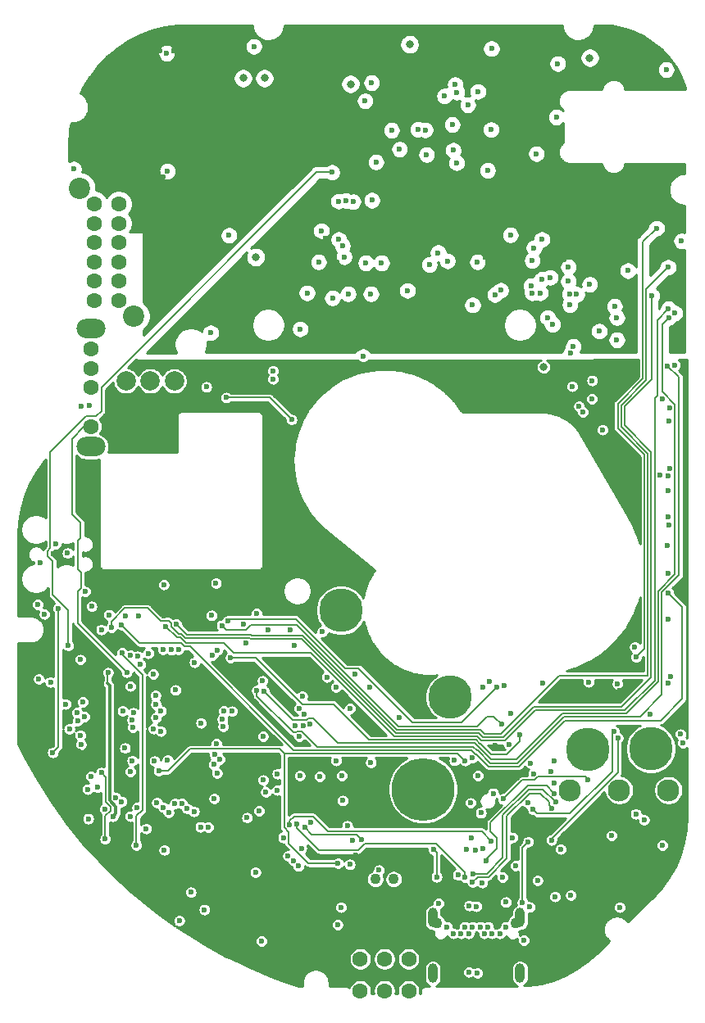
<source format=gbr>
G04 #@! TF.GenerationSoftware,KiCad,Pcbnew,5.1.6+dfsg1-1~bpo10+1*
G04 #@! TF.CreationDate,2021-03-28T20:24:38-04:00*
G04 #@! TF.ProjectId,RUSP_Mainboard,52555350-5f4d-4616-996e-626f6172642e,rev?*
G04 #@! TF.SameCoordinates,Original*
G04 #@! TF.FileFunction,Copper,L3,Inr*
G04 #@! TF.FilePolarity,Positive*
%FSLAX46Y46*%
G04 Gerber Fmt 4.6, Leading zero omitted, Abs format (unit mm)*
G04 Created by KiCad (PCBNEW 5.1.6+dfsg1-1~bpo10+1) date 2021-03-28 20:24:38*
%MOMM*%
%LPD*%
G01*
G04 APERTURE LIST*
G04 #@! TA.AperFunction,ViaPad*
%ADD10C,1.100000*%
G04 #@! TD*
G04 #@! TA.AperFunction,ViaPad*
%ADD11C,6.500000*%
G04 #@! TD*
G04 #@! TA.AperFunction,ViaPad*
%ADD12C,4.500000*%
G04 #@! TD*
G04 #@! TA.AperFunction,ViaPad*
%ADD13O,1.000000X2.000000*%
G04 #@! TD*
G04 #@! TA.AperFunction,ViaPad*
%ADD14C,0.600000*%
G04 #@! TD*
G04 #@! TA.AperFunction,ViaPad*
%ADD15C,2.300000*%
G04 #@! TD*
G04 #@! TA.AperFunction,ViaPad*
%ADD16O,3.000000X2.000000*%
G04 #@! TD*
G04 #@! TA.AperFunction,ViaPad*
%ADD17C,1.600000*%
G04 #@! TD*
G04 #@! TA.AperFunction,ViaPad*
%ADD18C,2.200000*%
G04 #@! TD*
G04 #@! TA.AperFunction,ViaPad*
%ADD19C,2.000000*%
G04 #@! TD*
G04 #@! TA.AperFunction,ViaPad*
%ADD20C,0.800000*%
G04 #@! TD*
G04 #@! TA.AperFunction,Conductor*
%ADD21C,0.200000*%
G04 #@! TD*
G04 #@! TA.AperFunction,Conductor*
%ADD22C,0.350000*%
G04 #@! TD*
G04 #@! TA.AperFunction,Conductor*
%ADD23C,0.254000*%
G04 #@! TD*
G04 APERTURE END LIST*
D10*
X149050000Y-143300000D03*
X150950000Y-143300000D03*
D11*
X154000000Y-134000000D03*
D12*
X156800000Y-124450000D03*
X145500000Y-115500000D03*
X177510000Y-129800000D03*
X171000000Y-129870000D03*
D13*
X155000000Y-153025000D03*
X164000000Y-153025000D03*
D10*
X155450000Y-147825000D03*
D13*
X155000000Y-147275000D03*
D10*
X163550000Y-147825000D03*
D13*
X164000000Y-147275000D03*
D14*
X161900000Y-148925000D03*
X161100000Y-148925000D03*
X160300000Y-148925000D03*
X157100000Y-148925000D03*
X157900000Y-148925000D03*
X158700000Y-148925000D03*
X162550000Y-148225000D03*
X160700000Y-148225000D03*
X159900000Y-148225000D03*
X156450000Y-148225000D03*
X158300000Y-148225000D03*
X159100000Y-148225000D03*
D15*
X169170000Y-134100000D03*
X174250000Y-134100000D03*
X179330000Y-134100000D03*
D16*
X119700000Y-86400000D03*
X119700000Y-98600000D03*
D17*
X119700000Y-88500000D03*
X119700000Y-90500000D03*
X119700000Y-92500000D03*
X119700000Y-96500000D03*
X120050000Y-73500000D03*
X120050000Y-75500000D03*
X120050000Y-77500000D03*
X120050000Y-79500000D03*
X120050000Y-81500000D03*
X120050000Y-83500000D03*
X122550000Y-73500000D03*
X122550000Y-75500000D03*
X122550000Y-77500000D03*
X122550000Y-79500000D03*
X122550000Y-81500000D03*
X122550000Y-83500000D03*
D18*
X118500000Y-71900000D03*
X124100000Y-85100000D03*
D17*
X147500000Y-151550000D03*
X147500000Y-154850000D03*
X150000000Y-151550000D03*
X150000000Y-154850000D03*
X152500000Y-151550000D03*
X152500000Y-154850000D03*
D19*
X128300000Y-91800000D03*
X123300000Y-91800000D03*
X125800000Y-91800000D03*
D14*
X116300000Y-115300000D03*
X115750000Y-130200000D03*
X118600000Y-120600000D03*
X150731792Y-65881792D03*
X127510000Y-57930000D03*
X173438916Y-138800015D03*
X145600000Y-132600000D03*
X179395151Y-106666759D03*
X179997593Y-90164786D03*
D20*
X166450000Y-90350000D03*
D14*
X166250000Y-81300000D03*
X171450000Y-91750000D03*
X167100000Y-81100000D03*
X165123506Y-81960379D03*
X174000000Y-87550000D03*
X174000000Y-85250000D03*
X167900000Y-59000000D03*
X145150000Y-147999998D03*
X127200000Y-112850000D03*
X117275000Y-109600000D03*
X131600000Y-92425000D03*
X137475000Y-133050000D03*
X157449937Y-69258906D03*
X127574936Y-70119523D03*
X119750000Y-115100000D03*
X171433281Y-93657315D03*
X171200000Y-81820000D03*
X180688918Y-77331086D03*
X179999990Y-84800012D03*
X179449990Y-94550000D03*
X179449990Y-100866647D03*
X180560011Y-128302177D03*
X179550597Y-122351083D03*
X174068735Y-123134135D03*
X146935121Y-122071222D03*
X166250000Y-77170000D03*
X118650000Y-129370000D03*
X119100000Y-113570000D03*
X121550000Y-115970000D03*
X127109733Y-119570701D03*
X120750000Y-117500000D03*
X130388915Y-120888917D03*
X144970985Y-123449979D03*
X146450000Y-125650000D03*
X148600010Y-131265808D03*
X157583164Y-142879435D03*
X162200000Y-143100000D03*
X137949968Y-117549990D03*
X161001039Y-65812546D03*
X157000000Y-65300000D03*
X166350000Y-123000000D03*
X135700000Y-118900000D03*
X137399998Y-122799998D03*
X140654449Y-119149977D03*
X136800000Y-115850000D03*
X169250000Y-144950000D03*
X167600000Y-145100000D03*
X130321188Y-136291190D03*
X130000000Y-144650072D03*
X159051931Y-130763909D03*
X159950000Y-136450000D03*
X158902521Y-135416328D03*
X126250052Y-131100000D03*
X123200000Y-129750000D03*
X126143923Y-127754960D03*
X126400000Y-125250000D03*
X155600000Y-145800000D03*
X132600000Y-112700000D03*
X164400000Y-149603737D03*
X160800000Y-122900000D03*
X146700000Y-139250000D03*
X138949820Y-132403322D03*
X159485576Y-146111532D03*
X119400000Y-137050000D03*
X137300000Y-149700000D03*
X128800000Y-147600000D03*
X127263589Y-140286411D03*
X131800000Y-137950000D03*
X114400000Y-110600000D03*
X114200000Y-114899996D03*
X119350010Y-134000000D03*
X158946668Y-139000000D03*
X163200000Y-138999998D03*
X124446297Y-135916273D03*
X162835228Y-129362576D03*
X116050000Y-108650000D03*
X114883338Y-115897623D03*
X125392516Y-138078171D03*
X162321155Y-123293956D03*
X146150012Y-137799979D03*
X119700000Y-132700000D03*
X126675001Y-132102833D03*
X158324867Y-131049990D03*
X145200000Y-141650000D03*
X163007305Y-126140001D03*
X159600000Y-153000000D03*
X131400000Y-146449996D03*
X130993328Y-137897923D03*
X158700000Y-152900000D03*
X135800000Y-136950000D03*
X132417990Y-134967990D03*
X117450000Y-127770000D03*
X118600000Y-128420000D03*
X133650000Y-93520000D03*
X132979352Y-130918853D03*
X140400000Y-95800000D03*
D20*
X171200000Y-58400000D03*
X152600000Y-57000000D03*
X137600000Y-60500000D03*
X135400000Y-60499992D03*
D14*
X136400000Y-149800000D03*
X115754055Y-109644213D03*
X165450000Y-78050000D03*
X136554390Y-132993961D03*
X159100000Y-83950000D03*
X140975000Y-131325000D03*
X136500000Y-57220000D03*
X172968724Y-123240770D03*
X174331713Y-123836531D03*
X174242188Y-120979959D03*
X143471711Y-76262717D03*
X145827215Y-78964952D03*
X114822875Y-119921900D03*
X118451021Y-130093136D03*
X119000000Y-116120000D03*
X127187773Y-116049977D03*
X129150000Y-131570000D03*
X144917713Y-118850011D03*
X134187376Y-122513332D03*
X140400000Y-120600000D03*
X134800000Y-113169998D03*
X125029986Y-142691163D03*
X130362098Y-146501156D03*
X126100000Y-136300000D03*
X133400000Y-144650072D03*
X138489944Y-143300042D03*
X158299990Y-132900000D03*
X161394987Y-129501112D03*
X147077135Y-140850010D03*
X173761091Y-84088909D03*
X169246875Y-88924999D03*
X167350000Y-85950000D03*
X166850000Y-85250000D03*
X169374998Y-92350000D03*
X164983182Y-146183558D03*
X160200001Y-140099999D03*
X143300000Y-132675000D03*
X126100016Y-122100000D03*
X122951621Y-125908388D03*
X164247869Y-145700012D03*
X164850012Y-139430015D03*
X129621122Y-136022068D03*
X159650000Y-132600000D03*
X141431761Y-140104535D03*
X167526199Y-131044108D03*
X164782822Y-135390000D03*
X126350000Y-124300000D03*
X174300000Y-146200000D03*
X132753679Y-119625022D03*
X127973868Y-119600476D03*
X135450021Y-116950010D03*
X121113350Y-136038725D03*
X133950000Y-76750000D03*
D20*
X136700000Y-79000000D03*
D14*
X149125000Y-69175000D03*
X157100000Y-67950000D03*
X160650051Y-70028957D03*
D20*
X139950000Y-75450000D03*
D14*
X152300000Y-70150000D03*
X157600000Y-74100000D03*
X139950000Y-60250002D03*
X139950000Y-64650000D03*
X158725000Y-77575000D03*
X150870000Y-77450002D03*
D20*
X166350000Y-88550000D03*
D14*
X125300000Y-57750000D03*
X138050000Y-79600000D03*
X153900000Y-63749990D03*
X162625000Y-61475000D03*
X161150000Y-77775000D03*
X171600000Y-71375000D03*
X153475000Y-73800000D03*
X164275000Y-59575000D03*
X173425000Y-58325000D03*
X155425000Y-56924990D03*
X142425000Y-76375000D03*
X160400000Y-79000000D03*
X145029215Y-87673184D03*
X129600000Y-65900000D03*
X128900000Y-65900000D03*
X128200000Y-65800000D03*
X127600000Y-65400000D03*
X127300000Y-64800000D03*
X127300000Y-64100000D03*
X125700000Y-64100000D03*
X125700000Y-64800000D03*
X125800000Y-65500000D03*
X125999992Y-66100000D03*
X126349997Y-66649997D03*
X126900000Y-67100002D03*
X128100000Y-67500000D03*
X128800000Y-67500000D03*
X129500000Y-67500000D03*
X127500000Y-67400000D03*
X129500000Y-72500000D03*
X128800000Y-72400000D03*
X128200000Y-72000000D03*
X127450000Y-71249994D03*
X127100000Y-70700000D03*
X126600000Y-70300000D03*
X126100000Y-69800000D03*
X125600000Y-69300000D03*
X125100000Y-68800000D03*
X125000000Y-68000000D03*
X125300000Y-67200000D03*
X125100000Y-66400000D03*
X124600000Y-65800000D03*
X124100000Y-65200000D03*
X123600000Y-64700000D03*
X122800000Y-64700000D03*
X122000000Y-64800000D03*
X121300000Y-65000000D03*
X120700000Y-65400000D03*
X120200000Y-65900000D03*
X119600000Y-68000000D03*
X119900000Y-68700000D03*
X119600000Y-67299996D03*
X119800000Y-66500000D03*
X120400000Y-69300000D03*
X120900000Y-69800000D03*
X121500000Y-70200000D03*
X122200000Y-70200000D03*
X123000000Y-70200000D03*
X123700000Y-70200000D03*
X124299992Y-70600000D03*
X124800000Y-71000000D03*
X125300000Y-71500000D03*
X125800000Y-72000000D03*
X126300000Y-72500000D03*
X126900000Y-73100000D03*
X127499998Y-73600000D03*
X128100000Y-64100000D03*
X128800000Y-63600000D03*
X129100000Y-62450000D03*
X129200000Y-61700000D03*
X129200000Y-61000000D03*
X129200000Y-60200000D03*
X129100000Y-59550000D03*
X128800000Y-58300000D03*
X128208783Y-57657593D03*
X126796502Y-57698867D03*
X126000000Y-57700000D03*
X124500000Y-57900000D03*
X124000000Y-58600000D03*
X123900000Y-59400000D03*
X123700000Y-60200000D03*
X123700000Y-60900000D03*
X123700000Y-61600000D03*
X123900000Y-62400000D03*
X124200000Y-63550000D03*
X124900000Y-64100000D03*
X137750000Y-73750000D03*
X168500000Y-79254099D03*
X151890000Y-76430000D03*
X148930000Y-70250000D03*
X177700000Y-74320000D03*
X145074990Y-79529721D03*
X127100000Y-82220000D03*
X128565441Y-78654559D03*
X143923280Y-77025228D03*
X144200000Y-78370000D03*
X123750000Y-132200000D03*
X150200000Y-73300000D03*
X145688023Y-135179084D03*
X155543243Y-78543235D03*
X154638155Y-79771718D03*
X151550000Y-67850002D03*
X165250000Y-79350000D03*
X149425122Y-142373020D03*
X148450012Y-123449979D03*
X123742933Y-123349264D03*
X151484093Y-126615907D03*
X128399991Y-123749990D03*
X178700000Y-139800000D03*
X121450000Y-121950000D03*
X121949968Y-136796978D03*
X161224675Y-134423621D03*
X124493364Y-120279015D03*
X158740008Y-146030006D03*
X158300000Y-143100000D03*
X140936084Y-137586084D03*
X134100000Y-120399990D03*
X163934989Y-128375512D03*
X140614920Y-141378730D03*
X124049989Y-126112014D03*
X126920550Y-125933056D03*
X123950000Y-131050000D03*
X139545020Y-138995626D03*
X123983350Y-127605888D03*
X126413916Y-126600010D03*
X123750000Y-136796973D03*
X142362029Y-137384196D03*
X140037546Y-140900028D03*
X126900000Y-128000000D03*
X127600000Y-131000000D03*
X141098815Y-141951760D03*
X154350014Y-68400000D03*
X165700011Y-68300000D03*
X169851840Y-82852675D03*
X169102535Y-82820101D03*
X169150000Y-83927664D03*
X169507145Y-88215897D03*
X166077834Y-82699999D03*
X165250000Y-82699998D03*
X172175000Y-86650000D03*
X137750000Y-134300000D03*
X124800000Y-121100000D03*
X117900000Y-69900000D03*
X144566942Y-70236942D03*
X140195904Y-137707130D03*
X161046724Y-139354887D03*
X117349990Y-119170000D03*
X133798479Y-116620533D03*
X161569672Y-123467491D03*
X132203679Y-120155524D03*
X171080000Y-122920000D03*
X160150000Y-123450000D03*
X153451904Y-65796565D03*
X154200000Y-65850000D03*
X163000000Y-76700000D03*
X118300000Y-126920000D03*
X169001256Y-81497498D03*
X119019346Y-126519990D03*
X179301090Y-111691092D03*
X123957626Y-126856318D03*
X179199988Y-108826944D03*
X133400000Y-125900000D03*
X179300000Y-80050000D03*
X128500000Y-116920000D03*
X178100000Y-76020000D03*
X175998684Y-120352609D03*
X141500000Y-124400000D03*
X180824990Y-129220000D03*
X126497899Y-135397192D03*
X176800000Y-137170000D03*
X127179189Y-135886092D03*
X179329977Y-123067912D03*
X127702856Y-136423019D03*
X177450000Y-126270000D03*
X128350122Y-135477399D03*
X179329998Y-116470000D03*
X129100116Y-135482559D03*
X122800000Y-117000000D03*
X179329988Y-113753318D03*
X179329986Y-84350000D03*
X127399989Y-117149997D03*
X121789337Y-117295735D03*
X177600000Y-83000000D03*
X179250032Y-90225372D03*
X136829304Y-123806564D03*
X179351979Y-85257720D03*
X137580420Y-123900011D03*
X179376670Y-95900412D03*
X141725373Y-126292010D03*
X178661080Y-93658913D03*
X141180882Y-125665699D03*
X179299704Y-101601448D03*
X141604106Y-127466337D03*
X178450000Y-101570000D03*
X142332028Y-127285651D03*
X179329978Y-105850000D03*
X134249988Y-125938009D03*
X179260872Y-103112230D03*
X140812269Y-127465731D03*
X141750000Y-137950000D03*
X147600000Y-139200000D03*
X123250000Y-116070000D03*
X124579833Y-116097751D03*
X123378500Y-121899242D03*
X168200000Y-140200000D03*
X122854585Y-135272671D03*
X159650000Y-61875000D03*
X128722168Y-119550000D03*
X122232390Y-134853874D03*
X136670261Y-142600021D03*
X158450000Y-140250010D03*
X120350000Y-133800000D03*
X120750000Y-132300000D03*
X121144129Y-139147697D03*
X132150010Y-116045018D03*
X131050000Y-127150000D03*
X141300000Y-86420000D03*
X141206962Y-128549990D03*
X145671082Y-77803210D03*
X133353093Y-127513078D03*
X145269115Y-77170012D03*
X133268806Y-126767817D03*
X144050000Y-122400000D03*
X133198807Y-117070989D03*
X162100000Y-127300000D03*
X125600000Y-119950000D03*
X140250000Y-117549990D03*
X137050000Y-136249990D03*
X132656922Y-129294408D03*
X123756455Y-120139436D03*
X124374996Y-139792808D03*
X122900000Y-119900000D03*
X146417519Y-141782228D03*
X114300000Y-122620000D03*
X118636084Y-94456084D03*
X115500001Y-122920000D03*
X119500010Y-94369990D03*
X159600000Y-79500004D03*
X149700000Y-79600000D03*
X148700000Y-73120000D03*
X148600000Y-82800000D03*
X146750000Y-73270000D03*
X148075010Y-79600000D03*
X146008719Y-73155957D03*
X146250010Y-82800000D03*
X145250000Y-73220000D03*
X144626416Y-83226416D03*
X143200000Y-79500004D03*
X142000000Y-82700000D03*
X158600000Y-63250004D03*
D20*
X146500000Y-61100000D03*
D14*
X157449998Y-61950000D03*
X156200000Y-62350000D03*
X148000000Y-62850000D03*
X157300236Y-61165093D03*
X171008916Y-132990010D03*
X162241094Y-135008906D03*
X174096850Y-128687927D03*
X167250000Y-139250000D03*
X173736648Y-128030085D03*
X165343287Y-136097509D03*
X162000000Y-82420000D03*
X165381922Y-132390246D03*
X161400000Y-82870000D03*
X167195012Y-132140001D03*
X145500000Y-146200000D03*
X162544211Y-145676280D03*
X163550000Y-141900000D03*
X155376737Y-143059289D03*
X155085460Y-140250010D03*
X165800008Y-143443829D03*
X175950000Y-136550000D03*
X138900000Y-134099999D03*
X132443172Y-130394420D03*
X117050000Y-125200000D03*
X145000000Y-131049999D03*
X132400000Y-131450000D03*
X159400000Y-140300000D03*
X159100000Y-143599998D03*
X167287422Y-135976336D03*
X159149990Y-142724175D03*
X167700000Y-135350000D03*
X160100000Y-143650000D03*
X167550000Y-133350000D03*
X167563909Y-134436091D03*
X160529088Y-141408916D03*
X167750000Y-64520000D03*
X179100000Y-59620000D03*
X161050000Y-57450000D03*
X148675000Y-60975000D03*
X172530018Y-96844982D03*
X118850032Y-124978200D03*
X156500000Y-79400000D03*
X138500010Y-91604964D03*
X138500010Y-90750000D03*
X152366854Y-82445018D03*
X170092517Y-94407481D03*
X175863055Y-119313055D03*
X170500000Y-95000000D03*
X147776949Y-89276949D03*
X132050000Y-86825000D03*
X143599070Y-117700928D03*
X157224855Y-131032963D03*
X165052432Y-131294147D03*
X132700000Y-132350000D03*
X141250000Y-132600000D03*
X175125000Y-80400000D03*
X169000004Y-80000000D03*
X118228916Y-126071084D03*
X137450000Y-128549990D03*
D21*
X116300000Y-115300000D02*
X116300000Y-129650000D01*
X116300000Y-129650000D02*
X115750000Y-130200000D01*
X157574950Y-130300073D02*
X158324867Y-131049990D01*
X139650073Y-130300073D02*
X157574950Y-130300073D01*
X139645902Y-130304244D02*
X139650073Y-130300073D01*
X139645902Y-137971132D02*
X139645902Y-130304244D01*
X140095021Y-138420251D02*
X139645902Y-137971132D01*
X145200000Y-141650000D02*
X142159013Y-141650000D01*
X140095021Y-139586008D02*
X140095021Y-138420251D01*
X142159013Y-141650000D02*
X140095021Y-139586008D01*
X126675001Y-132102833D02*
X127647167Y-132102833D01*
X129905591Y-129844409D02*
X139194409Y-129844409D01*
X139194409Y-129844409D02*
X139650073Y-130300073D01*
X127647167Y-132102833D02*
X129905591Y-129844409D01*
X138120000Y-93520000D02*
X140400000Y-95800000D01*
X133650000Y-93520000D02*
X138120000Y-93520000D01*
X164247869Y-140032158D02*
X164850012Y-139430015D01*
X164247869Y-145700012D02*
X164247869Y-140032158D01*
X121400000Y-122000000D02*
X121450000Y-121950000D01*
X121400000Y-123050000D02*
X121400000Y-122000000D01*
D22*
X121607389Y-135138044D02*
X122249967Y-135780622D01*
X122249967Y-136496979D02*
X121949968Y-136796978D01*
X122249967Y-135780622D02*
X122249967Y-136496979D01*
X121400000Y-123050000D02*
X121607389Y-123257389D01*
X121607389Y-123257389D02*
X121607389Y-135138044D01*
D21*
X140936084Y-138010348D02*
X140936084Y-137586084D01*
X147964001Y-139650001D02*
X147314002Y-140300000D01*
X147314002Y-140300000D02*
X143225736Y-140300000D01*
X158300000Y-142600528D02*
X155349473Y-139650001D01*
X143225736Y-140300000D02*
X140936084Y-138010348D01*
X155349473Y-139650001D02*
X147964001Y-139650001D01*
X158300000Y-143100000D02*
X158300000Y-142600528D01*
X136681873Y-120399990D02*
X141492610Y-125210727D01*
X148419042Y-128900030D02*
X159450258Y-128900030D01*
X159450258Y-128900030D02*
X159860262Y-129310034D01*
X160969455Y-130374798D02*
X162606336Y-130374798D01*
X159860262Y-129310034D02*
X159904691Y-129310034D01*
X159904691Y-129310034D02*
X160969455Y-130374798D01*
X141492610Y-125210727D02*
X144729739Y-125210727D01*
X134100000Y-120399990D02*
X136681873Y-120399990D01*
X144729739Y-125210727D02*
X148419042Y-128900030D01*
X163934989Y-129046145D02*
X163934989Y-128375512D01*
X162606336Y-130374798D02*
X163934989Y-129046145D01*
X140644575Y-136834195D02*
X142626030Y-136834195D01*
X160041826Y-138349989D02*
X161046724Y-139354887D01*
X144141824Y-138349989D02*
X160041826Y-138349989D01*
X142626030Y-136834195D02*
X144141824Y-138349989D01*
X140195904Y-137707130D02*
X140195904Y-137282866D01*
X140195904Y-137282866D02*
X140644575Y-136834195D01*
X143013056Y-70236942D02*
X120750001Y-92499997D01*
X120750001Y-94903999D02*
X120204001Y-95449999D01*
X117349990Y-115535988D02*
X117349990Y-119170000D01*
X120204001Y-95449999D02*
X119195999Y-95449999D01*
X115737499Y-110441659D02*
X115737499Y-113923497D01*
X115490054Y-109094212D02*
X115204054Y-109380212D01*
X115737499Y-113923497D02*
X117349990Y-115535988D01*
X115204054Y-109908214D02*
X115737499Y-110441659D01*
X115204054Y-109380212D02*
X115204054Y-109908214D01*
X115490054Y-99155944D02*
X115490054Y-109094212D01*
X120750001Y-92499997D02*
X120750001Y-94903999D01*
X144566942Y-70236942D02*
X143013056Y-70236942D01*
X119195999Y-95449999D02*
X115490054Y-99155944D01*
X157937163Y-127100000D02*
X161569672Y-123467491D01*
X152900000Y-127100000D02*
X157937163Y-127100000D01*
X145971221Y-121521221D02*
X147321221Y-121521221D01*
X147321221Y-121521221D02*
X152900000Y-127100000D01*
X140850000Y-116400000D02*
X145971221Y-121521221D01*
X134019012Y-116400000D02*
X140850000Y-116400000D01*
X133798479Y-116620533D02*
X134019012Y-116400000D01*
X151296423Y-127849997D02*
X141546426Y-118100000D01*
X160832116Y-128260001D02*
X160295199Y-128260001D01*
X179300000Y-80050000D02*
X177049999Y-82300001D01*
X174449990Y-96544978D02*
X177199965Y-99294953D01*
X136258992Y-118100000D02*
X136158980Y-117999988D01*
X160295199Y-128260001D02*
X159885195Y-127849997D01*
X177199965Y-122257263D02*
X167996728Y-122257263D01*
X177049999Y-82300001D02*
X177049999Y-91706012D01*
X141546426Y-118100000D02*
X136258992Y-118100000D01*
X167996728Y-122257263D02*
X162002902Y-128251089D01*
X177199965Y-99294953D02*
X177199965Y-122257263D01*
X136158980Y-117999988D02*
X129579988Y-117999988D01*
X162002902Y-128251089D02*
X160841028Y-128251089D01*
X177049999Y-91706012D02*
X174449990Y-94306021D01*
X174449990Y-94306021D02*
X174449990Y-96544978D01*
X160841028Y-128251089D02*
X160832116Y-128260001D01*
X159885195Y-127849997D02*
X151296423Y-127849997D01*
X129579988Y-117999988D02*
X128500000Y-116920000D01*
X174099979Y-94161042D02*
X174099980Y-96689958D01*
X176849954Y-119501339D02*
X175998684Y-120352609D01*
X176699989Y-91561032D02*
X174099979Y-94161042D01*
X174099980Y-96689958D02*
X176849954Y-99439932D01*
X176849954Y-99439932D02*
X176849954Y-119501339D01*
X176699989Y-77420011D02*
X176699989Y-91561032D01*
X178100000Y-76020000D02*
X176699989Y-77420011D01*
X128999650Y-118904620D02*
X129345063Y-119250033D01*
X159015323Y-129950065D02*
X159425323Y-130360065D01*
X140610085Y-129950065D02*
X159015323Y-129950065D01*
X160757123Y-131647598D02*
X163891373Y-131647598D01*
X124704620Y-118904620D02*
X128999650Y-118904620D01*
X159425323Y-130360065D02*
X159469590Y-130360065D01*
X129910053Y-119250033D02*
X140610085Y-129950065D01*
X180750000Y-115173330D02*
X179329988Y-113753318D01*
X180750000Y-124670000D02*
X180750000Y-115173330D01*
X159469590Y-130360065D02*
X160757123Y-131647598D01*
X168618970Y-126920001D02*
X178499999Y-126920001D01*
X129345063Y-119250033D02*
X129910053Y-119250033D01*
X122800000Y-117000000D02*
X124704620Y-118904620D01*
X163891373Y-131647598D02*
X168618970Y-126920001D01*
X178499999Y-126920001D02*
X180750000Y-124670000D01*
X151006465Y-128550019D02*
X142381445Y-119924999D01*
X129490042Y-118900022D02*
X128890042Y-118300022D01*
X161122074Y-128960023D02*
X160005241Y-128960023D01*
X179329986Y-84350000D02*
X178186079Y-85493907D01*
X128550014Y-118300022D02*
X127399989Y-117149997D01*
X133364024Y-118900022D02*
X129490042Y-118900022D01*
X159595237Y-128550019D02*
X151006465Y-128550019D01*
X178186079Y-93319912D02*
X177899987Y-93606004D01*
X160005241Y-128960023D02*
X159595237Y-128550019D01*
X142381445Y-119924999D02*
X134389001Y-119924999D01*
X134389001Y-119924999D02*
X133364024Y-118900022D01*
X161130986Y-128951111D02*
X161122074Y-128960023D01*
X177899987Y-122747225D02*
X174847256Y-125799956D01*
X178186079Y-85493907D02*
X178186079Y-93319912D01*
X165581266Y-125799956D02*
X162430111Y-128951111D01*
X174847256Y-125799956D02*
X165581266Y-125799956D01*
X128890042Y-118300022D02*
X128550014Y-118300022D01*
X177899987Y-93606004D02*
X177899987Y-122747225D01*
X162430111Y-128951111D02*
X161130986Y-128951111D01*
X174800001Y-94451000D02*
X177600000Y-91651001D01*
X129435009Y-118349999D02*
X136014001Y-118349999D01*
X123185999Y-115269999D02*
X125535997Y-115269999D01*
X177600000Y-91651001D02*
X177600000Y-83000000D01*
X125535997Y-115269999D02*
X126865985Y-116599987D01*
X136164001Y-118499999D02*
X141451435Y-118499999D01*
X129035021Y-117950011D02*
X129435009Y-118349999D01*
X165436287Y-125449945D02*
X174502277Y-125449945D01*
X159740216Y-128200008D02*
X160150220Y-128610012D01*
X127714229Y-116599987D02*
X127949999Y-116835757D01*
X174800001Y-96399999D02*
X174800001Y-94451000D01*
X121789337Y-117295735D02*
X121789337Y-116666661D01*
X177549976Y-122402246D02*
X177549976Y-99149974D01*
X177549976Y-99149974D02*
X174800001Y-96399999D01*
X127949999Y-116835757D02*
X127949999Y-117184001D01*
X151151444Y-128200008D02*
X159740216Y-128200008D01*
X127949999Y-117184001D02*
X128716009Y-117950011D01*
X160150220Y-128610012D02*
X160977095Y-128610012D01*
X128716009Y-117950011D02*
X129035021Y-117950011D01*
X160977095Y-128610012D02*
X160986007Y-128601100D01*
X126865985Y-116599987D02*
X127714229Y-116599987D01*
X141451435Y-118499999D02*
X151151444Y-128200008D01*
X160986007Y-128601100D02*
X162285132Y-128601100D01*
X174502277Y-125449945D02*
X177549976Y-122402246D01*
X121789337Y-116666661D02*
X123185999Y-115269999D01*
X136014001Y-118349999D02*
X136164001Y-118499999D01*
X162285132Y-128601100D02*
X165436287Y-125449945D01*
X163746394Y-131297587D02*
X160902102Y-131297587D01*
X179250032Y-90225372D02*
X180399991Y-91375331D01*
X159160300Y-129600052D02*
X143071026Y-129600052D01*
X176406020Y-126499978D02*
X168544003Y-126499978D01*
X140573538Y-128126228D02*
X136829304Y-124381994D01*
X141470963Y-127999989D02*
X140942961Y-127999989D01*
X168544003Y-126499978D02*
X163746394Y-131297587D01*
X143071026Y-129600052D02*
X141470963Y-127999989D01*
X180399991Y-111889053D02*
X178649987Y-113639057D01*
X178649987Y-113639057D02*
X178649987Y-124256011D01*
X159570303Y-130010055D02*
X159160300Y-129600052D01*
X180399991Y-91375331D02*
X180399991Y-111889053D01*
X159614571Y-130010056D02*
X159570303Y-130010055D01*
X178649987Y-124256011D02*
X176406020Y-126499978D01*
X140942961Y-127999989D02*
X140816722Y-128126228D01*
X136829304Y-124381994D02*
X136829304Y-123806564D01*
X140816722Y-128126228D02*
X140573538Y-128126228D01*
X160902102Y-131297587D02*
X159614571Y-130010056D01*
X179351979Y-85257720D02*
X178700031Y-85909668D01*
X142126556Y-126704829D02*
X141989022Y-126842363D01*
X140522772Y-126842363D02*
X137580420Y-123900011D01*
X180000000Y-111770000D02*
X178250000Y-113520000D01*
X159759550Y-129660045D02*
X159715283Y-129660045D01*
X174992235Y-126149967D02*
X168399024Y-126149967D01*
X180000000Y-94220000D02*
X180000000Y-111770000D01*
X141989022Y-126842363D02*
X140522772Y-126842363D01*
X178250000Y-113520000D02*
X178250000Y-122892202D01*
X178700031Y-92920031D02*
X180000000Y-94220000D01*
X178250000Y-122892202D02*
X174992235Y-126149967D01*
X159305279Y-129250041D02*
X145186039Y-129250041D01*
X168399024Y-126149967D02*
X163601414Y-130947577D01*
X159715283Y-129660045D02*
X159305279Y-129250041D01*
X161047082Y-130947577D02*
X159759550Y-129660045D01*
X163601414Y-130947577D02*
X161047082Y-130947577D01*
X145186039Y-129250041D02*
X142640827Y-126704829D01*
X178700031Y-85909668D02*
X178700031Y-92920031D01*
X142640827Y-126704829D02*
X142126556Y-126704829D01*
X142500000Y-138700000D02*
X147100000Y-138700000D01*
X141750000Y-137950000D02*
X142500000Y-138700000D01*
X147100000Y-138700000D02*
X147600000Y-139200000D01*
X118299999Y-113555999D02*
X118299999Y-116820741D01*
X118968630Y-96500000D02*
X117700000Y-97768630D01*
X120100000Y-96500000D02*
X118968630Y-96500000D01*
X117700000Y-97768630D02*
X117700000Y-105557498D01*
X118334499Y-108326159D02*
X118334499Y-111271997D01*
X118299999Y-116820741D02*
X123378500Y-121899242D01*
X118612501Y-106469999D02*
X118612501Y-108048157D01*
X118612501Y-108048157D02*
X118334499Y-108326159D01*
X118334499Y-111271997D02*
X118636092Y-111573590D01*
X118636092Y-111573590D02*
X118636092Y-113219906D01*
X118636092Y-113219906D02*
X118299999Y-113555999D01*
X117700000Y-105557498D02*
X118612501Y-106469999D01*
X120750000Y-132300000D02*
X121182379Y-132732379D01*
X121182379Y-135329921D02*
X121682930Y-135830472D01*
X121682930Y-135830472D02*
X121682930Y-136246977D01*
X121682930Y-136246977D02*
X121144129Y-136785778D01*
X121144129Y-136785778D02*
X121144129Y-139147697D01*
X121182379Y-132732379D02*
X121182379Y-135329921D01*
X159550010Y-127499990D02*
X160550000Y-126500000D01*
X140940677Y-116999261D02*
X151441406Y-127499990D01*
X136214772Y-116999261D02*
X140940677Y-116999261D01*
X161300000Y-126500000D02*
X162100000Y-127300000D01*
X133198807Y-117070989D02*
X133627829Y-117500011D01*
X151441406Y-127499990D02*
X159550010Y-127499990D01*
X133627829Y-117500011D02*
X135714022Y-117500011D01*
X135714022Y-117500011D02*
X136214772Y-116999261D01*
X160550000Y-126500000D02*
X161300000Y-126500000D01*
X122900000Y-120100000D02*
X122900000Y-119900000D01*
X125005092Y-122205092D02*
X122900000Y-120100000D01*
X125005092Y-136156365D02*
X125005092Y-122205092D01*
X124374996Y-139792808D02*
X124374996Y-136786461D01*
X124374996Y-136786461D02*
X125005092Y-136156365D01*
X171008916Y-132990010D02*
X170708917Y-132690011D01*
X170708917Y-132690011D02*
X165859989Y-132690011D01*
X164200000Y-133050000D02*
X162241094Y-135008906D01*
X165500000Y-133050000D02*
X164200000Y-133050000D01*
X165859989Y-132690011D02*
X165500000Y-133050000D01*
X167250000Y-139100000D02*
X167250000Y-139250000D01*
X174096850Y-132253150D02*
X167250000Y-139100000D01*
X174096850Y-128687927D02*
X174096850Y-132253150D01*
X165772115Y-136526337D02*
X165343287Y-136097509D01*
X173736648Y-128030085D02*
X173510001Y-128256732D01*
X173510001Y-128256732D02*
X173510001Y-132189999D01*
X169173663Y-136526337D02*
X165772115Y-136526337D01*
X173510001Y-132189999D02*
X169173663Y-136526337D01*
X155376737Y-140541287D02*
X155085460Y-140250010D01*
X155376737Y-143059289D02*
X155376737Y-140541287D01*
X162635986Y-141159004D02*
X162635986Y-136759004D01*
X160720805Y-143074185D02*
X162635986Y-141159004D01*
X159100000Y-143599998D02*
X159625812Y-143074186D01*
X166104801Y-134439999D02*
X166987423Y-135322621D01*
X166987423Y-135322621D02*
X166987423Y-135676337D01*
X164954991Y-134439999D02*
X166104801Y-134439999D01*
X162635986Y-136759004D02*
X164954991Y-134439999D01*
X159625812Y-143074186D02*
X160720805Y-143074185D01*
X166987423Y-135676337D02*
X167287422Y-135976336D01*
X162200000Y-136700000D02*
X164899999Y-134000001D01*
X162200000Y-141100000D02*
X162200000Y-136700000D01*
X160575825Y-142724175D02*
X162200000Y-141100000D01*
X164899999Y-134000001D02*
X166350001Y-134000001D01*
X166350001Y-134000001D02*
X167700000Y-135350000D01*
X159149990Y-142724175D02*
X160575825Y-142724175D01*
X167563909Y-134436091D02*
X166727818Y-133600000D01*
X164805012Y-133600000D02*
X160950000Y-137455012D01*
X166727818Y-133600000D02*
X164805012Y-133600000D01*
X160950000Y-137455012D02*
X160950000Y-138400000D01*
X161596725Y-139046725D02*
X161596725Y-140153275D01*
X160950000Y-138400000D02*
X161596725Y-139046725D01*
X160675000Y-141263004D02*
X160529088Y-141408916D01*
X160675000Y-141075000D02*
X160675000Y-141263004D01*
X160675000Y-141075000D02*
X160500000Y-141250000D01*
X161596725Y-140153275D02*
X160675000Y-141075000D01*
D23*
G36*
X136340000Y-55034877D02*
G01*
X136343481Y-55070221D01*
X136343481Y-55082547D01*
X136344518Y-55092406D01*
X136365185Y-55276658D01*
X136378556Y-55339567D01*
X136391062Y-55402726D01*
X136393994Y-55412196D01*
X136450055Y-55588925D01*
X136475390Y-55648036D01*
X136499928Y-55707571D01*
X136504644Y-55716291D01*
X136593965Y-55878765D01*
X136630299Y-55931830D01*
X136665933Y-55985462D01*
X136672252Y-55993100D01*
X136791429Y-56135129D01*
X136837378Y-56180125D01*
X136882749Y-56225814D01*
X136890431Y-56232079D01*
X137034926Y-56348256D01*
X137088771Y-56383491D01*
X137142121Y-56419476D01*
X137150874Y-56424130D01*
X137315183Y-56510029D01*
X137374831Y-56534128D01*
X137434172Y-56559073D01*
X137443662Y-56561938D01*
X137621526Y-56614286D01*
X137684709Y-56626339D01*
X137747773Y-56639284D01*
X137757639Y-56640251D01*
X137942282Y-56657055D01*
X138006600Y-56656606D01*
X138070984Y-56657055D01*
X138080850Y-56656087D01*
X138265242Y-56636706D01*
X138328252Y-56623772D01*
X138391485Y-56611710D01*
X138400975Y-56608844D01*
X138400977Y-56608843D01*
X138400979Y-56608843D01*
X138400981Y-56608842D01*
X138578091Y-56554018D01*
X138637371Y-56529099D01*
X138697080Y-56504975D01*
X138705833Y-56500321D01*
X138868926Y-56412137D01*
X138922262Y-56376161D01*
X138976124Y-56340915D01*
X138983806Y-56334649D01*
X139126665Y-56216465D01*
X139172001Y-56170811D01*
X139217983Y-56125782D01*
X139224302Y-56118144D01*
X139341485Y-55974464D01*
X139377091Y-55920873D01*
X139413452Y-55867769D01*
X139418167Y-55859048D01*
X139505211Y-55695343D01*
X139529729Y-55635857D01*
X139555085Y-55576697D01*
X139558014Y-55567233D01*
X139558015Y-55567231D01*
X139558016Y-55567227D01*
X139611604Y-55389734D01*
X139624097Y-55326640D01*
X139637482Y-55263667D01*
X139638518Y-55253808D01*
X139656561Y-55069792D01*
X139660000Y-55034877D01*
X139660000Y-55010000D01*
X168340000Y-55010000D01*
X168340000Y-55034877D01*
X168343481Y-55070221D01*
X168343481Y-55082547D01*
X168344518Y-55092406D01*
X168365185Y-55276658D01*
X168378556Y-55339567D01*
X168391062Y-55402726D01*
X168393994Y-55412196D01*
X168450055Y-55588925D01*
X168475390Y-55648036D01*
X168499928Y-55707571D01*
X168504644Y-55716291D01*
X168593965Y-55878765D01*
X168630299Y-55931830D01*
X168665933Y-55985462D01*
X168672252Y-55993100D01*
X168791429Y-56135129D01*
X168837378Y-56180125D01*
X168882749Y-56225814D01*
X168890431Y-56232079D01*
X169034926Y-56348256D01*
X169088771Y-56383491D01*
X169142121Y-56419476D01*
X169150874Y-56424130D01*
X169315183Y-56510029D01*
X169374831Y-56534128D01*
X169434172Y-56559073D01*
X169443662Y-56561938D01*
X169621526Y-56614286D01*
X169684709Y-56626339D01*
X169747773Y-56639284D01*
X169757639Y-56640251D01*
X169942282Y-56657055D01*
X170006600Y-56656606D01*
X170070984Y-56657055D01*
X170080850Y-56656087D01*
X170265242Y-56636706D01*
X170328252Y-56623772D01*
X170391485Y-56611710D01*
X170400975Y-56608844D01*
X170400977Y-56608843D01*
X170400979Y-56608843D01*
X170400981Y-56608842D01*
X170578091Y-56554018D01*
X170637371Y-56529099D01*
X170697080Y-56504975D01*
X170705833Y-56500321D01*
X170868926Y-56412137D01*
X170922262Y-56376161D01*
X170976124Y-56340915D01*
X170983806Y-56334649D01*
X171126665Y-56216465D01*
X171172001Y-56170811D01*
X171217983Y-56125782D01*
X171224302Y-56118144D01*
X171341485Y-55974464D01*
X171377091Y-55920873D01*
X171413452Y-55867769D01*
X171418167Y-55859048D01*
X171505211Y-55695343D01*
X171529729Y-55635857D01*
X171555085Y-55576697D01*
X171558014Y-55567233D01*
X171558015Y-55567231D01*
X171558016Y-55567227D01*
X171611604Y-55389734D01*
X171624097Y-55326640D01*
X171637482Y-55263667D01*
X171638518Y-55253808D01*
X171656561Y-55069792D01*
X171660000Y-55034877D01*
X171660000Y-55010000D01*
X172237687Y-55010000D01*
X173424170Y-55084647D01*
X174569981Y-55303222D01*
X175679362Y-55663682D01*
X176734813Y-56160339D01*
X177719703Y-56785370D01*
X178618480Y-57528903D01*
X179416987Y-58379228D01*
X180102621Y-59322922D01*
X180664575Y-60345110D01*
X181101320Y-61448203D01*
X181101528Y-61448859D01*
X181101210Y-61635463D01*
X174847189Y-61639545D01*
X174844650Y-61616905D01*
X174831274Y-61553977D01*
X174818771Y-61490832D01*
X174815840Y-61481362D01*
X174786334Y-61388347D01*
X174760978Y-61329187D01*
X174736461Y-61269705D01*
X174731746Y-61260985D01*
X174684735Y-61175472D01*
X174648390Y-61122391D01*
X174612765Y-61068772D01*
X174606446Y-61061134D01*
X174543721Y-60986382D01*
X174497756Y-60941370D01*
X174452404Y-60895700D01*
X174444722Y-60889435D01*
X174368672Y-60828289D01*
X174314836Y-60793059D01*
X174261475Y-60757067D01*
X174252722Y-60752413D01*
X174166242Y-60707203D01*
X174106597Y-60683105D01*
X174047259Y-60658161D01*
X174037768Y-60655296D01*
X173944157Y-60627744D01*
X173880965Y-60615690D01*
X173817905Y-60602745D01*
X173808039Y-60601778D01*
X173710856Y-60592934D01*
X173646542Y-60593383D01*
X173582161Y-60592934D01*
X173572295Y-60593901D01*
X173475247Y-60604101D01*
X173412203Y-60617042D01*
X173348999Y-60629099D01*
X173339509Y-60631964D01*
X173246290Y-60660820D01*
X173186991Y-60685747D01*
X173127298Y-60709865D01*
X173118545Y-60714519D01*
X173032708Y-60760932D01*
X172979388Y-60796898D01*
X172925514Y-60832152D01*
X172917832Y-60838418D01*
X172842643Y-60900619D01*
X172797311Y-60946269D01*
X172751327Y-60991299D01*
X172745008Y-60998938D01*
X172683332Y-61074559D01*
X172647728Y-61128147D01*
X172611359Y-61181262D01*
X172606644Y-61189983D01*
X172560832Y-61276144D01*
X172536321Y-61335612D01*
X172510962Y-61394780D01*
X172508031Y-61404249D01*
X172479826Y-61497667D01*
X172467328Y-61560787D01*
X172453946Y-61623743D01*
X172452910Y-61633602D01*
X172452283Y-61640000D01*
X169115123Y-61640000D01*
X169080225Y-61643437D01*
X169073738Y-61643437D01*
X169063879Y-61644473D01*
X169021913Y-61649180D01*
X169010816Y-61650273D01*
X169010022Y-61650514D01*
X168966905Y-61655350D01*
X168903977Y-61668726D01*
X168840832Y-61681229D01*
X168831362Y-61684160D01*
X168738347Y-61713666D01*
X168679187Y-61739022D01*
X168619705Y-61763539D01*
X168610985Y-61768254D01*
X168525472Y-61815265D01*
X168472391Y-61851610D01*
X168418772Y-61887235D01*
X168411134Y-61893554D01*
X168336382Y-61956279D01*
X168291370Y-62002244D01*
X168245700Y-62047596D01*
X168239435Y-62055278D01*
X168178289Y-62131328D01*
X168143059Y-62185164D01*
X168107067Y-62238525D01*
X168102413Y-62247278D01*
X168057203Y-62333758D01*
X168033105Y-62393403D01*
X168008161Y-62452741D01*
X168005296Y-62462232D01*
X167977744Y-62555843D01*
X167965690Y-62619035D01*
X167952745Y-62682095D01*
X167951778Y-62691961D01*
X167942934Y-62789144D01*
X167943383Y-62853458D01*
X167942934Y-62917839D01*
X167943901Y-62927705D01*
X167954101Y-63024754D01*
X167967045Y-63087811D01*
X167979099Y-63151001D01*
X167981964Y-63160491D01*
X168010820Y-63253710D01*
X168035752Y-63313021D01*
X168059865Y-63372702D01*
X168064519Y-63381454D01*
X168110932Y-63467292D01*
X168146898Y-63520612D01*
X168182152Y-63574486D01*
X168188417Y-63582168D01*
X168250619Y-63657357D01*
X168296269Y-63702689D01*
X168341299Y-63748673D01*
X168348938Y-63754992D01*
X168424559Y-63816668D01*
X168440001Y-63826928D01*
X168440001Y-63887711D01*
X168346028Y-63793738D01*
X168192889Y-63691414D01*
X168022729Y-63620932D01*
X167842089Y-63585000D01*
X167657911Y-63585000D01*
X167477271Y-63620932D01*
X167307111Y-63691414D01*
X167153972Y-63793738D01*
X167023738Y-63923972D01*
X166921414Y-64077111D01*
X166850932Y-64247271D01*
X166815000Y-64427911D01*
X166815000Y-64612089D01*
X166850932Y-64792729D01*
X166921414Y-64962889D01*
X167023738Y-65116028D01*
X167153972Y-65246262D01*
X167307111Y-65348586D01*
X167477271Y-65419068D01*
X167657911Y-65455000D01*
X167842089Y-65455000D01*
X168022729Y-65419068D01*
X168192889Y-65348586D01*
X168346028Y-65246262D01*
X168440001Y-65152289D01*
X168440000Y-67173131D01*
X168418772Y-67187235D01*
X168411134Y-67193554D01*
X168336382Y-67256279D01*
X168291370Y-67302244D01*
X168245700Y-67347596D01*
X168239435Y-67355278D01*
X168178289Y-67431328D01*
X168143059Y-67485164D01*
X168107067Y-67538525D01*
X168102413Y-67547278D01*
X168057203Y-67633758D01*
X168033105Y-67693403D01*
X168008161Y-67752741D01*
X168005296Y-67762232D01*
X167977744Y-67855843D01*
X167965690Y-67919035D01*
X167952745Y-67982095D01*
X167951778Y-67991961D01*
X167942934Y-68089144D01*
X167943383Y-68153458D01*
X167942934Y-68217839D01*
X167943901Y-68227705D01*
X167954101Y-68324754D01*
X167967045Y-68387811D01*
X167979099Y-68451001D01*
X167981964Y-68460491D01*
X168010820Y-68553710D01*
X168035752Y-68613021D01*
X168059865Y-68672702D01*
X168064519Y-68681454D01*
X168110932Y-68767292D01*
X168146898Y-68820612D01*
X168182152Y-68874486D01*
X168188417Y-68882168D01*
X168250619Y-68957357D01*
X168296269Y-69002689D01*
X168341299Y-69048673D01*
X168348938Y-69054992D01*
X168424559Y-69116668D01*
X168478147Y-69152272D01*
X168531262Y-69188641D01*
X168539983Y-69193356D01*
X168626144Y-69239168D01*
X168685612Y-69263679D01*
X168744780Y-69289038D01*
X168754249Y-69291969D01*
X168847667Y-69320174D01*
X168910787Y-69332672D01*
X168973743Y-69346054D01*
X168983602Y-69347090D01*
X169080719Y-69356612D01*
X169080723Y-69356612D01*
X169115123Y-69360000D01*
X172452760Y-69360000D01*
X172455350Y-69383095D01*
X172468724Y-69446017D01*
X172481229Y-69509168D01*
X172484160Y-69518638D01*
X172513666Y-69611653D01*
X172539022Y-69670813D01*
X172563539Y-69730295D01*
X172568254Y-69739015D01*
X172615265Y-69824528D01*
X172651610Y-69877609D01*
X172687235Y-69931228D01*
X172693554Y-69938866D01*
X172756279Y-70013618D01*
X172802244Y-70058630D01*
X172847596Y-70104300D01*
X172855278Y-70110565D01*
X172931328Y-70171711D01*
X172985198Y-70206963D01*
X173038526Y-70242933D01*
X173047271Y-70247583D01*
X173047276Y-70247586D01*
X173047281Y-70247588D01*
X173133758Y-70292797D01*
X173193403Y-70316895D01*
X173252741Y-70341839D01*
X173262231Y-70344704D01*
X173355843Y-70372256D01*
X173419042Y-70384312D01*
X173482096Y-70397255D01*
X173491962Y-70398222D01*
X173589144Y-70407066D01*
X173653458Y-70406617D01*
X173717839Y-70407066D01*
X173727705Y-70406099D01*
X173824754Y-70395899D01*
X173887811Y-70382955D01*
X173951001Y-70370901D01*
X173960491Y-70368036D01*
X174053710Y-70339180D01*
X174113021Y-70314248D01*
X174172702Y-70290135D01*
X174181454Y-70285481D01*
X174267292Y-70239068D01*
X174320612Y-70203102D01*
X174374486Y-70167848D01*
X174382168Y-70161583D01*
X174457357Y-70099381D01*
X174502689Y-70053731D01*
X174548673Y-70008701D01*
X174554992Y-70001062D01*
X174616668Y-69925441D01*
X174652272Y-69871853D01*
X174688641Y-69818738D01*
X174693356Y-69810017D01*
X174739168Y-69723856D01*
X174763679Y-69664388D01*
X174789038Y-69605220D01*
X174791969Y-69595751D01*
X174820174Y-69502333D01*
X174832672Y-69439213D01*
X174846054Y-69376257D01*
X174847090Y-69366398D01*
X174847717Y-69360000D01*
X180990001Y-69360000D01*
X180990000Y-70340000D01*
X180965123Y-70340000D01*
X180929779Y-70343481D01*
X180917452Y-70343481D01*
X180907593Y-70344518D01*
X180723342Y-70365185D01*
X180660451Y-70378553D01*
X180597274Y-70391062D01*
X180587804Y-70393994D01*
X180411075Y-70450055D01*
X180351962Y-70475390D01*
X180292430Y-70499928D01*
X180283710Y-70504643D01*
X180121235Y-70593965D01*
X180068170Y-70630299D01*
X180014538Y-70665933D01*
X180006900Y-70672252D01*
X179864870Y-70791430D01*
X179819857Y-70837396D01*
X179774186Y-70882749D01*
X179767921Y-70890432D01*
X179651744Y-71034926D01*
X179616519Y-71088756D01*
X179580524Y-71142121D01*
X179575870Y-71150874D01*
X179489971Y-71315183D01*
X179465866Y-71374845D01*
X179440927Y-71434173D01*
X179438062Y-71443663D01*
X179385714Y-71621526D01*
X179373661Y-71684709D01*
X179360716Y-71747773D01*
X179359749Y-71757639D01*
X179342945Y-71942283D01*
X179343394Y-72006600D01*
X179342945Y-72070984D01*
X179343913Y-72080850D01*
X179363294Y-72265242D01*
X179376228Y-72328252D01*
X179388290Y-72391485D01*
X179391156Y-72400975D01*
X179445982Y-72578091D01*
X179470901Y-72637371D01*
X179495025Y-72697080D01*
X179499679Y-72705833D01*
X179587863Y-72868926D01*
X179623839Y-72922262D01*
X179659085Y-72976124D01*
X179665351Y-72983806D01*
X179783535Y-73126665D01*
X179829189Y-73172001D01*
X179874218Y-73217983D01*
X179881856Y-73224302D01*
X180025536Y-73341485D01*
X180079127Y-73377091D01*
X180132231Y-73413452D01*
X180140952Y-73418167D01*
X180304657Y-73505211D01*
X180364143Y-73529729D01*
X180423303Y-73555085D01*
X180432767Y-73558014D01*
X180432769Y-73558015D01*
X180432771Y-73558015D01*
X180432773Y-73558016D01*
X180610266Y-73611604D01*
X180673360Y-73624097D01*
X180736333Y-73637482D01*
X180746192Y-73638518D01*
X180930208Y-73656561D01*
X180965123Y-73660000D01*
X180990000Y-73660000D01*
X180990000Y-76443762D01*
X180961647Y-76432018D01*
X180781007Y-76396086D01*
X180596829Y-76396086D01*
X180416189Y-76432018D01*
X180246029Y-76502500D01*
X180092890Y-76604824D01*
X179962656Y-76735058D01*
X179860332Y-76888197D01*
X179789850Y-77058357D01*
X179753918Y-77238997D01*
X179753918Y-77423175D01*
X179789850Y-77603815D01*
X179860332Y-77773975D01*
X179962656Y-77927114D01*
X180092890Y-78057348D01*
X180246029Y-78159672D01*
X180416189Y-78230154D01*
X180596829Y-78266086D01*
X180781007Y-78266086D01*
X180961647Y-78230154D01*
X180990000Y-78218410D01*
X180990000Y-88844983D01*
X179435031Y-88845761D01*
X179435031Y-86214114D01*
X179459494Y-86189652D01*
X179624708Y-86156788D01*
X179794868Y-86086306D01*
X179948007Y-85983982D01*
X180078241Y-85853748D01*
X180167618Y-85719986D01*
X180272719Y-85699080D01*
X180442879Y-85628598D01*
X180596018Y-85526274D01*
X180726252Y-85396040D01*
X180828576Y-85242901D01*
X180899058Y-85072741D01*
X180934990Y-84892101D01*
X180934990Y-84707923D01*
X180899058Y-84527283D01*
X180828576Y-84357123D01*
X180726252Y-84203984D01*
X180596018Y-84073750D01*
X180442879Y-83971426D01*
X180272719Y-83900944D01*
X180136323Y-83873813D01*
X180056248Y-83753972D01*
X179926014Y-83623738D01*
X179772875Y-83521414D01*
X179602715Y-83450932D01*
X179422075Y-83415000D01*
X179237897Y-83415000D01*
X179057257Y-83450932D01*
X178887097Y-83521414D01*
X178733958Y-83623738D01*
X178603724Y-83753972D01*
X178501400Y-83907111D01*
X178430918Y-84077271D01*
X178398054Y-84242485D01*
X178335000Y-84305539D01*
X178335000Y-83582951D01*
X178428586Y-83442889D01*
X178499068Y-83272729D01*
X178535000Y-83092089D01*
X178535000Y-82907911D01*
X178499068Y-82727271D01*
X178428586Y-82557111D01*
X178326262Y-82403972D01*
X178196028Y-82273738D01*
X178147880Y-82241566D01*
X179407515Y-80981931D01*
X179572729Y-80949068D01*
X179742889Y-80878586D01*
X179896028Y-80776262D01*
X180026262Y-80646028D01*
X180128586Y-80492889D01*
X180199068Y-80322729D01*
X180235000Y-80142089D01*
X180235000Y-79957911D01*
X180199068Y-79777271D01*
X180128586Y-79607111D01*
X180026262Y-79453972D01*
X179896028Y-79323738D01*
X179742889Y-79221414D01*
X179572729Y-79150932D01*
X179392089Y-79115000D01*
X179207911Y-79115000D01*
X179027271Y-79150932D01*
X178857111Y-79221414D01*
X178703972Y-79323738D01*
X178573738Y-79453972D01*
X178471414Y-79607111D01*
X178400932Y-79777271D01*
X178368069Y-79942485D01*
X177434989Y-80875565D01*
X177434989Y-77724457D01*
X178207515Y-76951931D01*
X178372729Y-76919068D01*
X178542889Y-76848586D01*
X178696028Y-76746262D01*
X178826262Y-76616028D01*
X178928586Y-76462889D01*
X178999068Y-76292729D01*
X179035000Y-76112089D01*
X179035000Y-75927911D01*
X178999068Y-75747271D01*
X178928586Y-75577111D01*
X178826262Y-75423972D01*
X178696028Y-75293738D01*
X178542889Y-75191414D01*
X178372729Y-75120932D01*
X178192089Y-75085000D01*
X178007911Y-75085000D01*
X177827271Y-75120932D01*
X177657111Y-75191414D01*
X177503972Y-75293738D01*
X177373738Y-75423972D01*
X177271414Y-75577111D01*
X177200932Y-75747271D01*
X177168069Y-75912485D01*
X176205797Y-76874757D01*
X176177751Y-76897774D01*
X176085902Y-77009692D01*
X176017652Y-77137379D01*
X175999349Y-77197717D01*
X175975624Y-77275926D01*
X175961433Y-77420011D01*
X175964989Y-77456116D01*
X175964989Y-79984641D01*
X175953586Y-79957111D01*
X175851262Y-79803972D01*
X175721028Y-79673738D01*
X175567889Y-79571414D01*
X175397729Y-79500932D01*
X175217089Y-79465000D01*
X175032911Y-79465000D01*
X174852271Y-79500932D01*
X174682111Y-79571414D01*
X174528972Y-79673738D01*
X174398738Y-79803972D01*
X174296414Y-79957111D01*
X174225932Y-80127271D01*
X174190000Y-80307911D01*
X174190000Y-80492089D01*
X174225932Y-80672729D01*
X174296414Y-80842889D01*
X174398738Y-80996028D01*
X174528972Y-81126262D01*
X174682111Y-81228586D01*
X174852271Y-81299068D01*
X175032911Y-81335000D01*
X175217089Y-81335000D01*
X175397729Y-81299068D01*
X175567889Y-81228586D01*
X175721028Y-81126262D01*
X175851262Y-80996028D01*
X175953586Y-80842889D01*
X175964989Y-80815359D01*
X175964990Y-88847497D01*
X170194947Y-88850385D01*
X170233407Y-88811925D01*
X170335731Y-88658786D01*
X170406213Y-88488626D01*
X170442145Y-88307986D01*
X170442145Y-88123808D01*
X170406213Y-87943168D01*
X170335731Y-87773008D01*
X170233407Y-87619869D01*
X170103173Y-87489635D01*
X169950034Y-87387311D01*
X169779874Y-87316829D01*
X169599234Y-87280897D01*
X169415056Y-87280897D01*
X169234416Y-87316829D01*
X169064256Y-87387311D01*
X168911117Y-87489635D01*
X168780883Y-87619869D01*
X168678559Y-87773008D01*
X168608077Y-87943168D01*
X168572145Y-88123808D01*
X168572145Y-88277439D01*
X168520613Y-88328971D01*
X168418289Y-88482110D01*
X168347807Y-88652270D01*
X168311875Y-88832910D01*
X168311875Y-88851327D01*
X148616769Y-88861182D01*
X148605535Y-88834060D01*
X148503211Y-88680921D01*
X148372977Y-88550687D01*
X148219838Y-88448363D01*
X148049678Y-88377881D01*
X147869038Y-88341949D01*
X147684860Y-88341949D01*
X147504220Y-88377881D01*
X147334060Y-88448363D01*
X147180921Y-88550687D01*
X147050687Y-88680921D01*
X146948363Y-88834060D01*
X146936781Y-88862023D01*
X131505522Y-88869744D01*
X131537537Y-88821831D01*
X131668325Y-88506081D01*
X131735000Y-88170883D01*
X131735000Y-87829117D01*
X131708433Y-87695555D01*
X131777271Y-87724068D01*
X131957911Y-87760000D01*
X132142089Y-87760000D01*
X132322729Y-87724068D01*
X132492889Y-87653586D01*
X132646028Y-87551262D01*
X132776262Y-87421028D01*
X132878586Y-87267889D01*
X132949068Y-87097729D01*
X132985000Y-86917089D01*
X132985000Y-86732911D01*
X132949068Y-86552271D01*
X132878586Y-86382111D01*
X132776262Y-86228972D01*
X132646028Y-86098738D01*
X132492889Y-85996414D01*
X132322729Y-85925932D01*
X132142089Y-85890000D01*
X131957911Y-85890000D01*
X131777271Y-85925932D01*
X131607111Y-85996414D01*
X131453972Y-86098738D01*
X131323738Y-86228972D01*
X131221414Y-86382111D01*
X131150932Y-86552271D01*
X131126875Y-86673214D01*
X131105998Y-86652337D01*
X130821831Y-86462463D01*
X130506081Y-86331675D01*
X130170883Y-86265000D01*
X129829117Y-86265000D01*
X129493919Y-86331675D01*
X129178169Y-86462463D01*
X128894002Y-86652337D01*
X128652337Y-86894002D01*
X128462463Y-87178169D01*
X128331675Y-87493919D01*
X128265000Y-87829117D01*
X128265000Y-88170883D01*
X128331675Y-88506081D01*
X128462463Y-88821831D01*
X128495484Y-88871250D01*
X125416653Y-88872791D01*
X128460327Y-85829117D01*
X136265000Y-85829117D01*
X136265000Y-86170883D01*
X136331675Y-86506081D01*
X136462463Y-86821831D01*
X136652337Y-87105998D01*
X136894002Y-87347663D01*
X137178169Y-87537537D01*
X137493919Y-87668325D01*
X137829117Y-87735000D01*
X138170883Y-87735000D01*
X138506081Y-87668325D01*
X138821831Y-87537537D01*
X139105998Y-87347663D01*
X139347663Y-87105998D01*
X139537537Y-86821831D01*
X139668325Y-86506081D01*
X139703765Y-86327911D01*
X140365000Y-86327911D01*
X140365000Y-86512089D01*
X140400932Y-86692729D01*
X140471414Y-86862889D01*
X140573738Y-87016028D01*
X140703972Y-87146262D01*
X140857111Y-87248586D01*
X141027271Y-87319068D01*
X141207911Y-87355000D01*
X141392089Y-87355000D01*
X141572729Y-87319068D01*
X141742889Y-87248586D01*
X141896028Y-87146262D01*
X142026262Y-87016028D01*
X142128586Y-86862889D01*
X142199068Y-86692729D01*
X142235000Y-86512089D01*
X142235000Y-86327911D01*
X142199068Y-86147271D01*
X142128586Y-85977111D01*
X142029700Y-85829117D01*
X162265000Y-85829117D01*
X162265000Y-86170883D01*
X162331675Y-86506081D01*
X162462463Y-86821831D01*
X162652337Y-87105998D01*
X162894002Y-87347663D01*
X163178169Y-87537537D01*
X163493919Y-87668325D01*
X163829117Y-87735000D01*
X164170883Y-87735000D01*
X164506081Y-87668325D01*
X164821831Y-87537537D01*
X165105998Y-87347663D01*
X165347663Y-87105998D01*
X165537537Y-86821831D01*
X165668325Y-86506081D01*
X165735000Y-86170883D01*
X165735000Y-85829117D01*
X165668325Y-85493919D01*
X165537537Y-85178169D01*
X165524002Y-85157911D01*
X165915000Y-85157911D01*
X165915000Y-85342089D01*
X165950932Y-85522729D01*
X166021414Y-85692889D01*
X166123738Y-85846028D01*
X166253972Y-85976262D01*
X166407111Y-86078586D01*
X166423620Y-86085424D01*
X166450932Y-86222729D01*
X166521414Y-86392889D01*
X166623738Y-86546028D01*
X166753972Y-86676262D01*
X166907111Y-86778586D01*
X167077271Y-86849068D01*
X167257911Y-86885000D01*
X167442089Y-86885000D01*
X167622729Y-86849068D01*
X167792889Y-86778586D01*
X167946028Y-86676262D01*
X168064379Y-86557911D01*
X171240000Y-86557911D01*
X171240000Y-86742089D01*
X171275932Y-86922729D01*
X171346414Y-87092889D01*
X171448738Y-87246028D01*
X171578972Y-87376262D01*
X171732111Y-87478586D01*
X171902271Y-87549068D01*
X172082911Y-87585000D01*
X172267089Y-87585000D01*
X172447729Y-87549068D01*
X172617889Y-87478586D01*
X172648831Y-87457911D01*
X173065000Y-87457911D01*
X173065000Y-87642089D01*
X173100932Y-87822729D01*
X173171414Y-87992889D01*
X173273738Y-88146028D01*
X173403972Y-88276262D01*
X173557111Y-88378586D01*
X173727271Y-88449068D01*
X173907911Y-88485000D01*
X174092089Y-88485000D01*
X174272729Y-88449068D01*
X174442889Y-88378586D01*
X174596028Y-88276262D01*
X174726262Y-88146028D01*
X174828586Y-87992889D01*
X174899068Y-87822729D01*
X174935000Y-87642089D01*
X174935000Y-87457911D01*
X174899068Y-87277271D01*
X174828586Y-87107111D01*
X174726262Y-86953972D01*
X174596028Y-86823738D01*
X174442889Y-86721414D01*
X174272729Y-86650932D01*
X174092089Y-86615000D01*
X173907911Y-86615000D01*
X173727271Y-86650932D01*
X173557111Y-86721414D01*
X173403972Y-86823738D01*
X173273738Y-86953972D01*
X173171414Y-87107111D01*
X173100932Y-87277271D01*
X173065000Y-87457911D01*
X172648831Y-87457911D01*
X172771028Y-87376262D01*
X172901262Y-87246028D01*
X173003586Y-87092889D01*
X173074068Y-86922729D01*
X173110000Y-86742089D01*
X173110000Y-86557911D01*
X173074068Y-86377271D01*
X173003586Y-86207111D01*
X172901262Y-86053972D01*
X172771028Y-85923738D01*
X172617889Y-85821414D01*
X172447729Y-85750932D01*
X172267089Y-85715000D01*
X172082911Y-85715000D01*
X171902271Y-85750932D01*
X171732111Y-85821414D01*
X171578972Y-85923738D01*
X171448738Y-86053972D01*
X171346414Y-86207111D01*
X171275932Y-86377271D01*
X171240000Y-86557911D01*
X168064379Y-86557911D01*
X168076262Y-86546028D01*
X168178586Y-86392889D01*
X168249068Y-86222729D01*
X168285000Y-86042089D01*
X168285000Y-85857911D01*
X168249068Y-85677271D01*
X168178586Y-85507111D01*
X168076262Y-85353972D01*
X167946028Y-85223738D01*
X167792889Y-85121414D01*
X167776380Y-85114576D01*
X167749068Y-84977271D01*
X167678586Y-84807111D01*
X167576262Y-84653972D01*
X167446028Y-84523738D01*
X167292889Y-84421414D01*
X167122729Y-84350932D01*
X166942089Y-84315000D01*
X166757911Y-84315000D01*
X166577271Y-84350932D01*
X166407111Y-84421414D01*
X166253972Y-84523738D01*
X166123738Y-84653972D01*
X166021414Y-84807111D01*
X165950932Y-84977271D01*
X165915000Y-85157911D01*
X165524002Y-85157911D01*
X165347663Y-84894002D01*
X165105998Y-84652337D01*
X164821831Y-84462463D01*
X164506081Y-84331675D01*
X164170883Y-84265000D01*
X163829117Y-84265000D01*
X163493919Y-84331675D01*
X163178169Y-84462463D01*
X162894002Y-84652337D01*
X162652337Y-84894002D01*
X162462463Y-85178169D01*
X162331675Y-85493919D01*
X162265000Y-85829117D01*
X142029700Y-85829117D01*
X142026262Y-85823972D01*
X141896028Y-85693738D01*
X141742889Y-85591414D01*
X141572729Y-85520932D01*
X141392089Y-85485000D01*
X141207911Y-85485000D01*
X141027271Y-85520932D01*
X140857111Y-85591414D01*
X140703972Y-85693738D01*
X140573738Y-85823972D01*
X140471414Y-85977111D01*
X140400932Y-86147271D01*
X140365000Y-86327911D01*
X139703765Y-86327911D01*
X139735000Y-86170883D01*
X139735000Y-85829117D01*
X139668325Y-85493919D01*
X139537537Y-85178169D01*
X139347663Y-84894002D01*
X139105998Y-84652337D01*
X138821831Y-84462463D01*
X138506081Y-84331675D01*
X138170883Y-84265000D01*
X137829117Y-84265000D01*
X137493919Y-84331675D01*
X137178169Y-84462463D01*
X136894002Y-84652337D01*
X136652337Y-84894002D01*
X136462463Y-85178169D01*
X136331675Y-85493919D01*
X136265000Y-85829117D01*
X128460327Y-85829117D01*
X131681533Y-82607911D01*
X141065000Y-82607911D01*
X141065000Y-82792089D01*
X141100932Y-82972729D01*
X141171414Y-83142889D01*
X141273738Y-83296028D01*
X141403972Y-83426262D01*
X141557111Y-83528586D01*
X141727271Y-83599068D01*
X141907911Y-83635000D01*
X142092089Y-83635000D01*
X142272729Y-83599068D01*
X142442889Y-83528586D01*
X142596028Y-83426262D01*
X142726262Y-83296028D01*
X142828586Y-83142889D01*
X142832132Y-83134327D01*
X143691416Y-83134327D01*
X143691416Y-83318505D01*
X143727348Y-83499145D01*
X143797830Y-83669305D01*
X143900154Y-83822444D01*
X144030388Y-83952678D01*
X144183527Y-84055002D01*
X144353687Y-84125484D01*
X144534327Y-84161416D01*
X144718505Y-84161416D01*
X144899145Y-84125484D01*
X145069305Y-84055002D01*
X145222444Y-83952678D01*
X145317211Y-83857911D01*
X158165000Y-83857911D01*
X158165000Y-84042089D01*
X158200932Y-84222729D01*
X158271414Y-84392889D01*
X158373738Y-84546028D01*
X158503972Y-84676262D01*
X158657111Y-84778586D01*
X158827271Y-84849068D01*
X159007911Y-84885000D01*
X159192089Y-84885000D01*
X159372729Y-84849068D01*
X159542889Y-84778586D01*
X159696028Y-84676262D01*
X159826262Y-84546028D01*
X159928586Y-84392889D01*
X159999068Y-84222729D01*
X160035000Y-84042089D01*
X160035000Y-83857911D01*
X159999068Y-83677271D01*
X159928586Y-83507111D01*
X159826262Y-83353972D01*
X159696028Y-83223738D01*
X159542889Y-83121414D01*
X159372729Y-83050932D01*
X159192089Y-83015000D01*
X159007911Y-83015000D01*
X158827271Y-83050932D01*
X158657111Y-83121414D01*
X158503972Y-83223738D01*
X158373738Y-83353972D01*
X158271414Y-83507111D01*
X158200932Y-83677271D01*
X158165000Y-83857911D01*
X145317211Y-83857911D01*
X145352678Y-83822444D01*
X145455002Y-83669305D01*
X145525484Y-83499145D01*
X145542304Y-83414584D01*
X145653982Y-83526262D01*
X145807121Y-83628586D01*
X145977281Y-83699068D01*
X146157921Y-83735000D01*
X146342099Y-83735000D01*
X146522739Y-83699068D01*
X146692899Y-83628586D01*
X146846038Y-83526262D01*
X146976272Y-83396028D01*
X147078596Y-83242889D01*
X147149078Y-83072729D01*
X147185010Y-82892089D01*
X147185010Y-82707911D01*
X147665000Y-82707911D01*
X147665000Y-82892089D01*
X147700932Y-83072729D01*
X147771414Y-83242889D01*
X147873738Y-83396028D01*
X148003972Y-83526262D01*
X148157111Y-83628586D01*
X148327271Y-83699068D01*
X148507911Y-83735000D01*
X148692089Y-83735000D01*
X148872729Y-83699068D01*
X149042889Y-83628586D01*
X149196028Y-83526262D01*
X149326262Y-83396028D01*
X149428586Y-83242889D01*
X149499068Y-83072729D01*
X149535000Y-82892089D01*
X149535000Y-82707911D01*
X149499068Y-82527271D01*
X149428586Y-82357111D01*
X149425792Y-82352929D01*
X151431854Y-82352929D01*
X151431854Y-82537107D01*
X151467786Y-82717747D01*
X151538268Y-82887907D01*
X151640592Y-83041046D01*
X151770826Y-83171280D01*
X151923965Y-83273604D01*
X152094125Y-83344086D01*
X152274765Y-83380018D01*
X152458943Y-83380018D01*
X152639583Y-83344086D01*
X152809743Y-83273604D01*
X152962882Y-83171280D01*
X153093116Y-83041046D01*
X153195440Y-82887907D01*
X153241001Y-82777911D01*
X160465000Y-82777911D01*
X160465000Y-82962089D01*
X160500932Y-83142729D01*
X160571414Y-83312889D01*
X160673738Y-83466028D01*
X160803972Y-83596262D01*
X160957111Y-83698586D01*
X161127271Y-83769068D01*
X161307911Y-83805000D01*
X161492089Y-83805000D01*
X161672729Y-83769068D01*
X161842889Y-83698586D01*
X161996028Y-83596262D01*
X162126262Y-83466028D01*
X162217058Y-83330142D01*
X162272729Y-83319068D01*
X162442889Y-83248586D01*
X162596028Y-83146262D01*
X162726262Y-83016028D01*
X162828586Y-82862889D01*
X162899068Y-82692729D01*
X162935000Y-82512089D01*
X162935000Y-82327911D01*
X162899068Y-82147271D01*
X162828586Y-81977111D01*
X162755875Y-81868290D01*
X164188506Y-81868290D01*
X164188506Y-82052468D01*
X164224438Y-82233108D01*
X164294920Y-82403268D01*
X164341762Y-82473371D01*
X164315000Y-82607909D01*
X164315000Y-82792087D01*
X164350932Y-82972727D01*
X164421414Y-83142887D01*
X164523738Y-83296026D01*
X164653972Y-83426260D01*
X164807111Y-83528584D01*
X164977271Y-83599066D01*
X165157911Y-83634998D01*
X165342089Y-83634998D01*
X165522729Y-83599066D01*
X165663916Y-83540585D01*
X165805105Y-83599067D01*
X165985745Y-83634999D01*
X166169923Y-83634999D01*
X166350563Y-83599067D01*
X166520723Y-83528585D01*
X166673862Y-83426261D01*
X166804096Y-83296027D01*
X166906420Y-83142888D01*
X166976902Y-82972728D01*
X167012834Y-82792088D01*
X167012834Y-82607910D01*
X166976902Y-82427270D01*
X166906420Y-82257110D01*
X166804096Y-82103971D01*
X166774308Y-82074183D01*
X166846028Y-82026262D01*
X166865598Y-82006692D01*
X167007911Y-82035000D01*
X167192089Y-82035000D01*
X167372729Y-81999068D01*
X167542889Y-81928586D01*
X167696028Y-81826262D01*
X167826262Y-81696028D01*
X167928586Y-81542889D01*
X167999068Y-81372729D01*
X168035000Y-81192089D01*
X168035000Y-81007911D01*
X167999068Y-80827271D01*
X167928586Y-80657111D01*
X167826262Y-80503972D01*
X167696028Y-80373738D01*
X167542889Y-80271414D01*
X167372729Y-80200932D01*
X167192089Y-80165000D01*
X167007911Y-80165000D01*
X166827271Y-80200932D01*
X166657111Y-80271414D01*
X166503972Y-80373738D01*
X166484402Y-80393308D01*
X166342089Y-80365000D01*
X166157911Y-80365000D01*
X165977271Y-80400932D01*
X165807111Y-80471414D01*
X165653972Y-80573738D01*
X165523738Y-80703972D01*
X165421414Y-80857111D01*
X165350932Y-81027271D01*
X165346143Y-81051347D01*
X165215595Y-81025379D01*
X165031417Y-81025379D01*
X164850777Y-81061311D01*
X164680617Y-81131793D01*
X164527478Y-81234117D01*
X164397244Y-81364351D01*
X164294920Y-81517490D01*
X164224438Y-81687650D01*
X164188506Y-81868290D01*
X162755875Y-81868290D01*
X162726262Y-81823972D01*
X162596028Y-81693738D01*
X162442889Y-81591414D01*
X162272729Y-81520932D01*
X162092089Y-81485000D01*
X161907911Y-81485000D01*
X161727271Y-81520932D01*
X161557111Y-81591414D01*
X161403972Y-81693738D01*
X161273738Y-81823972D01*
X161182942Y-81959858D01*
X161127271Y-81970932D01*
X160957111Y-82041414D01*
X160803972Y-82143738D01*
X160673738Y-82273972D01*
X160571414Y-82427111D01*
X160500932Y-82597271D01*
X160465000Y-82777911D01*
X153241001Y-82777911D01*
X153265922Y-82717747D01*
X153301854Y-82537107D01*
X153301854Y-82352929D01*
X153265922Y-82172289D01*
X153195440Y-82002129D01*
X153093116Y-81848990D01*
X152962882Y-81718756D01*
X152809743Y-81616432D01*
X152639583Y-81545950D01*
X152458943Y-81510018D01*
X152274765Y-81510018D01*
X152094125Y-81545950D01*
X151923965Y-81616432D01*
X151770826Y-81718756D01*
X151640592Y-81848990D01*
X151538268Y-82002129D01*
X151467786Y-82172289D01*
X151431854Y-82352929D01*
X149425792Y-82352929D01*
X149326262Y-82203972D01*
X149196028Y-82073738D01*
X149042889Y-81971414D01*
X148872729Y-81900932D01*
X148692089Y-81865000D01*
X148507911Y-81865000D01*
X148327271Y-81900932D01*
X148157111Y-81971414D01*
X148003972Y-82073738D01*
X147873738Y-82203972D01*
X147771414Y-82357111D01*
X147700932Y-82527271D01*
X147665000Y-82707911D01*
X147185010Y-82707911D01*
X147149078Y-82527271D01*
X147078596Y-82357111D01*
X146976272Y-82203972D01*
X146846038Y-82073738D01*
X146692899Y-81971414D01*
X146522739Y-81900932D01*
X146342099Y-81865000D01*
X146157921Y-81865000D01*
X145977281Y-81900932D01*
X145807121Y-81971414D01*
X145653982Y-82073738D01*
X145523748Y-82203972D01*
X145421424Y-82357111D01*
X145350942Y-82527271D01*
X145334122Y-82611832D01*
X145222444Y-82500154D01*
X145069305Y-82397830D01*
X144899145Y-82327348D01*
X144718505Y-82291416D01*
X144534327Y-82291416D01*
X144353687Y-82327348D01*
X144183527Y-82397830D01*
X144030388Y-82500154D01*
X143900154Y-82630388D01*
X143797830Y-82783527D01*
X143727348Y-82953687D01*
X143691416Y-83134327D01*
X142832132Y-83134327D01*
X142899068Y-82972729D01*
X142935000Y-82792089D01*
X142935000Y-82607911D01*
X142899068Y-82427271D01*
X142828586Y-82257111D01*
X142726262Y-82103972D01*
X142596028Y-81973738D01*
X142442889Y-81871414D01*
X142272729Y-81800932D01*
X142092089Y-81765000D01*
X141907911Y-81765000D01*
X141727271Y-81800932D01*
X141557111Y-81871414D01*
X141403972Y-81973738D01*
X141273738Y-82103972D01*
X141171414Y-82257111D01*
X141100932Y-82427271D01*
X141065000Y-82607911D01*
X131681533Y-82607911D01*
X135789026Y-78500419D01*
X135782795Y-78509744D01*
X135704774Y-78698102D01*
X135665000Y-78898061D01*
X135665000Y-79101939D01*
X135704774Y-79301898D01*
X135782795Y-79490256D01*
X135896063Y-79659774D01*
X136040226Y-79803937D01*
X136209744Y-79917205D01*
X136398102Y-79995226D01*
X136598061Y-80035000D01*
X136801939Y-80035000D01*
X137001898Y-79995226D01*
X137190256Y-79917205D01*
X137359774Y-79803937D01*
X137503937Y-79659774D01*
X137617205Y-79490256D01*
X137651312Y-79407915D01*
X142265000Y-79407915D01*
X142265000Y-79592093D01*
X142300932Y-79772733D01*
X142371414Y-79942893D01*
X142473738Y-80096032D01*
X142603972Y-80226266D01*
X142757111Y-80328590D01*
X142927271Y-80399072D01*
X143107911Y-80435004D01*
X143292089Y-80435004D01*
X143472729Y-80399072D01*
X143642889Y-80328590D01*
X143796028Y-80226266D01*
X143926262Y-80096032D01*
X144028586Y-79942893D01*
X144099068Y-79772733D01*
X144135000Y-79592093D01*
X144135000Y-79407915D01*
X144099068Y-79227275D01*
X144028586Y-79057115D01*
X143926262Y-78903976D01*
X143796028Y-78773742D01*
X143642889Y-78671418D01*
X143472729Y-78600936D01*
X143292089Y-78565004D01*
X143107911Y-78565004D01*
X142927271Y-78600936D01*
X142757111Y-78671418D01*
X142603972Y-78773742D01*
X142473738Y-78903976D01*
X142371414Y-79057115D01*
X142300932Y-79227275D01*
X142265000Y-79407915D01*
X137651312Y-79407915D01*
X137695226Y-79301898D01*
X137735000Y-79101939D01*
X137735000Y-78898061D01*
X137695226Y-78698102D01*
X137617205Y-78509744D01*
X137503937Y-78340226D01*
X137359774Y-78196063D01*
X137190256Y-78082795D01*
X137001898Y-78004774D01*
X136801939Y-77965000D01*
X136598061Y-77965000D01*
X136398102Y-78004774D01*
X136209744Y-78082795D01*
X136200419Y-78089026D01*
X138118817Y-76170628D01*
X142536711Y-76170628D01*
X142536711Y-76354806D01*
X142572643Y-76535446D01*
X142643125Y-76705606D01*
X142745449Y-76858745D01*
X142875683Y-76988979D01*
X143028822Y-77091303D01*
X143198982Y-77161785D01*
X143379622Y-77197717D01*
X143563800Y-77197717D01*
X143744440Y-77161785D01*
X143914600Y-77091303D01*
X143934624Y-77077923D01*
X144334115Y-77077923D01*
X144334115Y-77262101D01*
X144370047Y-77442741D01*
X144440529Y-77612901D01*
X144542853Y-77766040D01*
X144673087Y-77896274D01*
X144745962Y-77944967D01*
X144772014Y-78075939D01*
X144842496Y-78246099D01*
X144944820Y-78399238D01*
X145026273Y-78480691D01*
X144998629Y-78522063D01*
X144928147Y-78692223D01*
X144892215Y-78872863D01*
X144892215Y-79057041D01*
X144928147Y-79237681D01*
X144998629Y-79407841D01*
X145100953Y-79560980D01*
X145231187Y-79691214D01*
X145384326Y-79793538D01*
X145554486Y-79864020D01*
X145735126Y-79899952D01*
X145919304Y-79899952D01*
X146099944Y-79864020D01*
X146270104Y-79793538D01*
X146423243Y-79691214D01*
X146553477Y-79560980D01*
X146588936Y-79507911D01*
X147140010Y-79507911D01*
X147140010Y-79692089D01*
X147175942Y-79872729D01*
X147246424Y-80042889D01*
X147348748Y-80196028D01*
X147478982Y-80326262D01*
X147632121Y-80428586D01*
X147802281Y-80499068D01*
X147982921Y-80535000D01*
X148167099Y-80535000D01*
X148347739Y-80499068D01*
X148517899Y-80428586D01*
X148671038Y-80326262D01*
X148801272Y-80196028D01*
X148887505Y-80066971D01*
X148973738Y-80196028D01*
X149103972Y-80326262D01*
X149257111Y-80428586D01*
X149427271Y-80499068D01*
X149607911Y-80535000D01*
X149792089Y-80535000D01*
X149972729Y-80499068D01*
X150142889Y-80428586D01*
X150296028Y-80326262D01*
X150426262Y-80196028D01*
X150528586Y-80042889D01*
X150599068Y-79872729D01*
X150635000Y-79692089D01*
X150635000Y-79679629D01*
X153703155Y-79679629D01*
X153703155Y-79863807D01*
X153739087Y-80044447D01*
X153809569Y-80214607D01*
X153911893Y-80367746D01*
X154042127Y-80497980D01*
X154195266Y-80600304D01*
X154365426Y-80670786D01*
X154546066Y-80706718D01*
X154730244Y-80706718D01*
X154910884Y-80670786D01*
X155081044Y-80600304D01*
X155234183Y-80497980D01*
X155364417Y-80367746D01*
X155466741Y-80214607D01*
X155537223Y-80044447D01*
X155573155Y-79863807D01*
X155573155Y-79679629D01*
X155537223Y-79498989D01*
X155528626Y-79478235D01*
X155565000Y-79478235D01*
X155565000Y-79492089D01*
X155600932Y-79672729D01*
X155671414Y-79842889D01*
X155773738Y-79996028D01*
X155903972Y-80126262D01*
X156057111Y-80228586D01*
X156227271Y-80299068D01*
X156407911Y-80335000D01*
X156592089Y-80335000D01*
X156772729Y-80299068D01*
X156942889Y-80228586D01*
X157096028Y-80126262D01*
X157226262Y-79996028D01*
X157328586Y-79842889D01*
X157399068Y-79672729D01*
X157435000Y-79492089D01*
X157435000Y-79407915D01*
X158665000Y-79407915D01*
X158665000Y-79592093D01*
X158700932Y-79772733D01*
X158771414Y-79942893D01*
X158873738Y-80096032D01*
X159003972Y-80226266D01*
X159157111Y-80328590D01*
X159327271Y-80399072D01*
X159507911Y-80435004D01*
X159692089Y-80435004D01*
X159872729Y-80399072D01*
X160042889Y-80328590D01*
X160196028Y-80226266D01*
X160326262Y-80096032D01*
X160428586Y-79942893D01*
X160499068Y-79772733D01*
X160535000Y-79592093D01*
X160535000Y-79407915D01*
X160505162Y-79257911D01*
X164315000Y-79257911D01*
X164315000Y-79442089D01*
X164350932Y-79622729D01*
X164421414Y-79792889D01*
X164523738Y-79946028D01*
X164653972Y-80076262D01*
X164807111Y-80178586D01*
X164977271Y-80249068D01*
X165157911Y-80285000D01*
X165342089Y-80285000D01*
X165522729Y-80249068D01*
X165692889Y-80178586D01*
X165846028Y-80076262D01*
X165976262Y-79946028D01*
X166001730Y-79907911D01*
X168065004Y-79907911D01*
X168065004Y-80092089D01*
X168100936Y-80272729D01*
X168171418Y-80442889D01*
X168273742Y-80596028D01*
X168403976Y-80726262D01*
X168438256Y-80749167D01*
X168405228Y-80771236D01*
X168274994Y-80901470D01*
X168172670Y-81054609D01*
X168102188Y-81224769D01*
X168066256Y-81405409D01*
X168066256Y-81589587D01*
X168102188Y-81770227D01*
X168172670Y-81940387D01*
X168274994Y-82093526D01*
X168390907Y-82209439D01*
X168376273Y-82224073D01*
X168273949Y-82377212D01*
X168203467Y-82547372D01*
X168167535Y-82728012D01*
X168167535Y-82912190D01*
X168203467Y-83092830D01*
X168273949Y-83262990D01*
X168371777Y-83409401D01*
X168321414Y-83484775D01*
X168250932Y-83654935D01*
X168215000Y-83835575D01*
X168215000Y-84019753D01*
X168250932Y-84200393D01*
X168321414Y-84370553D01*
X168423738Y-84523692D01*
X168553972Y-84653926D01*
X168707111Y-84756250D01*
X168877271Y-84826732D01*
X169057911Y-84862664D01*
X169242089Y-84862664D01*
X169422729Y-84826732D01*
X169592889Y-84756250D01*
X169746028Y-84653926D01*
X169876262Y-84523692D01*
X169978586Y-84370553D01*
X170049068Y-84200393D01*
X170085000Y-84019753D01*
X170085000Y-83996820D01*
X172826091Y-83996820D01*
X172826091Y-84180998D01*
X172862023Y-84361638D01*
X172932505Y-84531798D01*
X173034829Y-84684937D01*
X173165063Y-84815171D01*
X173167422Y-84816748D01*
X173100932Y-84977271D01*
X173065000Y-85157911D01*
X173065000Y-85342089D01*
X173100932Y-85522729D01*
X173171414Y-85692889D01*
X173273738Y-85846028D01*
X173403972Y-85976262D01*
X173557111Y-86078586D01*
X173727271Y-86149068D01*
X173907911Y-86185000D01*
X174092089Y-86185000D01*
X174272729Y-86149068D01*
X174442889Y-86078586D01*
X174596028Y-85976262D01*
X174726262Y-85846028D01*
X174828586Y-85692889D01*
X174899068Y-85522729D01*
X174935000Y-85342089D01*
X174935000Y-85157911D01*
X174899068Y-84977271D01*
X174828586Y-84807111D01*
X174726262Y-84653972D01*
X174596028Y-84523738D01*
X174593669Y-84522161D01*
X174660159Y-84361638D01*
X174696091Y-84180998D01*
X174696091Y-83996820D01*
X174660159Y-83816180D01*
X174589677Y-83646020D01*
X174487353Y-83492881D01*
X174357119Y-83362647D01*
X174203980Y-83260323D01*
X174033820Y-83189841D01*
X173853180Y-83153909D01*
X173669002Y-83153909D01*
X173488362Y-83189841D01*
X173318202Y-83260323D01*
X173165063Y-83362647D01*
X173034829Y-83492881D01*
X172932505Y-83646020D01*
X172862023Y-83816180D01*
X172826091Y-83996820D01*
X170085000Y-83996820D01*
X170085000Y-83835575D01*
X170070465Y-83762505D01*
X170124569Y-83751743D01*
X170294729Y-83681261D01*
X170447868Y-83578937D01*
X170578102Y-83448703D01*
X170680426Y-83295564D01*
X170750908Y-83125404D01*
X170786840Y-82944764D01*
X170786840Y-82760586D01*
X170765231Y-82651949D01*
X170927271Y-82719068D01*
X171107911Y-82755000D01*
X171292089Y-82755000D01*
X171472729Y-82719068D01*
X171642889Y-82648586D01*
X171796028Y-82546262D01*
X171926262Y-82416028D01*
X172028586Y-82262889D01*
X172099068Y-82092729D01*
X172135000Y-81912089D01*
X172135000Y-81727911D01*
X172099068Y-81547271D01*
X172028586Y-81377111D01*
X171926262Y-81223972D01*
X171796028Y-81093738D01*
X171642889Y-80991414D01*
X171472729Y-80920932D01*
X171292089Y-80885000D01*
X171107911Y-80885000D01*
X170927271Y-80920932D01*
X170757111Y-80991414D01*
X170603972Y-81093738D01*
X170473738Y-81223972D01*
X170371414Y-81377111D01*
X170300932Y-81547271D01*
X170265000Y-81727911D01*
X170265000Y-81912089D01*
X170286609Y-82020726D01*
X170124569Y-81953607D01*
X169943929Y-81917675D01*
X169839250Y-81917675D01*
X169900324Y-81770227D01*
X169936256Y-81589587D01*
X169936256Y-81405409D01*
X169900324Y-81224769D01*
X169829842Y-81054609D01*
X169727518Y-80901470D01*
X169597284Y-80771236D01*
X169563004Y-80748331D01*
X169596032Y-80726262D01*
X169726266Y-80596028D01*
X169828590Y-80442889D01*
X169899072Y-80272729D01*
X169935004Y-80092089D01*
X169935004Y-79907911D01*
X169899072Y-79727271D01*
X169828590Y-79557111D01*
X169726266Y-79403972D01*
X169596032Y-79273738D01*
X169442893Y-79171414D01*
X169272733Y-79100932D01*
X169092093Y-79065000D01*
X168907915Y-79065000D01*
X168727275Y-79100932D01*
X168557115Y-79171414D01*
X168403976Y-79273738D01*
X168273742Y-79403972D01*
X168171418Y-79557111D01*
X168100936Y-79727271D01*
X168065004Y-79907911D01*
X166001730Y-79907911D01*
X166078586Y-79792889D01*
X166149068Y-79622729D01*
X166185000Y-79442089D01*
X166185000Y-79257911D01*
X166149068Y-79077271D01*
X166078586Y-78907111D01*
X166008092Y-78801610D01*
X166046028Y-78776262D01*
X166176262Y-78646028D01*
X166278586Y-78492889D01*
X166349068Y-78322729D01*
X166385000Y-78142089D01*
X166385000Y-78096464D01*
X166522729Y-78069068D01*
X166692889Y-77998586D01*
X166846028Y-77896262D01*
X166976262Y-77766028D01*
X167078586Y-77612889D01*
X167149068Y-77442729D01*
X167185000Y-77262089D01*
X167185000Y-77077911D01*
X167149068Y-76897271D01*
X167078586Y-76727111D01*
X166976262Y-76573972D01*
X166846028Y-76443738D01*
X166692889Y-76341414D01*
X166522729Y-76270932D01*
X166342089Y-76235000D01*
X166157911Y-76235000D01*
X165977271Y-76270932D01*
X165807111Y-76341414D01*
X165653972Y-76443738D01*
X165523738Y-76573972D01*
X165421414Y-76727111D01*
X165350932Y-76897271D01*
X165315000Y-77077911D01*
X165315000Y-77123536D01*
X165177271Y-77150932D01*
X165007111Y-77221414D01*
X164853972Y-77323738D01*
X164723738Y-77453972D01*
X164621414Y-77607111D01*
X164550932Y-77777271D01*
X164515000Y-77957911D01*
X164515000Y-78142089D01*
X164550932Y-78322729D01*
X164621414Y-78492889D01*
X164691908Y-78598390D01*
X164653972Y-78623738D01*
X164523738Y-78753972D01*
X164421414Y-78907111D01*
X164350932Y-79077271D01*
X164315000Y-79257911D01*
X160505162Y-79257911D01*
X160499068Y-79227275D01*
X160428586Y-79057115D01*
X160326262Y-78903976D01*
X160196028Y-78773742D01*
X160042889Y-78671418D01*
X159872729Y-78600936D01*
X159692089Y-78565004D01*
X159507911Y-78565004D01*
X159327271Y-78600936D01*
X159157111Y-78671418D01*
X159003972Y-78773742D01*
X158873738Y-78903976D01*
X158771414Y-79057115D01*
X158700932Y-79227275D01*
X158665000Y-79407915D01*
X157435000Y-79407915D01*
X157435000Y-79307911D01*
X157399068Y-79127271D01*
X157328586Y-78957111D01*
X157226262Y-78803972D01*
X157096028Y-78673738D01*
X156942889Y-78571414D01*
X156772729Y-78500932D01*
X156592089Y-78465000D01*
X156478243Y-78465000D01*
X156478243Y-78451146D01*
X156442311Y-78270506D01*
X156371829Y-78100346D01*
X156269505Y-77947207D01*
X156139271Y-77816973D01*
X155986132Y-77714649D01*
X155815972Y-77644167D01*
X155635332Y-77608235D01*
X155451154Y-77608235D01*
X155270514Y-77644167D01*
X155100354Y-77714649D01*
X154947215Y-77816973D01*
X154816981Y-77947207D01*
X154714657Y-78100346D01*
X154644175Y-78270506D01*
X154608243Y-78451146D01*
X154608243Y-78635324D01*
X154644175Y-78815964D01*
X154652772Y-78836718D01*
X154546066Y-78836718D01*
X154365426Y-78872650D01*
X154195266Y-78943132D01*
X154042127Y-79045456D01*
X153911893Y-79175690D01*
X153809569Y-79328829D01*
X153739087Y-79498989D01*
X153703155Y-79679629D01*
X150635000Y-79679629D01*
X150635000Y-79507911D01*
X150599068Y-79327271D01*
X150528586Y-79157111D01*
X150426262Y-79003972D01*
X150296028Y-78873738D01*
X150142889Y-78771414D01*
X149972729Y-78700932D01*
X149792089Y-78665000D01*
X149607911Y-78665000D01*
X149427271Y-78700932D01*
X149257111Y-78771414D01*
X149103972Y-78873738D01*
X148973738Y-79003972D01*
X148887505Y-79133029D01*
X148801272Y-79003972D01*
X148671038Y-78873738D01*
X148517899Y-78771414D01*
X148347739Y-78700932D01*
X148167099Y-78665000D01*
X147982921Y-78665000D01*
X147802281Y-78700932D01*
X147632121Y-78771414D01*
X147478982Y-78873738D01*
X147348748Y-79003972D01*
X147246424Y-79157111D01*
X147175942Y-79327271D01*
X147140010Y-79507911D01*
X146588936Y-79507911D01*
X146655801Y-79407841D01*
X146726283Y-79237681D01*
X146762215Y-79057041D01*
X146762215Y-78872863D01*
X146726283Y-78692223D01*
X146655801Y-78522063D01*
X146553477Y-78368924D01*
X146472024Y-78287471D01*
X146499668Y-78246099D01*
X146570150Y-78075939D01*
X146606082Y-77895299D01*
X146606082Y-77711121D01*
X146570150Y-77530481D01*
X146499668Y-77360321D01*
X146397344Y-77207182D01*
X146267110Y-77076948D01*
X146194235Y-77028255D01*
X146168183Y-76897283D01*
X146097701Y-76727123D01*
X146018047Y-76607911D01*
X162065000Y-76607911D01*
X162065000Y-76792089D01*
X162100932Y-76972729D01*
X162171414Y-77142889D01*
X162273738Y-77296028D01*
X162403972Y-77426262D01*
X162557111Y-77528586D01*
X162727271Y-77599068D01*
X162907911Y-77635000D01*
X163092089Y-77635000D01*
X163272729Y-77599068D01*
X163442889Y-77528586D01*
X163596028Y-77426262D01*
X163726262Y-77296028D01*
X163828586Y-77142889D01*
X163899068Y-76972729D01*
X163935000Y-76792089D01*
X163935000Y-76607911D01*
X163899068Y-76427271D01*
X163828586Y-76257111D01*
X163726262Y-76103972D01*
X163596028Y-75973738D01*
X163442889Y-75871414D01*
X163272729Y-75800932D01*
X163092089Y-75765000D01*
X162907911Y-75765000D01*
X162727271Y-75800932D01*
X162557111Y-75871414D01*
X162403972Y-75973738D01*
X162273738Y-76103972D01*
X162171414Y-76257111D01*
X162100932Y-76427271D01*
X162065000Y-76607911D01*
X146018047Y-76607911D01*
X145995377Y-76573984D01*
X145865143Y-76443750D01*
X145712004Y-76341426D01*
X145541844Y-76270944D01*
X145361204Y-76235012D01*
X145177026Y-76235012D01*
X144996386Y-76270944D01*
X144826226Y-76341426D01*
X144673087Y-76443750D01*
X144542853Y-76573984D01*
X144440529Y-76727123D01*
X144370047Y-76897283D01*
X144334115Y-77077923D01*
X143934624Y-77077923D01*
X144067739Y-76988979D01*
X144197973Y-76858745D01*
X144300297Y-76705606D01*
X144370779Y-76535446D01*
X144406711Y-76354806D01*
X144406711Y-76170628D01*
X144370779Y-75989988D01*
X144300297Y-75819828D01*
X144197973Y-75666689D01*
X144067739Y-75536455D01*
X143914600Y-75434131D01*
X143744440Y-75363649D01*
X143563800Y-75327717D01*
X143379622Y-75327717D01*
X143198982Y-75363649D01*
X143028822Y-75434131D01*
X142875683Y-75536455D01*
X142745449Y-75666689D01*
X142643125Y-75819828D01*
X142572643Y-75989988D01*
X142536711Y-76170628D01*
X138118817Y-76170628D01*
X141161534Y-73127911D01*
X144315000Y-73127911D01*
X144315000Y-73312089D01*
X144350932Y-73492729D01*
X144421414Y-73662889D01*
X144523738Y-73816028D01*
X144653972Y-73946262D01*
X144807111Y-74048586D01*
X144977271Y-74119068D01*
X145157911Y-74155000D01*
X145342089Y-74155000D01*
X145522729Y-74119068D01*
X145692889Y-74048586D01*
X145703434Y-74041540D01*
X145735990Y-74055025D01*
X145916630Y-74090957D01*
X146100808Y-74090957D01*
X146250986Y-74061084D01*
X146307111Y-74098586D01*
X146477271Y-74169068D01*
X146657911Y-74205000D01*
X146842089Y-74205000D01*
X147022729Y-74169068D01*
X147192889Y-74098586D01*
X147346028Y-73996262D01*
X147476262Y-73866028D01*
X147578586Y-73712889D01*
X147649068Y-73542729D01*
X147685000Y-73362089D01*
X147685000Y-73177911D01*
X147655163Y-73027911D01*
X147765000Y-73027911D01*
X147765000Y-73212089D01*
X147800932Y-73392729D01*
X147871414Y-73562889D01*
X147973738Y-73716028D01*
X148103972Y-73846262D01*
X148257111Y-73948586D01*
X148427271Y-74019068D01*
X148607911Y-74055000D01*
X148792089Y-74055000D01*
X148972729Y-74019068D01*
X149142889Y-73948586D01*
X149296028Y-73846262D01*
X149426262Y-73716028D01*
X149528586Y-73562889D01*
X149599068Y-73392729D01*
X149635000Y-73212089D01*
X149635000Y-73027911D01*
X149599068Y-72847271D01*
X149528586Y-72677111D01*
X149426262Y-72523972D01*
X149296028Y-72393738D01*
X149142889Y-72291414D01*
X148972729Y-72220932D01*
X148792089Y-72185000D01*
X148607911Y-72185000D01*
X148427271Y-72220932D01*
X148257111Y-72291414D01*
X148103972Y-72393738D01*
X147973738Y-72523972D01*
X147871414Y-72677111D01*
X147800932Y-72847271D01*
X147765000Y-73027911D01*
X147655163Y-73027911D01*
X147649068Y-72997271D01*
X147578586Y-72827111D01*
X147476262Y-72673972D01*
X147346028Y-72543738D01*
X147192889Y-72441414D01*
X147022729Y-72370932D01*
X146842089Y-72335000D01*
X146657911Y-72335000D01*
X146507733Y-72364873D01*
X146451608Y-72327371D01*
X146281448Y-72256889D01*
X146100808Y-72220957D01*
X145916630Y-72220957D01*
X145735990Y-72256889D01*
X145565830Y-72327371D01*
X145555285Y-72334417D01*
X145522729Y-72320932D01*
X145342089Y-72285000D01*
X145157911Y-72285000D01*
X144977271Y-72320932D01*
X144807111Y-72391414D01*
X144653972Y-72493738D01*
X144523738Y-72623972D01*
X144421414Y-72777111D01*
X144350932Y-72947271D01*
X144315000Y-73127911D01*
X141161534Y-73127911D01*
X143317503Y-70971942D01*
X143983991Y-70971942D01*
X144124053Y-71065528D01*
X144294213Y-71136010D01*
X144474853Y-71171942D01*
X144659031Y-71171942D01*
X144839671Y-71136010D01*
X145009831Y-71065528D01*
X145162970Y-70963204D01*
X145293204Y-70832970D01*
X145395528Y-70679831D01*
X145466010Y-70509671D01*
X145501942Y-70329031D01*
X145501942Y-70144853D01*
X145466010Y-69964213D01*
X145395528Y-69794053D01*
X145293204Y-69640914D01*
X145162970Y-69510680D01*
X145009831Y-69408356D01*
X144839671Y-69337874D01*
X144659031Y-69301942D01*
X144474853Y-69301942D01*
X144294213Y-69337874D01*
X144124053Y-69408356D01*
X143983991Y-69501942D01*
X143049150Y-69501942D01*
X143013055Y-69498387D01*
X142976960Y-69501942D01*
X142976951Y-69501942D01*
X142868971Y-69512577D01*
X142730423Y-69554605D01*
X142602736Y-69622855D01*
X142490818Y-69714704D01*
X142467802Y-69742749D01*
X125127000Y-87083552D01*
X125127000Y-86500448D01*
X125205998Y-86447663D01*
X125447663Y-86205998D01*
X125637537Y-85921831D01*
X125768325Y-85606081D01*
X125835000Y-85270883D01*
X125835000Y-84929117D01*
X125768325Y-84593919D01*
X125637537Y-84278169D01*
X125447663Y-83994002D01*
X125205998Y-83752337D01*
X125127000Y-83699552D01*
X125127000Y-76657911D01*
X133015000Y-76657911D01*
X133015000Y-76842089D01*
X133050932Y-77022729D01*
X133121414Y-77192889D01*
X133223738Y-77346028D01*
X133353972Y-77476262D01*
X133507111Y-77578586D01*
X133677271Y-77649068D01*
X133857911Y-77685000D01*
X134042089Y-77685000D01*
X134222729Y-77649068D01*
X134392889Y-77578586D01*
X134546028Y-77476262D01*
X134676262Y-77346028D01*
X134778586Y-77192889D01*
X134849068Y-77022729D01*
X134885000Y-76842089D01*
X134885000Y-76657911D01*
X134849068Y-76477271D01*
X134778586Y-76307111D01*
X134676262Y-76153972D01*
X134546028Y-76023738D01*
X134392889Y-75921414D01*
X134222729Y-75850932D01*
X134042089Y-75815000D01*
X133857911Y-75815000D01*
X133677271Y-75850932D01*
X133507111Y-75921414D01*
X133353972Y-76023738D01*
X133223738Y-76153972D01*
X133121414Y-76307111D01*
X133050932Y-76477271D01*
X133015000Y-76657911D01*
X125127000Y-76657911D01*
X125127000Y-76500000D01*
X125124560Y-76475224D01*
X125117333Y-76451399D01*
X125105597Y-76429443D01*
X125089803Y-76410197D01*
X125070557Y-76394403D01*
X125048601Y-76382667D01*
X125024776Y-76375440D01*
X124999942Y-76373000D01*
X123692139Y-76373599D01*
X123821680Y-76179727D01*
X123929853Y-75918574D01*
X123985000Y-75641335D01*
X123985000Y-75358665D01*
X123929853Y-75081426D01*
X123821680Y-74820273D01*
X123664637Y-74585241D01*
X123579396Y-74500000D01*
X123664637Y-74414759D01*
X123821680Y-74179727D01*
X123929853Y-73918574D01*
X123985000Y-73641335D01*
X123985000Y-73358665D01*
X123929853Y-73081426D01*
X123821680Y-72820273D01*
X123664637Y-72585241D01*
X123464759Y-72385363D01*
X123229727Y-72228320D01*
X122968574Y-72120147D01*
X122691335Y-72065000D01*
X122408665Y-72065000D01*
X122131426Y-72120147D01*
X121870273Y-72228320D01*
X121635241Y-72385363D01*
X121435363Y-72585241D01*
X121300000Y-72787827D01*
X121164637Y-72585241D01*
X120964759Y-72385363D01*
X120729727Y-72228320D01*
X120468574Y-72120147D01*
X120234464Y-72073579D01*
X120235000Y-72070883D01*
X120235000Y-71729117D01*
X120168325Y-71393919D01*
X120037537Y-71078169D01*
X119847663Y-70794002D01*
X119605998Y-70552337D01*
X119321831Y-70362463D01*
X119006081Y-70231675D01*
X118792268Y-70189145D01*
X118799068Y-70172729D01*
X118827969Y-70027434D01*
X126639936Y-70027434D01*
X126639936Y-70211612D01*
X126675868Y-70392252D01*
X126746350Y-70562412D01*
X126848674Y-70715551D01*
X126978908Y-70845785D01*
X127132047Y-70948109D01*
X127302207Y-71018591D01*
X127482847Y-71054523D01*
X127667025Y-71054523D01*
X127847665Y-71018591D01*
X128017825Y-70948109D01*
X128170964Y-70845785D01*
X128301198Y-70715551D01*
X128403522Y-70562412D01*
X128474004Y-70392252D01*
X128509936Y-70211612D01*
X128509936Y-70027434D01*
X128474004Y-69846794D01*
X128403522Y-69676634D01*
X128301198Y-69523495D01*
X128170964Y-69393261D01*
X128017825Y-69290937D01*
X127847665Y-69220455D01*
X127667025Y-69184523D01*
X127482847Y-69184523D01*
X127302207Y-69220455D01*
X127132047Y-69290937D01*
X126978908Y-69393261D01*
X126848674Y-69523495D01*
X126746350Y-69676634D01*
X126675868Y-69846794D01*
X126639936Y-70027434D01*
X118827969Y-70027434D01*
X118835000Y-69992089D01*
X118835000Y-69807911D01*
X118799068Y-69627271D01*
X118728586Y-69457111D01*
X118626262Y-69303972D01*
X118496028Y-69173738D01*
X118360096Y-69082911D01*
X148190000Y-69082911D01*
X148190000Y-69267089D01*
X148225932Y-69447729D01*
X148296414Y-69617889D01*
X148398738Y-69771028D01*
X148528972Y-69901262D01*
X148682111Y-70003586D01*
X148852271Y-70074068D01*
X149032911Y-70110000D01*
X149217089Y-70110000D01*
X149397729Y-70074068D01*
X149567889Y-70003586D01*
X149721028Y-69901262D01*
X149851262Y-69771028D01*
X149953586Y-69617889D01*
X150024068Y-69447729D01*
X150060000Y-69267089D01*
X150060000Y-69082911D01*
X150024068Y-68902271D01*
X149953586Y-68732111D01*
X149851262Y-68578972D01*
X149721028Y-68448738D01*
X149567889Y-68346414D01*
X149397729Y-68275932D01*
X149217089Y-68240000D01*
X149032911Y-68240000D01*
X148852271Y-68275932D01*
X148682111Y-68346414D01*
X148528972Y-68448738D01*
X148398738Y-68578972D01*
X148296414Y-68732111D01*
X148225932Y-68902271D01*
X148190000Y-69082911D01*
X118360096Y-69082911D01*
X118342889Y-69071414D01*
X118172729Y-69000932D01*
X117992089Y-68965000D01*
X117807911Y-68965000D01*
X117627271Y-69000932D01*
X117457111Y-69071414D01*
X117409822Y-69103011D01*
X117409954Y-67757913D01*
X150615000Y-67757913D01*
X150615000Y-67942091D01*
X150650932Y-68122731D01*
X150721414Y-68292891D01*
X150823738Y-68446030D01*
X150953972Y-68576264D01*
X151107111Y-68678588D01*
X151277271Y-68749070D01*
X151457911Y-68785002D01*
X151642089Y-68785002D01*
X151822729Y-68749070D01*
X151992889Y-68678588D01*
X152146028Y-68576264D01*
X152276262Y-68446030D01*
X152368549Y-68307911D01*
X153415014Y-68307911D01*
X153415014Y-68492089D01*
X153450946Y-68672729D01*
X153521428Y-68842889D01*
X153623752Y-68996028D01*
X153753986Y-69126262D01*
X153907125Y-69228586D01*
X154077285Y-69299068D01*
X154257925Y-69335000D01*
X154442103Y-69335000D01*
X154622743Y-69299068D01*
X154792903Y-69228586D01*
X154946042Y-69126262D01*
X155076276Y-68996028D01*
X155178600Y-68842889D01*
X155249082Y-68672729D01*
X155285014Y-68492089D01*
X155285014Y-68307911D01*
X155249082Y-68127271D01*
X155178600Y-67957111D01*
X155112317Y-67857911D01*
X156165000Y-67857911D01*
X156165000Y-68042089D01*
X156200932Y-68222729D01*
X156271414Y-68392889D01*
X156373738Y-68546028D01*
X156503972Y-68676262D01*
X156649679Y-68773620D01*
X156621351Y-68816017D01*
X156550869Y-68986177D01*
X156514937Y-69166817D01*
X156514937Y-69350995D01*
X156550869Y-69531635D01*
X156621351Y-69701795D01*
X156723675Y-69854934D01*
X156853909Y-69985168D01*
X157007048Y-70087492D01*
X157177208Y-70157974D01*
X157357848Y-70193906D01*
X157542026Y-70193906D01*
X157722666Y-70157974D01*
X157892826Y-70087492D01*
X158045965Y-69985168D01*
X158094265Y-69936868D01*
X159715051Y-69936868D01*
X159715051Y-70121046D01*
X159750983Y-70301686D01*
X159821465Y-70471846D01*
X159923789Y-70624985D01*
X160054023Y-70755219D01*
X160207162Y-70857543D01*
X160377322Y-70928025D01*
X160557962Y-70963957D01*
X160742140Y-70963957D01*
X160922780Y-70928025D01*
X161092940Y-70857543D01*
X161246079Y-70755219D01*
X161376313Y-70624985D01*
X161478637Y-70471846D01*
X161549119Y-70301686D01*
X161585051Y-70121046D01*
X161585051Y-69936868D01*
X161549119Y-69756228D01*
X161478637Y-69586068D01*
X161376313Y-69432929D01*
X161246079Y-69302695D01*
X161092940Y-69200371D01*
X160922780Y-69129889D01*
X160742140Y-69093957D01*
X160557962Y-69093957D01*
X160377322Y-69129889D01*
X160207162Y-69200371D01*
X160054023Y-69302695D01*
X159923789Y-69432929D01*
X159821465Y-69586068D01*
X159750983Y-69756228D01*
X159715051Y-69936868D01*
X158094265Y-69936868D01*
X158176199Y-69854934D01*
X158278523Y-69701795D01*
X158349005Y-69531635D01*
X158384937Y-69350995D01*
X158384937Y-69166817D01*
X158349005Y-68986177D01*
X158278523Y-68816017D01*
X158176199Y-68662878D01*
X158045965Y-68532644D01*
X157900258Y-68435286D01*
X157928586Y-68392889D01*
X157999068Y-68222729D01*
X158002015Y-68207911D01*
X164765011Y-68207911D01*
X164765011Y-68392089D01*
X164800943Y-68572729D01*
X164871425Y-68742889D01*
X164973749Y-68896028D01*
X165103983Y-69026262D01*
X165257122Y-69128586D01*
X165427282Y-69199068D01*
X165607922Y-69235000D01*
X165792100Y-69235000D01*
X165972740Y-69199068D01*
X166142900Y-69128586D01*
X166296039Y-69026262D01*
X166426273Y-68896028D01*
X166528597Y-68742889D01*
X166599079Y-68572729D01*
X166635011Y-68392089D01*
X166635011Y-68207911D01*
X166599079Y-68027271D01*
X166528597Y-67857111D01*
X166426273Y-67703972D01*
X166296039Y-67573738D01*
X166142900Y-67471414D01*
X165972740Y-67400932D01*
X165792100Y-67365000D01*
X165607922Y-67365000D01*
X165427282Y-67400932D01*
X165257122Y-67471414D01*
X165103983Y-67573738D01*
X164973749Y-67703972D01*
X164871425Y-67857111D01*
X164800943Y-68027271D01*
X164765011Y-68207911D01*
X158002015Y-68207911D01*
X158035000Y-68042089D01*
X158035000Y-67857911D01*
X157999068Y-67677271D01*
X157928586Y-67507111D01*
X157826262Y-67353972D01*
X157696028Y-67223738D01*
X157542889Y-67121414D01*
X157372729Y-67050932D01*
X157192089Y-67015000D01*
X157007911Y-67015000D01*
X156827271Y-67050932D01*
X156657111Y-67121414D01*
X156503972Y-67223738D01*
X156373738Y-67353972D01*
X156271414Y-67507111D01*
X156200932Y-67677271D01*
X156165000Y-67857911D01*
X155112317Y-67857911D01*
X155076276Y-67803972D01*
X154946042Y-67673738D01*
X154792903Y-67571414D01*
X154622743Y-67500932D01*
X154442103Y-67465000D01*
X154257925Y-67465000D01*
X154077285Y-67500932D01*
X153907125Y-67571414D01*
X153753986Y-67673738D01*
X153623752Y-67803972D01*
X153521428Y-67957111D01*
X153450946Y-68127271D01*
X153415014Y-68307911D01*
X152368549Y-68307911D01*
X152378586Y-68292891D01*
X152449068Y-68122731D01*
X152485000Y-67942091D01*
X152485000Y-67757913D01*
X152449068Y-67577273D01*
X152378586Y-67407113D01*
X152276262Y-67253974D01*
X152146028Y-67123740D01*
X151992889Y-67021416D01*
X151822729Y-66950934D01*
X151642089Y-66915002D01*
X151457911Y-66915002D01*
X151277271Y-66950934D01*
X151107111Y-67021416D01*
X150953972Y-67123740D01*
X150823738Y-67253974D01*
X150721414Y-67407113D01*
X150650932Y-67577273D01*
X150615000Y-67757913D01*
X117409954Y-67757913D01*
X117409998Y-67319560D01*
X117485288Y-65951487D01*
X117512216Y-65789703D01*
X149796792Y-65789703D01*
X149796792Y-65973881D01*
X149832724Y-66154521D01*
X149903206Y-66324681D01*
X150005530Y-66477820D01*
X150135764Y-66608054D01*
X150288903Y-66710378D01*
X150459063Y-66780860D01*
X150639703Y-66816792D01*
X150823881Y-66816792D01*
X151004521Y-66780860D01*
X151174681Y-66710378D01*
X151327820Y-66608054D01*
X151458054Y-66477820D01*
X151560378Y-66324681D01*
X151630860Y-66154521D01*
X151666792Y-65973881D01*
X151666792Y-65789703D01*
X151649840Y-65704476D01*
X152516904Y-65704476D01*
X152516904Y-65888654D01*
X152552836Y-66069294D01*
X152623318Y-66239454D01*
X152725642Y-66392593D01*
X152855876Y-66522827D01*
X153009015Y-66625151D01*
X153179175Y-66695633D01*
X153359815Y-66731565D01*
X153543993Y-66731565D01*
X153724633Y-66695633D01*
X153761450Y-66680383D01*
X153927271Y-66749068D01*
X154107911Y-66785000D01*
X154292089Y-66785000D01*
X154472729Y-66749068D01*
X154642889Y-66678586D01*
X154796028Y-66576262D01*
X154926262Y-66446028D01*
X155028586Y-66292889D01*
X155099068Y-66122729D01*
X155135000Y-65942089D01*
X155135000Y-65757911D01*
X155099068Y-65577271D01*
X155028586Y-65407111D01*
X154926262Y-65253972D01*
X154880201Y-65207911D01*
X156065000Y-65207911D01*
X156065000Y-65392089D01*
X156100932Y-65572729D01*
X156171414Y-65742889D01*
X156273738Y-65896028D01*
X156403972Y-66026262D01*
X156557111Y-66128586D01*
X156727271Y-66199068D01*
X156907911Y-66235000D01*
X157092089Y-66235000D01*
X157272729Y-66199068D01*
X157442889Y-66128586D01*
X157596028Y-66026262D01*
X157726262Y-65896028D01*
X157828586Y-65742889D01*
X157837877Y-65720457D01*
X160066039Y-65720457D01*
X160066039Y-65904635D01*
X160101971Y-66085275D01*
X160172453Y-66255435D01*
X160274777Y-66408574D01*
X160405011Y-66538808D01*
X160558150Y-66641132D01*
X160728310Y-66711614D01*
X160908950Y-66747546D01*
X161093128Y-66747546D01*
X161273768Y-66711614D01*
X161443928Y-66641132D01*
X161597067Y-66538808D01*
X161727301Y-66408574D01*
X161829625Y-66255435D01*
X161900107Y-66085275D01*
X161936039Y-65904635D01*
X161936039Y-65720457D01*
X161900107Y-65539817D01*
X161829625Y-65369657D01*
X161727301Y-65216518D01*
X161597067Y-65086284D01*
X161443928Y-64983960D01*
X161273768Y-64913478D01*
X161093128Y-64877546D01*
X160908950Y-64877546D01*
X160728310Y-64913478D01*
X160558150Y-64983960D01*
X160405011Y-65086284D01*
X160274777Y-65216518D01*
X160172453Y-65369657D01*
X160101971Y-65539817D01*
X160066039Y-65720457D01*
X157837877Y-65720457D01*
X157899068Y-65572729D01*
X157935000Y-65392089D01*
X157935000Y-65207911D01*
X157899068Y-65027271D01*
X157828586Y-64857111D01*
X157726262Y-64703972D01*
X157596028Y-64573738D01*
X157442889Y-64471414D01*
X157272729Y-64400932D01*
X157092089Y-64365000D01*
X156907911Y-64365000D01*
X156727271Y-64400932D01*
X156557111Y-64471414D01*
X156403972Y-64573738D01*
X156273738Y-64703972D01*
X156171414Y-64857111D01*
X156100932Y-65027271D01*
X156065000Y-65207911D01*
X154880201Y-65207911D01*
X154796028Y-65123738D01*
X154642889Y-65021414D01*
X154472729Y-64950932D01*
X154292089Y-64915000D01*
X154107911Y-64915000D01*
X153927271Y-64950932D01*
X153890454Y-64966182D01*
X153724633Y-64897497D01*
X153543993Y-64861565D01*
X153359815Y-64861565D01*
X153179175Y-64897497D01*
X153009015Y-64967979D01*
X152855876Y-65070303D01*
X152725642Y-65200537D01*
X152623318Y-65353676D01*
X152552836Y-65523836D01*
X152516904Y-65704476D01*
X151649840Y-65704476D01*
X151630860Y-65609063D01*
X151560378Y-65438903D01*
X151458054Y-65285764D01*
X151327820Y-65155530D01*
X151174681Y-65053206D01*
X151004521Y-64982724D01*
X150823881Y-64946792D01*
X150639703Y-64946792D01*
X150459063Y-64982724D01*
X150288903Y-65053206D01*
X150135764Y-65155530D01*
X150005530Y-65285764D01*
X149903206Y-65438903D01*
X149832724Y-65609063D01*
X149796792Y-65789703D01*
X117512216Y-65789703D01*
X117619221Y-65146821D01*
X117630267Y-65147925D01*
X117694195Y-65155221D01*
X117704108Y-65155309D01*
X117889520Y-65155666D01*
X117953539Y-65149513D01*
X118017714Y-65144248D01*
X118027455Y-65142409D01*
X118209405Y-65106745D01*
X118271053Y-65088261D01*
X118332934Y-65070646D01*
X118342133Y-65066950D01*
X118513690Y-64996626D01*
X118570579Y-64966518D01*
X118627858Y-64937220D01*
X118636160Y-64931810D01*
X118636163Y-64931808D01*
X118636165Y-64931806D01*
X118790795Y-64829500D01*
X118840743Y-64788923D01*
X118891252Y-64749048D01*
X118898348Y-64742125D01*
X119030161Y-64611731D01*
X119071246Y-64562262D01*
X119113075Y-64513303D01*
X119118691Y-64505134D01*
X119222668Y-64351621D01*
X119253374Y-64295091D01*
X119284886Y-64238961D01*
X119288809Y-64229857D01*
X119360988Y-64059071D01*
X119380133Y-63997640D01*
X119400139Y-63936468D01*
X119402219Y-63926776D01*
X119439850Y-63745223D01*
X119446698Y-63681256D01*
X119454442Y-63617356D01*
X119454599Y-63607444D01*
X119456250Y-63422040D01*
X119450545Y-63357996D01*
X119445728Y-63293774D01*
X119443957Y-63284020D01*
X119409565Y-63101825D01*
X119391509Y-63040035D01*
X119374328Y-62978041D01*
X119370697Y-62968817D01*
X119301570Y-62796773D01*
X119281349Y-62757911D01*
X147065000Y-62757911D01*
X147065000Y-62942089D01*
X147100932Y-63122729D01*
X147171414Y-63292889D01*
X147273738Y-63446028D01*
X147403972Y-63576262D01*
X147557111Y-63678586D01*
X147727271Y-63749068D01*
X147907911Y-63785000D01*
X148092089Y-63785000D01*
X148272729Y-63749068D01*
X148442889Y-63678586D01*
X148596028Y-63576262D01*
X148726262Y-63446028D01*
X148828586Y-63292889D01*
X148899068Y-63122729D01*
X148935000Y-62942089D01*
X148935000Y-62757911D01*
X148899068Y-62577271D01*
X148828586Y-62407111D01*
X148728894Y-62257911D01*
X155265000Y-62257911D01*
X155265000Y-62442089D01*
X155300932Y-62622729D01*
X155371414Y-62792889D01*
X155473738Y-62946028D01*
X155603972Y-63076262D01*
X155757111Y-63178586D01*
X155927271Y-63249068D01*
X156107911Y-63285000D01*
X156292089Y-63285000D01*
X156472729Y-63249068D01*
X156642889Y-63178586D01*
X156796028Y-63076262D01*
X156926262Y-62946028D01*
X157028586Y-62792889D01*
X157030498Y-62788274D01*
X157177269Y-62849068D01*
X157357909Y-62885000D01*
X157542087Y-62885000D01*
X157722727Y-62849068D01*
X157760521Y-62833413D01*
X157700932Y-62977275D01*
X157665000Y-63157915D01*
X157665000Y-63342093D01*
X157700932Y-63522733D01*
X157771414Y-63692893D01*
X157873738Y-63846032D01*
X158003972Y-63976266D01*
X158157111Y-64078590D01*
X158327271Y-64149072D01*
X158507911Y-64185004D01*
X158692089Y-64185004D01*
X158872729Y-64149072D01*
X159042889Y-64078590D01*
X159196028Y-63976266D01*
X159326262Y-63846032D01*
X159428586Y-63692893D01*
X159499068Y-63522733D01*
X159535000Y-63342093D01*
X159535000Y-63157915D01*
X159499068Y-62977275D01*
X159428586Y-62807115D01*
X159410986Y-62780774D01*
X159557911Y-62810000D01*
X159742089Y-62810000D01*
X159922729Y-62774068D01*
X160092889Y-62703586D01*
X160246028Y-62601262D01*
X160376262Y-62471028D01*
X160478586Y-62317889D01*
X160549068Y-62147729D01*
X160585000Y-61967089D01*
X160585000Y-61782911D01*
X160549068Y-61602271D01*
X160478586Y-61432111D01*
X160376262Y-61278972D01*
X160246028Y-61148738D01*
X160092889Y-61046414D01*
X159922729Y-60975932D01*
X159742089Y-60940000D01*
X159557911Y-60940000D01*
X159377271Y-60975932D01*
X159207111Y-61046414D01*
X159053972Y-61148738D01*
X158923738Y-61278972D01*
X158821414Y-61432111D01*
X158750932Y-61602271D01*
X158715000Y-61782911D01*
X158715000Y-61967089D01*
X158750932Y-62147729D01*
X158821414Y-62317889D01*
X158839014Y-62344230D01*
X158692089Y-62315004D01*
X158507911Y-62315004D01*
X158327271Y-62350936D01*
X158289477Y-62366591D01*
X158349066Y-62222729D01*
X158384998Y-62042089D01*
X158384998Y-61857911D01*
X158349066Y-61677271D01*
X158278584Y-61507111D01*
X158206870Y-61399784D01*
X158235236Y-61257182D01*
X158235236Y-61073004D01*
X158199304Y-60892364D01*
X158128822Y-60722204D01*
X158026498Y-60569065D01*
X157896264Y-60438831D01*
X157743125Y-60336507D01*
X157572965Y-60266025D01*
X157392325Y-60230093D01*
X157208147Y-60230093D01*
X157027507Y-60266025D01*
X156857347Y-60336507D01*
X156704208Y-60438831D01*
X156573974Y-60569065D01*
X156471650Y-60722204D01*
X156401168Y-60892364D01*
X156365236Y-61073004D01*
X156365236Y-61257182D01*
X156400935Y-61436651D01*
X156292089Y-61415000D01*
X156107911Y-61415000D01*
X155927271Y-61450932D01*
X155757111Y-61521414D01*
X155603972Y-61623738D01*
X155473738Y-61753972D01*
X155371414Y-61907111D01*
X155300932Y-62077271D01*
X155265000Y-62257911D01*
X148728894Y-62257911D01*
X148726262Y-62253972D01*
X148596028Y-62123738D01*
X148442889Y-62021414D01*
X148272729Y-61950932D01*
X148092089Y-61915000D01*
X147907911Y-61915000D01*
X147727271Y-61950932D01*
X147557111Y-62021414D01*
X147403972Y-62123738D01*
X147273738Y-62253972D01*
X147171414Y-62407111D01*
X147100932Y-62577271D01*
X147065000Y-62757911D01*
X119281349Y-62757911D01*
X119271888Y-62739729D01*
X119242965Y-62682197D01*
X119237611Y-62673854D01*
X119136385Y-62518512D01*
X119096169Y-62468295D01*
X119056635Y-62417494D01*
X119049762Y-62410350D01*
X118920290Y-62277628D01*
X118871084Y-62236178D01*
X118822445Y-62194031D01*
X118814316Y-62188358D01*
X118661532Y-62083312D01*
X118607513Y-62053479D01*
X118869612Y-61492697D01*
X119536486Y-60398053D01*
X134365000Y-60398053D01*
X134365000Y-60601931D01*
X134404774Y-60801890D01*
X134482795Y-60990248D01*
X134596063Y-61159766D01*
X134740226Y-61303929D01*
X134909744Y-61417197D01*
X135098102Y-61495218D01*
X135298061Y-61534992D01*
X135501939Y-61534992D01*
X135701898Y-61495218D01*
X135890256Y-61417197D01*
X136059774Y-61303929D01*
X136203937Y-61159766D01*
X136317205Y-60990248D01*
X136395226Y-60801890D01*
X136435000Y-60601931D01*
X136435000Y-60398061D01*
X136565000Y-60398061D01*
X136565000Y-60601939D01*
X136604774Y-60801898D01*
X136682795Y-60990256D01*
X136796063Y-61159774D01*
X136940226Y-61303937D01*
X137109744Y-61417205D01*
X137298102Y-61495226D01*
X137498061Y-61535000D01*
X137701939Y-61535000D01*
X137901898Y-61495226D01*
X138090256Y-61417205D01*
X138259774Y-61303937D01*
X138403937Y-61159774D01*
X138511989Y-60998061D01*
X145465000Y-60998061D01*
X145465000Y-61201939D01*
X145504774Y-61401898D01*
X145582795Y-61590256D01*
X145696063Y-61759774D01*
X145840226Y-61903937D01*
X146009744Y-62017205D01*
X146198102Y-62095226D01*
X146398061Y-62135000D01*
X146601939Y-62135000D01*
X146801898Y-62095226D01*
X146990256Y-62017205D01*
X147159774Y-61903937D01*
X147303937Y-61759774D01*
X147417205Y-61590256D01*
X147495226Y-61401898D01*
X147535000Y-61201939D01*
X147535000Y-60998061D01*
X147512096Y-60882911D01*
X147740000Y-60882911D01*
X147740000Y-61067089D01*
X147775932Y-61247729D01*
X147846414Y-61417889D01*
X147948738Y-61571028D01*
X148078972Y-61701262D01*
X148232111Y-61803586D01*
X148402271Y-61874068D01*
X148582911Y-61910000D01*
X148767089Y-61910000D01*
X148947729Y-61874068D01*
X149117889Y-61803586D01*
X149271028Y-61701262D01*
X149401262Y-61571028D01*
X149503586Y-61417889D01*
X149574068Y-61247729D01*
X149610000Y-61067089D01*
X149610000Y-60882911D01*
X149574068Y-60702271D01*
X149503586Y-60532111D01*
X149401262Y-60378972D01*
X149271028Y-60248738D01*
X149117889Y-60146414D01*
X148947729Y-60075932D01*
X148767089Y-60040000D01*
X148582911Y-60040000D01*
X148402271Y-60075932D01*
X148232111Y-60146414D01*
X148078972Y-60248738D01*
X147948738Y-60378972D01*
X147846414Y-60532111D01*
X147775932Y-60702271D01*
X147740000Y-60882911D01*
X147512096Y-60882911D01*
X147495226Y-60798102D01*
X147417205Y-60609744D01*
X147303937Y-60440226D01*
X147159774Y-60296063D01*
X146990256Y-60182795D01*
X146801898Y-60104774D01*
X146601939Y-60065000D01*
X146398061Y-60065000D01*
X146198102Y-60104774D01*
X146009744Y-60182795D01*
X145840226Y-60296063D01*
X145696063Y-60440226D01*
X145582795Y-60609744D01*
X145504774Y-60798102D01*
X145465000Y-60998061D01*
X138511989Y-60998061D01*
X138517205Y-60990256D01*
X138595226Y-60801898D01*
X138635000Y-60601939D01*
X138635000Y-60398061D01*
X138595226Y-60198102D01*
X138517205Y-60009744D01*
X138403937Y-59840226D01*
X138259774Y-59696063D01*
X138090256Y-59582795D01*
X137901898Y-59504774D01*
X137701939Y-59465000D01*
X137498061Y-59465000D01*
X137298102Y-59504774D01*
X137109744Y-59582795D01*
X136940226Y-59696063D01*
X136796063Y-59840226D01*
X136682795Y-60009744D01*
X136604774Y-60198102D01*
X136565000Y-60398061D01*
X136435000Y-60398061D01*
X136435000Y-60398053D01*
X136395226Y-60198094D01*
X136317205Y-60009736D01*
X136203937Y-59840218D01*
X136059774Y-59696055D01*
X135890256Y-59582787D01*
X135701898Y-59504766D01*
X135501939Y-59464992D01*
X135298061Y-59464992D01*
X135098102Y-59504766D01*
X134909744Y-59582787D01*
X134740226Y-59696055D01*
X134596063Y-59840218D01*
X134482795Y-60009736D01*
X134404774Y-60198094D01*
X134365000Y-60398053D01*
X119536486Y-60398053D01*
X119572284Y-60339293D01*
X120397266Y-59269980D01*
X120746307Y-58907911D01*
X166965000Y-58907911D01*
X166965000Y-59092089D01*
X167000932Y-59272729D01*
X167071414Y-59442889D01*
X167173738Y-59596028D01*
X167303972Y-59726262D01*
X167457111Y-59828586D01*
X167627271Y-59899068D01*
X167807911Y-59935000D01*
X167992089Y-59935000D01*
X168172729Y-59899068D01*
X168342889Y-59828586D01*
X168496028Y-59726262D01*
X168626262Y-59596028D01*
X168671776Y-59527911D01*
X178165000Y-59527911D01*
X178165000Y-59712089D01*
X178200932Y-59892729D01*
X178271414Y-60062889D01*
X178373738Y-60216028D01*
X178503972Y-60346262D01*
X178657111Y-60448586D01*
X178827271Y-60519068D01*
X179007911Y-60555000D01*
X179192089Y-60555000D01*
X179372729Y-60519068D01*
X179542889Y-60448586D01*
X179696028Y-60346262D01*
X179826262Y-60216028D01*
X179928586Y-60062889D01*
X179999068Y-59892729D01*
X180035000Y-59712089D01*
X180035000Y-59527911D01*
X179999068Y-59347271D01*
X179928586Y-59177111D01*
X179826262Y-59023972D01*
X179696028Y-58893738D01*
X179542889Y-58791414D01*
X179372729Y-58720932D01*
X179192089Y-58685000D01*
X179007911Y-58685000D01*
X178827271Y-58720932D01*
X178657111Y-58791414D01*
X178503972Y-58893738D01*
X178373738Y-59023972D01*
X178271414Y-59177111D01*
X178200932Y-59347271D01*
X178165000Y-59527911D01*
X168671776Y-59527911D01*
X168728586Y-59442889D01*
X168799068Y-59272729D01*
X168835000Y-59092089D01*
X168835000Y-58907911D01*
X168799068Y-58727271D01*
X168728586Y-58557111D01*
X168626262Y-58403972D01*
X168520351Y-58298061D01*
X170165000Y-58298061D01*
X170165000Y-58501939D01*
X170204774Y-58701898D01*
X170282795Y-58890256D01*
X170396063Y-59059774D01*
X170540226Y-59203937D01*
X170709744Y-59317205D01*
X170898102Y-59395226D01*
X171098061Y-59435000D01*
X171301939Y-59435000D01*
X171501898Y-59395226D01*
X171690256Y-59317205D01*
X171859774Y-59203937D01*
X172003937Y-59059774D01*
X172117205Y-58890256D01*
X172195226Y-58701898D01*
X172235000Y-58501939D01*
X172235000Y-58298061D01*
X172195226Y-58098102D01*
X172117205Y-57909744D01*
X172003937Y-57740226D01*
X171859774Y-57596063D01*
X171690256Y-57482795D01*
X171501898Y-57404774D01*
X171301939Y-57365000D01*
X171098061Y-57365000D01*
X170898102Y-57404774D01*
X170709744Y-57482795D01*
X170540226Y-57596063D01*
X170396063Y-57740226D01*
X170282795Y-57909744D01*
X170204774Y-58098102D01*
X170165000Y-58298061D01*
X168520351Y-58298061D01*
X168496028Y-58273738D01*
X168342889Y-58171414D01*
X168172729Y-58100932D01*
X167992089Y-58065000D01*
X167807911Y-58065000D01*
X167627271Y-58100932D01*
X167457111Y-58171414D01*
X167303972Y-58273738D01*
X167173738Y-58403972D01*
X167071414Y-58557111D01*
X167000932Y-58727271D01*
X166965000Y-58907911D01*
X120746307Y-58907911D01*
X121334622Y-58297638D01*
X121887391Y-57837911D01*
X126575000Y-57837911D01*
X126575000Y-58022089D01*
X126610932Y-58202729D01*
X126681414Y-58372889D01*
X126783738Y-58526028D01*
X126913972Y-58656262D01*
X127067111Y-58758586D01*
X127237271Y-58829068D01*
X127417911Y-58865000D01*
X127602089Y-58865000D01*
X127782729Y-58829068D01*
X127952889Y-58758586D01*
X128106028Y-58656262D01*
X128236262Y-58526028D01*
X128338586Y-58372889D01*
X128409068Y-58202729D01*
X128445000Y-58022089D01*
X128445000Y-57837911D01*
X128409068Y-57657271D01*
X128338586Y-57487111D01*
X128236262Y-57333972D01*
X128106028Y-57203738D01*
X127992545Y-57127911D01*
X135565000Y-57127911D01*
X135565000Y-57312089D01*
X135600932Y-57492729D01*
X135671414Y-57662889D01*
X135773738Y-57816028D01*
X135903972Y-57946262D01*
X136057111Y-58048586D01*
X136227271Y-58119068D01*
X136407911Y-58155000D01*
X136592089Y-58155000D01*
X136772729Y-58119068D01*
X136942889Y-58048586D01*
X137096028Y-57946262D01*
X137226262Y-57816028D01*
X137328586Y-57662889D01*
X137399068Y-57492729D01*
X137435000Y-57312089D01*
X137435000Y-57127911D01*
X137399068Y-56947271D01*
X137378685Y-56898061D01*
X151565000Y-56898061D01*
X151565000Y-57101939D01*
X151604774Y-57301898D01*
X151682795Y-57490256D01*
X151796063Y-57659774D01*
X151940226Y-57803937D01*
X152109744Y-57917205D01*
X152298102Y-57995226D01*
X152498061Y-58035000D01*
X152701939Y-58035000D01*
X152901898Y-57995226D01*
X153090256Y-57917205D01*
X153259774Y-57803937D01*
X153403937Y-57659774D01*
X153517205Y-57490256D01*
X153572024Y-57357911D01*
X160115000Y-57357911D01*
X160115000Y-57542089D01*
X160150932Y-57722729D01*
X160221414Y-57892889D01*
X160323738Y-58046028D01*
X160453972Y-58176262D01*
X160607111Y-58278586D01*
X160777271Y-58349068D01*
X160957911Y-58385000D01*
X161142089Y-58385000D01*
X161322729Y-58349068D01*
X161492889Y-58278586D01*
X161646028Y-58176262D01*
X161776262Y-58046028D01*
X161878586Y-57892889D01*
X161949068Y-57722729D01*
X161985000Y-57542089D01*
X161985000Y-57357911D01*
X161949068Y-57177271D01*
X161878586Y-57007111D01*
X161776262Y-56853972D01*
X161646028Y-56723738D01*
X161492889Y-56621414D01*
X161322729Y-56550932D01*
X161142089Y-56515000D01*
X160957911Y-56515000D01*
X160777271Y-56550932D01*
X160607111Y-56621414D01*
X160453972Y-56723738D01*
X160323738Y-56853972D01*
X160221414Y-57007111D01*
X160150932Y-57177271D01*
X160115000Y-57357911D01*
X153572024Y-57357911D01*
X153595226Y-57301898D01*
X153635000Y-57101939D01*
X153635000Y-56898061D01*
X153595226Y-56698102D01*
X153517205Y-56509744D01*
X153403937Y-56340226D01*
X153259774Y-56196063D01*
X153090256Y-56082795D01*
X152901898Y-56004774D01*
X152701939Y-55965000D01*
X152498061Y-55965000D01*
X152298102Y-56004774D01*
X152109744Y-56082795D01*
X151940226Y-56196063D01*
X151796063Y-56340226D01*
X151682795Y-56509744D01*
X151604774Y-56698102D01*
X151565000Y-56898061D01*
X137378685Y-56898061D01*
X137328586Y-56777111D01*
X137226262Y-56623972D01*
X137096028Y-56493738D01*
X136942889Y-56391414D01*
X136772729Y-56320932D01*
X136592089Y-56285000D01*
X136407911Y-56285000D01*
X136227271Y-56320932D01*
X136057111Y-56391414D01*
X135903972Y-56493738D01*
X135773738Y-56623972D01*
X135671414Y-56777111D01*
X135600932Y-56947271D01*
X135565000Y-57127911D01*
X127992545Y-57127911D01*
X127952889Y-57101414D01*
X127782729Y-57030932D01*
X127602089Y-56995000D01*
X127417911Y-56995000D01*
X127237271Y-57030932D01*
X127067111Y-57101414D01*
X126913972Y-57203738D01*
X126783738Y-57333972D01*
X126681414Y-57487111D01*
X126610932Y-57657271D01*
X126575000Y-57837911D01*
X121887391Y-57837911D01*
X122373005Y-57434037D01*
X123499890Y-56689594D01*
X124701654Y-56073307D01*
X125963793Y-55592616D01*
X127271063Y-55253326D01*
X128611352Y-55059004D01*
X129711780Y-55010000D01*
X136340000Y-55010000D01*
X136340000Y-55034877D01*
G37*
X136340000Y-55034877D02*
X136343481Y-55070221D01*
X136343481Y-55082547D01*
X136344518Y-55092406D01*
X136365185Y-55276658D01*
X136378556Y-55339567D01*
X136391062Y-55402726D01*
X136393994Y-55412196D01*
X136450055Y-55588925D01*
X136475390Y-55648036D01*
X136499928Y-55707571D01*
X136504644Y-55716291D01*
X136593965Y-55878765D01*
X136630299Y-55931830D01*
X136665933Y-55985462D01*
X136672252Y-55993100D01*
X136791429Y-56135129D01*
X136837378Y-56180125D01*
X136882749Y-56225814D01*
X136890431Y-56232079D01*
X137034926Y-56348256D01*
X137088771Y-56383491D01*
X137142121Y-56419476D01*
X137150874Y-56424130D01*
X137315183Y-56510029D01*
X137374831Y-56534128D01*
X137434172Y-56559073D01*
X137443662Y-56561938D01*
X137621526Y-56614286D01*
X137684709Y-56626339D01*
X137747773Y-56639284D01*
X137757639Y-56640251D01*
X137942282Y-56657055D01*
X138006600Y-56656606D01*
X138070984Y-56657055D01*
X138080850Y-56656087D01*
X138265242Y-56636706D01*
X138328252Y-56623772D01*
X138391485Y-56611710D01*
X138400975Y-56608844D01*
X138400977Y-56608843D01*
X138400979Y-56608843D01*
X138400981Y-56608842D01*
X138578091Y-56554018D01*
X138637371Y-56529099D01*
X138697080Y-56504975D01*
X138705833Y-56500321D01*
X138868926Y-56412137D01*
X138922262Y-56376161D01*
X138976124Y-56340915D01*
X138983806Y-56334649D01*
X139126665Y-56216465D01*
X139172001Y-56170811D01*
X139217983Y-56125782D01*
X139224302Y-56118144D01*
X139341485Y-55974464D01*
X139377091Y-55920873D01*
X139413452Y-55867769D01*
X139418167Y-55859048D01*
X139505211Y-55695343D01*
X139529729Y-55635857D01*
X139555085Y-55576697D01*
X139558014Y-55567233D01*
X139558015Y-55567231D01*
X139558016Y-55567227D01*
X139611604Y-55389734D01*
X139624097Y-55326640D01*
X139637482Y-55263667D01*
X139638518Y-55253808D01*
X139656561Y-55069792D01*
X139660000Y-55034877D01*
X139660000Y-55010000D01*
X168340000Y-55010000D01*
X168340000Y-55034877D01*
X168343481Y-55070221D01*
X168343481Y-55082547D01*
X168344518Y-55092406D01*
X168365185Y-55276658D01*
X168378556Y-55339567D01*
X168391062Y-55402726D01*
X168393994Y-55412196D01*
X168450055Y-55588925D01*
X168475390Y-55648036D01*
X168499928Y-55707571D01*
X168504644Y-55716291D01*
X168593965Y-55878765D01*
X168630299Y-55931830D01*
X168665933Y-55985462D01*
X168672252Y-55993100D01*
X168791429Y-56135129D01*
X168837378Y-56180125D01*
X168882749Y-56225814D01*
X168890431Y-56232079D01*
X169034926Y-56348256D01*
X169088771Y-56383491D01*
X169142121Y-56419476D01*
X169150874Y-56424130D01*
X169315183Y-56510029D01*
X169374831Y-56534128D01*
X169434172Y-56559073D01*
X169443662Y-56561938D01*
X169621526Y-56614286D01*
X169684709Y-56626339D01*
X169747773Y-56639284D01*
X169757639Y-56640251D01*
X169942282Y-56657055D01*
X170006600Y-56656606D01*
X170070984Y-56657055D01*
X170080850Y-56656087D01*
X170265242Y-56636706D01*
X170328252Y-56623772D01*
X170391485Y-56611710D01*
X170400975Y-56608844D01*
X170400977Y-56608843D01*
X170400979Y-56608843D01*
X170400981Y-56608842D01*
X170578091Y-56554018D01*
X170637371Y-56529099D01*
X170697080Y-56504975D01*
X170705833Y-56500321D01*
X170868926Y-56412137D01*
X170922262Y-56376161D01*
X170976124Y-56340915D01*
X170983806Y-56334649D01*
X171126665Y-56216465D01*
X171172001Y-56170811D01*
X171217983Y-56125782D01*
X171224302Y-56118144D01*
X171341485Y-55974464D01*
X171377091Y-55920873D01*
X171413452Y-55867769D01*
X171418167Y-55859048D01*
X171505211Y-55695343D01*
X171529729Y-55635857D01*
X171555085Y-55576697D01*
X171558014Y-55567233D01*
X171558015Y-55567231D01*
X171558016Y-55567227D01*
X171611604Y-55389734D01*
X171624097Y-55326640D01*
X171637482Y-55263667D01*
X171638518Y-55253808D01*
X171656561Y-55069792D01*
X171660000Y-55034877D01*
X171660000Y-55010000D01*
X172237687Y-55010000D01*
X173424170Y-55084647D01*
X174569981Y-55303222D01*
X175679362Y-55663682D01*
X176734813Y-56160339D01*
X177719703Y-56785370D01*
X178618480Y-57528903D01*
X179416987Y-58379228D01*
X180102621Y-59322922D01*
X180664575Y-60345110D01*
X181101320Y-61448203D01*
X181101528Y-61448859D01*
X181101210Y-61635463D01*
X174847189Y-61639545D01*
X174844650Y-61616905D01*
X174831274Y-61553977D01*
X174818771Y-61490832D01*
X174815840Y-61481362D01*
X174786334Y-61388347D01*
X174760978Y-61329187D01*
X174736461Y-61269705D01*
X174731746Y-61260985D01*
X174684735Y-61175472D01*
X174648390Y-61122391D01*
X174612765Y-61068772D01*
X174606446Y-61061134D01*
X174543721Y-60986382D01*
X174497756Y-60941370D01*
X174452404Y-60895700D01*
X174444722Y-60889435D01*
X174368672Y-60828289D01*
X174314836Y-60793059D01*
X174261475Y-60757067D01*
X174252722Y-60752413D01*
X174166242Y-60707203D01*
X174106597Y-60683105D01*
X174047259Y-60658161D01*
X174037768Y-60655296D01*
X173944157Y-60627744D01*
X173880965Y-60615690D01*
X173817905Y-60602745D01*
X173808039Y-60601778D01*
X173710856Y-60592934D01*
X173646542Y-60593383D01*
X173582161Y-60592934D01*
X173572295Y-60593901D01*
X173475247Y-60604101D01*
X173412203Y-60617042D01*
X173348999Y-60629099D01*
X173339509Y-60631964D01*
X173246290Y-60660820D01*
X173186991Y-60685747D01*
X173127298Y-60709865D01*
X173118545Y-60714519D01*
X173032708Y-60760932D01*
X172979388Y-60796898D01*
X172925514Y-60832152D01*
X172917832Y-60838418D01*
X172842643Y-60900619D01*
X172797311Y-60946269D01*
X172751327Y-60991299D01*
X172745008Y-60998938D01*
X172683332Y-61074559D01*
X172647728Y-61128147D01*
X172611359Y-61181262D01*
X172606644Y-61189983D01*
X172560832Y-61276144D01*
X172536321Y-61335612D01*
X172510962Y-61394780D01*
X172508031Y-61404249D01*
X172479826Y-61497667D01*
X172467328Y-61560787D01*
X172453946Y-61623743D01*
X172452910Y-61633602D01*
X172452283Y-61640000D01*
X169115123Y-61640000D01*
X169080225Y-61643437D01*
X169073738Y-61643437D01*
X169063879Y-61644473D01*
X169021913Y-61649180D01*
X169010816Y-61650273D01*
X169010022Y-61650514D01*
X168966905Y-61655350D01*
X168903977Y-61668726D01*
X168840832Y-61681229D01*
X168831362Y-61684160D01*
X168738347Y-61713666D01*
X168679187Y-61739022D01*
X168619705Y-61763539D01*
X168610985Y-61768254D01*
X168525472Y-61815265D01*
X168472391Y-61851610D01*
X168418772Y-61887235D01*
X168411134Y-61893554D01*
X168336382Y-61956279D01*
X168291370Y-62002244D01*
X168245700Y-62047596D01*
X168239435Y-62055278D01*
X168178289Y-62131328D01*
X168143059Y-62185164D01*
X168107067Y-62238525D01*
X168102413Y-62247278D01*
X168057203Y-62333758D01*
X168033105Y-62393403D01*
X168008161Y-62452741D01*
X168005296Y-62462232D01*
X167977744Y-62555843D01*
X167965690Y-62619035D01*
X167952745Y-62682095D01*
X167951778Y-62691961D01*
X167942934Y-62789144D01*
X167943383Y-62853458D01*
X167942934Y-62917839D01*
X167943901Y-62927705D01*
X167954101Y-63024754D01*
X167967045Y-63087811D01*
X167979099Y-63151001D01*
X167981964Y-63160491D01*
X168010820Y-63253710D01*
X168035752Y-63313021D01*
X168059865Y-63372702D01*
X168064519Y-63381454D01*
X168110932Y-63467292D01*
X168146898Y-63520612D01*
X168182152Y-63574486D01*
X168188417Y-63582168D01*
X168250619Y-63657357D01*
X168296269Y-63702689D01*
X168341299Y-63748673D01*
X168348938Y-63754992D01*
X168424559Y-63816668D01*
X168440001Y-63826928D01*
X168440001Y-63887711D01*
X168346028Y-63793738D01*
X168192889Y-63691414D01*
X168022729Y-63620932D01*
X167842089Y-63585000D01*
X167657911Y-63585000D01*
X167477271Y-63620932D01*
X167307111Y-63691414D01*
X167153972Y-63793738D01*
X167023738Y-63923972D01*
X166921414Y-64077111D01*
X166850932Y-64247271D01*
X166815000Y-64427911D01*
X166815000Y-64612089D01*
X166850932Y-64792729D01*
X166921414Y-64962889D01*
X167023738Y-65116028D01*
X167153972Y-65246262D01*
X167307111Y-65348586D01*
X167477271Y-65419068D01*
X167657911Y-65455000D01*
X167842089Y-65455000D01*
X168022729Y-65419068D01*
X168192889Y-65348586D01*
X168346028Y-65246262D01*
X168440001Y-65152289D01*
X168440000Y-67173131D01*
X168418772Y-67187235D01*
X168411134Y-67193554D01*
X168336382Y-67256279D01*
X168291370Y-67302244D01*
X168245700Y-67347596D01*
X168239435Y-67355278D01*
X168178289Y-67431328D01*
X168143059Y-67485164D01*
X168107067Y-67538525D01*
X168102413Y-67547278D01*
X168057203Y-67633758D01*
X168033105Y-67693403D01*
X168008161Y-67752741D01*
X168005296Y-67762232D01*
X167977744Y-67855843D01*
X167965690Y-67919035D01*
X167952745Y-67982095D01*
X167951778Y-67991961D01*
X167942934Y-68089144D01*
X167943383Y-68153458D01*
X167942934Y-68217839D01*
X167943901Y-68227705D01*
X167954101Y-68324754D01*
X167967045Y-68387811D01*
X167979099Y-68451001D01*
X167981964Y-68460491D01*
X168010820Y-68553710D01*
X168035752Y-68613021D01*
X168059865Y-68672702D01*
X168064519Y-68681454D01*
X168110932Y-68767292D01*
X168146898Y-68820612D01*
X168182152Y-68874486D01*
X168188417Y-68882168D01*
X168250619Y-68957357D01*
X168296269Y-69002689D01*
X168341299Y-69048673D01*
X168348938Y-69054992D01*
X168424559Y-69116668D01*
X168478147Y-69152272D01*
X168531262Y-69188641D01*
X168539983Y-69193356D01*
X168626144Y-69239168D01*
X168685612Y-69263679D01*
X168744780Y-69289038D01*
X168754249Y-69291969D01*
X168847667Y-69320174D01*
X168910787Y-69332672D01*
X168973743Y-69346054D01*
X168983602Y-69347090D01*
X169080719Y-69356612D01*
X169080723Y-69356612D01*
X169115123Y-69360000D01*
X172452760Y-69360000D01*
X172455350Y-69383095D01*
X172468724Y-69446017D01*
X172481229Y-69509168D01*
X172484160Y-69518638D01*
X172513666Y-69611653D01*
X172539022Y-69670813D01*
X172563539Y-69730295D01*
X172568254Y-69739015D01*
X172615265Y-69824528D01*
X172651610Y-69877609D01*
X172687235Y-69931228D01*
X172693554Y-69938866D01*
X172756279Y-70013618D01*
X172802244Y-70058630D01*
X172847596Y-70104300D01*
X172855278Y-70110565D01*
X172931328Y-70171711D01*
X172985198Y-70206963D01*
X173038526Y-70242933D01*
X173047271Y-70247583D01*
X173047276Y-70247586D01*
X173047281Y-70247588D01*
X173133758Y-70292797D01*
X173193403Y-70316895D01*
X173252741Y-70341839D01*
X173262231Y-70344704D01*
X173355843Y-70372256D01*
X173419042Y-70384312D01*
X173482096Y-70397255D01*
X173491962Y-70398222D01*
X173589144Y-70407066D01*
X173653458Y-70406617D01*
X173717839Y-70407066D01*
X173727705Y-70406099D01*
X173824754Y-70395899D01*
X173887811Y-70382955D01*
X173951001Y-70370901D01*
X173960491Y-70368036D01*
X174053710Y-70339180D01*
X174113021Y-70314248D01*
X174172702Y-70290135D01*
X174181454Y-70285481D01*
X174267292Y-70239068D01*
X174320612Y-70203102D01*
X174374486Y-70167848D01*
X174382168Y-70161583D01*
X174457357Y-70099381D01*
X174502689Y-70053731D01*
X174548673Y-70008701D01*
X174554992Y-70001062D01*
X174616668Y-69925441D01*
X174652272Y-69871853D01*
X174688641Y-69818738D01*
X174693356Y-69810017D01*
X174739168Y-69723856D01*
X174763679Y-69664388D01*
X174789038Y-69605220D01*
X174791969Y-69595751D01*
X174820174Y-69502333D01*
X174832672Y-69439213D01*
X174846054Y-69376257D01*
X174847090Y-69366398D01*
X174847717Y-69360000D01*
X180990001Y-69360000D01*
X180990000Y-70340000D01*
X180965123Y-70340000D01*
X180929779Y-70343481D01*
X180917452Y-70343481D01*
X180907593Y-70344518D01*
X180723342Y-70365185D01*
X180660451Y-70378553D01*
X180597274Y-70391062D01*
X180587804Y-70393994D01*
X180411075Y-70450055D01*
X180351962Y-70475390D01*
X180292430Y-70499928D01*
X180283710Y-70504643D01*
X180121235Y-70593965D01*
X180068170Y-70630299D01*
X180014538Y-70665933D01*
X180006900Y-70672252D01*
X179864870Y-70791430D01*
X179819857Y-70837396D01*
X179774186Y-70882749D01*
X179767921Y-70890432D01*
X179651744Y-71034926D01*
X179616519Y-71088756D01*
X179580524Y-71142121D01*
X179575870Y-71150874D01*
X179489971Y-71315183D01*
X179465866Y-71374845D01*
X179440927Y-71434173D01*
X179438062Y-71443663D01*
X179385714Y-71621526D01*
X179373661Y-71684709D01*
X179360716Y-71747773D01*
X179359749Y-71757639D01*
X179342945Y-71942283D01*
X179343394Y-72006600D01*
X179342945Y-72070984D01*
X179343913Y-72080850D01*
X179363294Y-72265242D01*
X179376228Y-72328252D01*
X179388290Y-72391485D01*
X179391156Y-72400975D01*
X179445982Y-72578091D01*
X179470901Y-72637371D01*
X179495025Y-72697080D01*
X179499679Y-72705833D01*
X179587863Y-72868926D01*
X179623839Y-72922262D01*
X179659085Y-72976124D01*
X179665351Y-72983806D01*
X179783535Y-73126665D01*
X179829189Y-73172001D01*
X179874218Y-73217983D01*
X179881856Y-73224302D01*
X180025536Y-73341485D01*
X180079127Y-73377091D01*
X180132231Y-73413452D01*
X180140952Y-73418167D01*
X180304657Y-73505211D01*
X180364143Y-73529729D01*
X180423303Y-73555085D01*
X180432767Y-73558014D01*
X180432769Y-73558015D01*
X180432771Y-73558015D01*
X180432773Y-73558016D01*
X180610266Y-73611604D01*
X180673360Y-73624097D01*
X180736333Y-73637482D01*
X180746192Y-73638518D01*
X180930208Y-73656561D01*
X180965123Y-73660000D01*
X180990000Y-73660000D01*
X180990000Y-76443762D01*
X180961647Y-76432018D01*
X180781007Y-76396086D01*
X180596829Y-76396086D01*
X180416189Y-76432018D01*
X180246029Y-76502500D01*
X180092890Y-76604824D01*
X179962656Y-76735058D01*
X179860332Y-76888197D01*
X179789850Y-77058357D01*
X179753918Y-77238997D01*
X179753918Y-77423175D01*
X179789850Y-77603815D01*
X179860332Y-77773975D01*
X179962656Y-77927114D01*
X180092890Y-78057348D01*
X180246029Y-78159672D01*
X180416189Y-78230154D01*
X180596829Y-78266086D01*
X180781007Y-78266086D01*
X180961647Y-78230154D01*
X180990000Y-78218410D01*
X180990000Y-88844983D01*
X179435031Y-88845761D01*
X179435031Y-86214114D01*
X179459494Y-86189652D01*
X179624708Y-86156788D01*
X179794868Y-86086306D01*
X179948007Y-85983982D01*
X180078241Y-85853748D01*
X180167618Y-85719986D01*
X180272719Y-85699080D01*
X180442879Y-85628598D01*
X180596018Y-85526274D01*
X180726252Y-85396040D01*
X180828576Y-85242901D01*
X180899058Y-85072741D01*
X180934990Y-84892101D01*
X180934990Y-84707923D01*
X180899058Y-84527283D01*
X180828576Y-84357123D01*
X180726252Y-84203984D01*
X180596018Y-84073750D01*
X180442879Y-83971426D01*
X180272719Y-83900944D01*
X180136323Y-83873813D01*
X180056248Y-83753972D01*
X179926014Y-83623738D01*
X179772875Y-83521414D01*
X179602715Y-83450932D01*
X179422075Y-83415000D01*
X179237897Y-83415000D01*
X179057257Y-83450932D01*
X178887097Y-83521414D01*
X178733958Y-83623738D01*
X178603724Y-83753972D01*
X178501400Y-83907111D01*
X178430918Y-84077271D01*
X178398054Y-84242485D01*
X178335000Y-84305539D01*
X178335000Y-83582951D01*
X178428586Y-83442889D01*
X178499068Y-83272729D01*
X178535000Y-83092089D01*
X178535000Y-82907911D01*
X178499068Y-82727271D01*
X178428586Y-82557111D01*
X178326262Y-82403972D01*
X178196028Y-82273738D01*
X178147880Y-82241566D01*
X179407515Y-80981931D01*
X179572729Y-80949068D01*
X179742889Y-80878586D01*
X179896028Y-80776262D01*
X180026262Y-80646028D01*
X180128586Y-80492889D01*
X180199068Y-80322729D01*
X180235000Y-80142089D01*
X180235000Y-79957911D01*
X180199068Y-79777271D01*
X180128586Y-79607111D01*
X180026262Y-79453972D01*
X179896028Y-79323738D01*
X179742889Y-79221414D01*
X179572729Y-79150932D01*
X179392089Y-79115000D01*
X179207911Y-79115000D01*
X179027271Y-79150932D01*
X178857111Y-79221414D01*
X178703972Y-79323738D01*
X178573738Y-79453972D01*
X178471414Y-79607111D01*
X178400932Y-79777271D01*
X178368069Y-79942485D01*
X177434989Y-80875565D01*
X177434989Y-77724457D01*
X178207515Y-76951931D01*
X178372729Y-76919068D01*
X178542889Y-76848586D01*
X178696028Y-76746262D01*
X178826262Y-76616028D01*
X178928586Y-76462889D01*
X178999068Y-76292729D01*
X179035000Y-76112089D01*
X179035000Y-75927911D01*
X178999068Y-75747271D01*
X178928586Y-75577111D01*
X178826262Y-75423972D01*
X178696028Y-75293738D01*
X178542889Y-75191414D01*
X178372729Y-75120932D01*
X178192089Y-75085000D01*
X178007911Y-75085000D01*
X177827271Y-75120932D01*
X177657111Y-75191414D01*
X177503972Y-75293738D01*
X177373738Y-75423972D01*
X177271414Y-75577111D01*
X177200932Y-75747271D01*
X177168069Y-75912485D01*
X176205797Y-76874757D01*
X176177751Y-76897774D01*
X176085902Y-77009692D01*
X176017652Y-77137379D01*
X175999349Y-77197717D01*
X175975624Y-77275926D01*
X175961433Y-77420011D01*
X175964989Y-77456116D01*
X175964989Y-79984641D01*
X175953586Y-79957111D01*
X175851262Y-79803972D01*
X175721028Y-79673738D01*
X175567889Y-79571414D01*
X175397729Y-79500932D01*
X175217089Y-79465000D01*
X175032911Y-79465000D01*
X174852271Y-79500932D01*
X174682111Y-79571414D01*
X174528972Y-79673738D01*
X174398738Y-79803972D01*
X174296414Y-79957111D01*
X174225932Y-80127271D01*
X174190000Y-80307911D01*
X174190000Y-80492089D01*
X174225932Y-80672729D01*
X174296414Y-80842889D01*
X174398738Y-80996028D01*
X174528972Y-81126262D01*
X174682111Y-81228586D01*
X174852271Y-81299068D01*
X175032911Y-81335000D01*
X175217089Y-81335000D01*
X175397729Y-81299068D01*
X175567889Y-81228586D01*
X175721028Y-81126262D01*
X175851262Y-80996028D01*
X175953586Y-80842889D01*
X175964989Y-80815359D01*
X175964990Y-88847497D01*
X170194947Y-88850385D01*
X170233407Y-88811925D01*
X170335731Y-88658786D01*
X170406213Y-88488626D01*
X170442145Y-88307986D01*
X170442145Y-88123808D01*
X170406213Y-87943168D01*
X170335731Y-87773008D01*
X170233407Y-87619869D01*
X170103173Y-87489635D01*
X169950034Y-87387311D01*
X169779874Y-87316829D01*
X169599234Y-87280897D01*
X169415056Y-87280897D01*
X169234416Y-87316829D01*
X169064256Y-87387311D01*
X168911117Y-87489635D01*
X168780883Y-87619869D01*
X168678559Y-87773008D01*
X168608077Y-87943168D01*
X168572145Y-88123808D01*
X168572145Y-88277439D01*
X168520613Y-88328971D01*
X168418289Y-88482110D01*
X168347807Y-88652270D01*
X168311875Y-88832910D01*
X168311875Y-88851327D01*
X148616769Y-88861182D01*
X148605535Y-88834060D01*
X148503211Y-88680921D01*
X148372977Y-88550687D01*
X148219838Y-88448363D01*
X148049678Y-88377881D01*
X147869038Y-88341949D01*
X147684860Y-88341949D01*
X147504220Y-88377881D01*
X147334060Y-88448363D01*
X147180921Y-88550687D01*
X147050687Y-88680921D01*
X146948363Y-88834060D01*
X146936781Y-88862023D01*
X131505522Y-88869744D01*
X131537537Y-88821831D01*
X131668325Y-88506081D01*
X131735000Y-88170883D01*
X131735000Y-87829117D01*
X131708433Y-87695555D01*
X131777271Y-87724068D01*
X131957911Y-87760000D01*
X132142089Y-87760000D01*
X132322729Y-87724068D01*
X132492889Y-87653586D01*
X132646028Y-87551262D01*
X132776262Y-87421028D01*
X132878586Y-87267889D01*
X132949068Y-87097729D01*
X132985000Y-86917089D01*
X132985000Y-86732911D01*
X132949068Y-86552271D01*
X132878586Y-86382111D01*
X132776262Y-86228972D01*
X132646028Y-86098738D01*
X132492889Y-85996414D01*
X132322729Y-85925932D01*
X132142089Y-85890000D01*
X131957911Y-85890000D01*
X131777271Y-85925932D01*
X131607111Y-85996414D01*
X131453972Y-86098738D01*
X131323738Y-86228972D01*
X131221414Y-86382111D01*
X131150932Y-86552271D01*
X131126875Y-86673214D01*
X131105998Y-86652337D01*
X130821831Y-86462463D01*
X130506081Y-86331675D01*
X130170883Y-86265000D01*
X129829117Y-86265000D01*
X129493919Y-86331675D01*
X129178169Y-86462463D01*
X128894002Y-86652337D01*
X128652337Y-86894002D01*
X128462463Y-87178169D01*
X128331675Y-87493919D01*
X128265000Y-87829117D01*
X128265000Y-88170883D01*
X128331675Y-88506081D01*
X128462463Y-88821831D01*
X128495484Y-88871250D01*
X125416653Y-88872791D01*
X128460327Y-85829117D01*
X136265000Y-85829117D01*
X136265000Y-86170883D01*
X136331675Y-86506081D01*
X136462463Y-86821831D01*
X136652337Y-87105998D01*
X136894002Y-87347663D01*
X137178169Y-87537537D01*
X137493919Y-87668325D01*
X137829117Y-87735000D01*
X138170883Y-87735000D01*
X138506081Y-87668325D01*
X138821831Y-87537537D01*
X139105998Y-87347663D01*
X139347663Y-87105998D01*
X139537537Y-86821831D01*
X139668325Y-86506081D01*
X139703765Y-86327911D01*
X140365000Y-86327911D01*
X140365000Y-86512089D01*
X140400932Y-86692729D01*
X140471414Y-86862889D01*
X140573738Y-87016028D01*
X140703972Y-87146262D01*
X140857111Y-87248586D01*
X141027271Y-87319068D01*
X141207911Y-87355000D01*
X141392089Y-87355000D01*
X141572729Y-87319068D01*
X141742889Y-87248586D01*
X141896028Y-87146262D01*
X142026262Y-87016028D01*
X142128586Y-86862889D01*
X142199068Y-86692729D01*
X142235000Y-86512089D01*
X142235000Y-86327911D01*
X142199068Y-86147271D01*
X142128586Y-85977111D01*
X142029700Y-85829117D01*
X162265000Y-85829117D01*
X162265000Y-86170883D01*
X162331675Y-86506081D01*
X162462463Y-86821831D01*
X162652337Y-87105998D01*
X162894002Y-87347663D01*
X163178169Y-87537537D01*
X163493919Y-87668325D01*
X163829117Y-87735000D01*
X164170883Y-87735000D01*
X164506081Y-87668325D01*
X164821831Y-87537537D01*
X165105998Y-87347663D01*
X165347663Y-87105998D01*
X165537537Y-86821831D01*
X165668325Y-86506081D01*
X165735000Y-86170883D01*
X165735000Y-85829117D01*
X165668325Y-85493919D01*
X165537537Y-85178169D01*
X165524002Y-85157911D01*
X165915000Y-85157911D01*
X165915000Y-85342089D01*
X165950932Y-85522729D01*
X166021414Y-85692889D01*
X166123738Y-85846028D01*
X166253972Y-85976262D01*
X166407111Y-86078586D01*
X166423620Y-86085424D01*
X166450932Y-86222729D01*
X166521414Y-86392889D01*
X166623738Y-86546028D01*
X166753972Y-86676262D01*
X166907111Y-86778586D01*
X167077271Y-86849068D01*
X167257911Y-86885000D01*
X167442089Y-86885000D01*
X167622729Y-86849068D01*
X167792889Y-86778586D01*
X167946028Y-86676262D01*
X168064379Y-86557911D01*
X171240000Y-86557911D01*
X171240000Y-86742089D01*
X171275932Y-86922729D01*
X171346414Y-87092889D01*
X171448738Y-87246028D01*
X171578972Y-87376262D01*
X171732111Y-87478586D01*
X171902271Y-87549068D01*
X172082911Y-87585000D01*
X172267089Y-87585000D01*
X172447729Y-87549068D01*
X172617889Y-87478586D01*
X172648831Y-87457911D01*
X173065000Y-87457911D01*
X173065000Y-87642089D01*
X173100932Y-87822729D01*
X173171414Y-87992889D01*
X173273738Y-88146028D01*
X173403972Y-88276262D01*
X173557111Y-88378586D01*
X173727271Y-88449068D01*
X173907911Y-88485000D01*
X174092089Y-88485000D01*
X174272729Y-88449068D01*
X174442889Y-88378586D01*
X174596028Y-88276262D01*
X174726262Y-88146028D01*
X174828586Y-87992889D01*
X174899068Y-87822729D01*
X174935000Y-87642089D01*
X174935000Y-87457911D01*
X174899068Y-87277271D01*
X174828586Y-87107111D01*
X174726262Y-86953972D01*
X174596028Y-86823738D01*
X174442889Y-86721414D01*
X174272729Y-86650932D01*
X174092089Y-86615000D01*
X173907911Y-86615000D01*
X173727271Y-86650932D01*
X173557111Y-86721414D01*
X173403972Y-86823738D01*
X173273738Y-86953972D01*
X173171414Y-87107111D01*
X173100932Y-87277271D01*
X173065000Y-87457911D01*
X172648831Y-87457911D01*
X172771028Y-87376262D01*
X172901262Y-87246028D01*
X173003586Y-87092889D01*
X173074068Y-86922729D01*
X173110000Y-86742089D01*
X173110000Y-86557911D01*
X173074068Y-86377271D01*
X173003586Y-86207111D01*
X172901262Y-86053972D01*
X172771028Y-85923738D01*
X172617889Y-85821414D01*
X172447729Y-85750932D01*
X172267089Y-85715000D01*
X172082911Y-85715000D01*
X171902271Y-85750932D01*
X171732111Y-85821414D01*
X171578972Y-85923738D01*
X171448738Y-86053972D01*
X171346414Y-86207111D01*
X171275932Y-86377271D01*
X171240000Y-86557911D01*
X168064379Y-86557911D01*
X168076262Y-86546028D01*
X168178586Y-86392889D01*
X168249068Y-86222729D01*
X168285000Y-86042089D01*
X168285000Y-85857911D01*
X168249068Y-85677271D01*
X168178586Y-85507111D01*
X168076262Y-85353972D01*
X167946028Y-85223738D01*
X167792889Y-85121414D01*
X167776380Y-85114576D01*
X167749068Y-84977271D01*
X167678586Y-84807111D01*
X167576262Y-84653972D01*
X167446028Y-84523738D01*
X167292889Y-84421414D01*
X167122729Y-84350932D01*
X166942089Y-84315000D01*
X166757911Y-84315000D01*
X166577271Y-84350932D01*
X166407111Y-84421414D01*
X166253972Y-84523738D01*
X166123738Y-84653972D01*
X166021414Y-84807111D01*
X165950932Y-84977271D01*
X165915000Y-85157911D01*
X165524002Y-85157911D01*
X165347663Y-84894002D01*
X165105998Y-84652337D01*
X164821831Y-84462463D01*
X164506081Y-84331675D01*
X164170883Y-84265000D01*
X163829117Y-84265000D01*
X163493919Y-84331675D01*
X163178169Y-84462463D01*
X162894002Y-84652337D01*
X162652337Y-84894002D01*
X162462463Y-85178169D01*
X162331675Y-85493919D01*
X162265000Y-85829117D01*
X142029700Y-85829117D01*
X142026262Y-85823972D01*
X141896028Y-85693738D01*
X141742889Y-85591414D01*
X141572729Y-85520932D01*
X141392089Y-85485000D01*
X141207911Y-85485000D01*
X141027271Y-85520932D01*
X140857111Y-85591414D01*
X140703972Y-85693738D01*
X140573738Y-85823972D01*
X140471414Y-85977111D01*
X140400932Y-86147271D01*
X140365000Y-86327911D01*
X139703765Y-86327911D01*
X139735000Y-86170883D01*
X139735000Y-85829117D01*
X139668325Y-85493919D01*
X139537537Y-85178169D01*
X139347663Y-84894002D01*
X139105998Y-84652337D01*
X138821831Y-84462463D01*
X138506081Y-84331675D01*
X138170883Y-84265000D01*
X137829117Y-84265000D01*
X137493919Y-84331675D01*
X137178169Y-84462463D01*
X136894002Y-84652337D01*
X136652337Y-84894002D01*
X136462463Y-85178169D01*
X136331675Y-85493919D01*
X136265000Y-85829117D01*
X128460327Y-85829117D01*
X131681533Y-82607911D01*
X141065000Y-82607911D01*
X141065000Y-82792089D01*
X141100932Y-82972729D01*
X141171414Y-83142889D01*
X141273738Y-83296028D01*
X141403972Y-83426262D01*
X141557111Y-83528586D01*
X141727271Y-83599068D01*
X141907911Y-83635000D01*
X142092089Y-83635000D01*
X142272729Y-83599068D01*
X142442889Y-83528586D01*
X142596028Y-83426262D01*
X142726262Y-83296028D01*
X142828586Y-83142889D01*
X142832132Y-83134327D01*
X143691416Y-83134327D01*
X143691416Y-83318505D01*
X143727348Y-83499145D01*
X143797830Y-83669305D01*
X143900154Y-83822444D01*
X144030388Y-83952678D01*
X144183527Y-84055002D01*
X144353687Y-84125484D01*
X144534327Y-84161416D01*
X144718505Y-84161416D01*
X144899145Y-84125484D01*
X145069305Y-84055002D01*
X145222444Y-83952678D01*
X145317211Y-83857911D01*
X158165000Y-83857911D01*
X158165000Y-84042089D01*
X158200932Y-84222729D01*
X158271414Y-84392889D01*
X158373738Y-84546028D01*
X158503972Y-84676262D01*
X158657111Y-84778586D01*
X158827271Y-84849068D01*
X159007911Y-84885000D01*
X159192089Y-84885000D01*
X159372729Y-84849068D01*
X159542889Y-84778586D01*
X159696028Y-84676262D01*
X159826262Y-84546028D01*
X159928586Y-84392889D01*
X159999068Y-84222729D01*
X160035000Y-84042089D01*
X160035000Y-83857911D01*
X159999068Y-83677271D01*
X159928586Y-83507111D01*
X159826262Y-83353972D01*
X159696028Y-83223738D01*
X159542889Y-83121414D01*
X159372729Y-83050932D01*
X159192089Y-83015000D01*
X159007911Y-83015000D01*
X158827271Y-83050932D01*
X158657111Y-83121414D01*
X158503972Y-83223738D01*
X158373738Y-83353972D01*
X158271414Y-83507111D01*
X158200932Y-83677271D01*
X158165000Y-83857911D01*
X145317211Y-83857911D01*
X145352678Y-83822444D01*
X145455002Y-83669305D01*
X145525484Y-83499145D01*
X145542304Y-83414584D01*
X145653982Y-83526262D01*
X145807121Y-83628586D01*
X145977281Y-83699068D01*
X146157921Y-83735000D01*
X146342099Y-83735000D01*
X146522739Y-83699068D01*
X146692899Y-83628586D01*
X146846038Y-83526262D01*
X146976272Y-83396028D01*
X147078596Y-83242889D01*
X147149078Y-83072729D01*
X147185010Y-82892089D01*
X147185010Y-82707911D01*
X147665000Y-82707911D01*
X147665000Y-82892089D01*
X147700932Y-83072729D01*
X147771414Y-83242889D01*
X147873738Y-83396028D01*
X148003972Y-83526262D01*
X148157111Y-83628586D01*
X148327271Y-83699068D01*
X148507911Y-83735000D01*
X148692089Y-83735000D01*
X148872729Y-83699068D01*
X149042889Y-83628586D01*
X149196028Y-83526262D01*
X149326262Y-83396028D01*
X149428586Y-83242889D01*
X149499068Y-83072729D01*
X149535000Y-82892089D01*
X149535000Y-82707911D01*
X149499068Y-82527271D01*
X149428586Y-82357111D01*
X149425792Y-82352929D01*
X151431854Y-82352929D01*
X151431854Y-82537107D01*
X151467786Y-82717747D01*
X151538268Y-82887907D01*
X151640592Y-83041046D01*
X151770826Y-83171280D01*
X151923965Y-83273604D01*
X152094125Y-83344086D01*
X152274765Y-83380018D01*
X152458943Y-83380018D01*
X152639583Y-83344086D01*
X152809743Y-83273604D01*
X152962882Y-83171280D01*
X153093116Y-83041046D01*
X153195440Y-82887907D01*
X153241001Y-82777911D01*
X160465000Y-82777911D01*
X160465000Y-82962089D01*
X160500932Y-83142729D01*
X160571414Y-83312889D01*
X160673738Y-83466028D01*
X160803972Y-83596262D01*
X160957111Y-83698586D01*
X161127271Y-83769068D01*
X161307911Y-83805000D01*
X161492089Y-83805000D01*
X161672729Y-83769068D01*
X161842889Y-83698586D01*
X161996028Y-83596262D01*
X162126262Y-83466028D01*
X162217058Y-83330142D01*
X162272729Y-83319068D01*
X162442889Y-83248586D01*
X162596028Y-83146262D01*
X162726262Y-83016028D01*
X162828586Y-82862889D01*
X162899068Y-82692729D01*
X162935000Y-82512089D01*
X162935000Y-82327911D01*
X162899068Y-82147271D01*
X162828586Y-81977111D01*
X162755875Y-81868290D01*
X164188506Y-81868290D01*
X164188506Y-82052468D01*
X164224438Y-82233108D01*
X164294920Y-82403268D01*
X164341762Y-82473371D01*
X164315000Y-82607909D01*
X164315000Y-82792087D01*
X164350932Y-82972727D01*
X164421414Y-83142887D01*
X164523738Y-83296026D01*
X164653972Y-83426260D01*
X164807111Y-83528584D01*
X164977271Y-83599066D01*
X165157911Y-83634998D01*
X165342089Y-83634998D01*
X165522729Y-83599066D01*
X165663916Y-83540585D01*
X165805105Y-83599067D01*
X165985745Y-83634999D01*
X166169923Y-83634999D01*
X166350563Y-83599067D01*
X166520723Y-83528585D01*
X166673862Y-83426261D01*
X166804096Y-83296027D01*
X166906420Y-83142888D01*
X166976902Y-82972728D01*
X167012834Y-82792088D01*
X167012834Y-82607910D01*
X166976902Y-82427270D01*
X166906420Y-82257110D01*
X166804096Y-82103971D01*
X166774308Y-82074183D01*
X166846028Y-82026262D01*
X166865598Y-82006692D01*
X167007911Y-82035000D01*
X167192089Y-82035000D01*
X167372729Y-81999068D01*
X167542889Y-81928586D01*
X167696028Y-81826262D01*
X167826262Y-81696028D01*
X167928586Y-81542889D01*
X167999068Y-81372729D01*
X168035000Y-81192089D01*
X168035000Y-81007911D01*
X167999068Y-80827271D01*
X167928586Y-80657111D01*
X167826262Y-80503972D01*
X167696028Y-80373738D01*
X167542889Y-80271414D01*
X167372729Y-80200932D01*
X167192089Y-80165000D01*
X167007911Y-80165000D01*
X166827271Y-80200932D01*
X166657111Y-80271414D01*
X166503972Y-80373738D01*
X166484402Y-80393308D01*
X166342089Y-80365000D01*
X166157911Y-80365000D01*
X165977271Y-80400932D01*
X165807111Y-80471414D01*
X165653972Y-80573738D01*
X165523738Y-80703972D01*
X165421414Y-80857111D01*
X165350932Y-81027271D01*
X165346143Y-81051347D01*
X165215595Y-81025379D01*
X165031417Y-81025379D01*
X164850777Y-81061311D01*
X164680617Y-81131793D01*
X164527478Y-81234117D01*
X164397244Y-81364351D01*
X164294920Y-81517490D01*
X164224438Y-81687650D01*
X164188506Y-81868290D01*
X162755875Y-81868290D01*
X162726262Y-81823972D01*
X162596028Y-81693738D01*
X162442889Y-81591414D01*
X162272729Y-81520932D01*
X162092089Y-81485000D01*
X161907911Y-81485000D01*
X161727271Y-81520932D01*
X161557111Y-81591414D01*
X161403972Y-81693738D01*
X161273738Y-81823972D01*
X161182942Y-81959858D01*
X161127271Y-81970932D01*
X160957111Y-82041414D01*
X160803972Y-82143738D01*
X160673738Y-82273972D01*
X160571414Y-82427111D01*
X160500932Y-82597271D01*
X160465000Y-82777911D01*
X153241001Y-82777911D01*
X153265922Y-82717747D01*
X153301854Y-82537107D01*
X153301854Y-82352929D01*
X153265922Y-82172289D01*
X153195440Y-82002129D01*
X153093116Y-81848990D01*
X152962882Y-81718756D01*
X152809743Y-81616432D01*
X152639583Y-81545950D01*
X152458943Y-81510018D01*
X152274765Y-81510018D01*
X152094125Y-81545950D01*
X151923965Y-81616432D01*
X151770826Y-81718756D01*
X151640592Y-81848990D01*
X151538268Y-82002129D01*
X151467786Y-82172289D01*
X151431854Y-82352929D01*
X149425792Y-82352929D01*
X149326262Y-82203972D01*
X149196028Y-82073738D01*
X149042889Y-81971414D01*
X148872729Y-81900932D01*
X148692089Y-81865000D01*
X148507911Y-81865000D01*
X148327271Y-81900932D01*
X148157111Y-81971414D01*
X148003972Y-82073738D01*
X147873738Y-82203972D01*
X147771414Y-82357111D01*
X147700932Y-82527271D01*
X147665000Y-82707911D01*
X147185010Y-82707911D01*
X147149078Y-82527271D01*
X147078596Y-82357111D01*
X146976272Y-82203972D01*
X146846038Y-82073738D01*
X146692899Y-81971414D01*
X146522739Y-81900932D01*
X146342099Y-81865000D01*
X146157921Y-81865000D01*
X145977281Y-81900932D01*
X145807121Y-81971414D01*
X145653982Y-82073738D01*
X145523748Y-82203972D01*
X145421424Y-82357111D01*
X145350942Y-82527271D01*
X145334122Y-82611832D01*
X145222444Y-82500154D01*
X145069305Y-82397830D01*
X144899145Y-82327348D01*
X144718505Y-82291416D01*
X144534327Y-82291416D01*
X144353687Y-82327348D01*
X144183527Y-82397830D01*
X144030388Y-82500154D01*
X143900154Y-82630388D01*
X143797830Y-82783527D01*
X143727348Y-82953687D01*
X143691416Y-83134327D01*
X142832132Y-83134327D01*
X142899068Y-82972729D01*
X142935000Y-82792089D01*
X142935000Y-82607911D01*
X142899068Y-82427271D01*
X142828586Y-82257111D01*
X142726262Y-82103972D01*
X142596028Y-81973738D01*
X142442889Y-81871414D01*
X142272729Y-81800932D01*
X142092089Y-81765000D01*
X141907911Y-81765000D01*
X141727271Y-81800932D01*
X141557111Y-81871414D01*
X141403972Y-81973738D01*
X141273738Y-82103972D01*
X141171414Y-82257111D01*
X141100932Y-82427271D01*
X141065000Y-82607911D01*
X131681533Y-82607911D01*
X135789026Y-78500419D01*
X135782795Y-78509744D01*
X135704774Y-78698102D01*
X135665000Y-78898061D01*
X135665000Y-79101939D01*
X135704774Y-79301898D01*
X135782795Y-79490256D01*
X135896063Y-79659774D01*
X136040226Y-79803937D01*
X136209744Y-79917205D01*
X136398102Y-79995226D01*
X136598061Y-80035000D01*
X136801939Y-80035000D01*
X137001898Y-79995226D01*
X137190256Y-79917205D01*
X137359774Y-79803937D01*
X137503937Y-79659774D01*
X137617205Y-79490256D01*
X137651312Y-79407915D01*
X142265000Y-79407915D01*
X142265000Y-79592093D01*
X142300932Y-79772733D01*
X142371414Y-79942893D01*
X142473738Y-80096032D01*
X142603972Y-80226266D01*
X142757111Y-80328590D01*
X142927271Y-80399072D01*
X143107911Y-80435004D01*
X143292089Y-80435004D01*
X143472729Y-80399072D01*
X143642889Y-80328590D01*
X143796028Y-80226266D01*
X143926262Y-80096032D01*
X144028586Y-79942893D01*
X144099068Y-79772733D01*
X144135000Y-79592093D01*
X144135000Y-79407915D01*
X144099068Y-79227275D01*
X144028586Y-79057115D01*
X143926262Y-78903976D01*
X143796028Y-78773742D01*
X143642889Y-78671418D01*
X143472729Y-78600936D01*
X143292089Y-78565004D01*
X143107911Y-78565004D01*
X142927271Y-78600936D01*
X142757111Y-78671418D01*
X142603972Y-78773742D01*
X142473738Y-78903976D01*
X142371414Y-79057115D01*
X142300932Y-79227275D01*
X142265000Y-79407915D01*
X137651312Y-79407915D01*
X137695226Y-79301898D01*
X137735000Y-79101939D01*
X137735000Y-78898061D01*
X137695226Y-78698102D01*
X137617205Y-78509744D01*
X137503937Y-78340226D01*
X137359774Y-78196063D01*
X137190256Y-78082795D01*
X137001898Y-78004774D01*
X136801939Y-77965000D01*
X136598061Y-77965000D01*
X136398102Y-78004774D01*
X136209744Y-78082795D01*
X136200419Y-78089026D01*
X138118817Y-76170628D01*
X142536711Y-76170628D01*
X142536711Y-76354806D01*
X142572643Y-76535446D01*
X142643125Y-76705606D01*
X142745449Y-76858745D01*
X142875683Y-76988979D01*
X143028822Y-77091303D01*
X143198982Y-77161785D01*
X143379622Y-77197717D01*
X143563800Y-77197717D01*
X143744440Y-77161785D01*
X143914600Y-77091303D01*
X143934624Y-77077923D01*
X144334115Y-77077923D01*
X144334115Y-77262101D01*
X144370047Y-77442741D01*
X144440529Y-77612901D01*
X144542853Y-77766040D01*
X144673087Y-77896274D01*
X144745962Y-77944967D01*
X144772014Y-78075939D01*
X144842496Y-78246099D01*
X144944820Y-78399238D01*
X145026273Y-78480691D01*
X144998629Y-78522063D01*
X144928147Y-78692223D01*
X144892215Y-78872863D01*
X144892215Y-79057041D01*
X144928147Y-79237681D01*
X144998629Y-79407841D01*
X145100953Y-79560980D01*
X145231187Y-79691214D01*
X145384326Y-79793538D01*
X145554486Y-79864020D01*
X145735126Y-79899952D01*
X145919304Y-79899952D01*
X146099944Y-79864020D01*
X146270104Y-79793538D01*
X146423243Y-79691214D01*
X146553477Y-79560980D01*
X146588936Y-79507911D01*
X147140010Y-79507911D01*
X147140010Y-79692089D01*
X147175942Y-79872729D01*
X147246424Y-80042889D01*
X147348748Y-80196028D01*
X147478982Y-80326262D01*
X147632121Y-80428586D01*
X147802281Y-80499068D01*
X147982921Y-80535000D01*
X148167099Y-80535000D01*
X148347739Y-80499068D01*
X148517899Y-80428586D01*
X148671038Y-80326262D01*
X148801272Y-80196028D01*
X148887505Y-80066971D01*
X148973738Y-80196028D01*
X149103972Y-80326262D01*
X149257111Y-80428586D01*
X149427271Y-80499068D01*
X149607911Y-80535000D01*
X149792089Y-80535000D01*
X149972729Y-80499068D01*
X150142889Y-80428586D01*
X150296028Y-80326262D01*
X150426262Y-80196028D01*
X150528586Y-80042889D01*
X150599068Y-79872729D01*
X150635000Y-79692089D01*
X150635000Y-79679629D01*
X153703155Y-79679629D01*
X153703155Y-79863807D01*
X153739087Y-80044447D01*
X153809569Y-80214607D01*
X153911893Y-80367746D01*
X154042127Y-80497980D01*
X154195266Y-80600304D01*
X154365426Y-80670786D01*
X154546066Y-80706718D01*
X154730244Y-80706718D01*
X154910884Y-80670786D01*
X155081044Y-80600304D01*
X155234183Y-80497980D01*
X155364417Y-80367746D01*
X155466741Y-80214607D01*
X155537223Y-80044447D01*
X155573155Y-79863807D01*
X155573155Y-79679629D01*
X155537223Y-79498989D01*
X155528626Y-79478235D01*
X155565000Y-79478235D01*
X155565000Y-79492089D01*
X155600932Y-79672729D01*
X155671414Y-79842889D01*
X155773738Y-79996028D01*
X155903972Y-80126262D01*
X156057111Y-80228586D01*
X156227271Y-80299068D01*
X156407911Y-80335000D01*
X156592089Y-80335000D01*
X156772729Y-80299068D01*
X156942889Y-80228586D01*
X157096028Y-80126262D01*
X157226262Y-79996028D01*
X157328586Y-79842889D01*
X157399068Y-79672729D01*
X157435000Y-79492089D01*
X157435000Y-79407915D01*
X158665000Y-79407915D01*
X158665000Y-79592093D01*
X158700932Y-79772733D01*
X158771414Y-79942893D01*
X158873738Y-80096032D01*
X159003972Y-80226266D01*
X159157111Y-80328590D01*
X159327271Y-80399072D01*
X159507911Y-80435004D01*
X159692089Y-80435004D01*
X159872729Y-80399072D01*
X160042889Y-80328590D01*
X160196028Y-80226266D01*
X160326262Y-80096032D01*
X160428586Y-79942893D01*
X160499068Y-79772733D01*
X160535000Y-79592093D01*
X160535000Y-79407915D01*
X160505162Y-79257911D01*
X164315000Y-79257911D01*
X164315000Y-79442089D01*
X164350932Y-79622729D01*
X164421414Y-79792889D01*
X164523738Y-79946028D01*
X164653972Y-80076262D01*
X164807111Y-80178586D01*
X164977271Y-80249068D01*
X165157911Y-80285000D01*
X165342089Y-80285000D01*
X165522729Y-80249068D01*
X165692889Y-80178586D01*
X165846028Y-80076262D01*
X165976262Y-79946028D01*
X166001730Y-79907911D01*
X168065004Y-79907911D01*
X168065004Y-80092089D01*
X168100936Y-80272729D01*
X168171418Y-80442889D01*
X168273742Y-80596028D01*
X168403976Y-80726262D01*
X168438256Y-80749167D01*
X168405228Y-80771236D01*
X168274994Y-80901470D01*
X168172670Y-81054609D01*
X168102188Y-81224769D01*
X168066256Y-81405409D01*
X168066256Y-81589587D01*
X168102188Y-81770227D01*
X168172670Y-81940387D01*
X168274994Y-82093526D01*
X168390907Y-82209439D01*
X168376273Y-82224073D01*
X168273949Y-82377212D01*
X168203467Y-82547372D01*
X168167535Y-82728012D01*
X168167535Y-82912190D01*
X168203467Y-83092830D01*
X168273949Y-83262990D01*
X168371777Y-83409401D01*
X168321414Y-83484775D01*
X168250932Y-83654935D01*
X168215000Y-83835575D01*
X168215000Y-84019753D01*
X168250932Y-84200393D01*
X168321414Y-84370553D01*
X168423738Y-84523692D01*
X168553972Y-84653926D01*
X168707111Y-84756250D01*
X168877271Y-84826732D01*
X169057911Y-84862664D01*
X169242089Y-84862664D01*
X169422729Y-84826732D01*
X169592889Y-84756250D01*
X169746028Y-84653926D01*
X169876262Y-84523692D01*
X169978586Y-84370553D01*
X170049068Y-84200393D01*
X170085000Y-84019753D01*
X170085000Y-83996820D01*
X172826091Y-83996820D01*
X172826091Y-84180998D01*
X172862023Y-84361638D01*
X172932505Y-84531798D01*
X173034829Y-84684937D01*
X173165063Y-84815171D01*
X173167422Y-84816748D01*
X173100932Y-84977271D01*
X173065000Y-85157911D01*
X173065000Y-85342089D01*
X173100932Y-85522729D01*
X173171414Y-85692889D01*
X173273738Y-85846028D01*
X173403972Y-85976262D01*
X173557111Y-86078586D01*
X173727271Y-86149068D01*
X173907911Y-86185000D01*
X174092089Y-86185000D01*
X174272729Y-86149068D01*
X174442889Y-86078586D01*
X174596028Y-85976262D01*
X174726262Y-85846028D01*
X174828586Y-85692889D01*
X174899068Y-85522729D01*
X174935000Y-85342089D01*
X174935000Y-85157911D01*
X174899068Y-84977271D01*
X174828586Y-84807111D01*
X174726262Y-84653972D01*
X174596028Y-84523738D01*
X174593669Y-84522161D01*
X174660159Y-84361638D01*
X174696091Y-84180998D01*
X174696091Y-83996820D01*
X174660159Y-83816180D01*
X174589677Y-83646020D01*
X174487353Y-83492881D01*
X174357119Y-83362647D01*
X174203980Y-83260323D01*
X174033820Y-83189841D01*
X173853180Y-83153909D01*
X173669002Y-83153909D01*
X173488362Y-83189841D01*
X173318202Y-83260323D01*
X173165063Y-83362647D01*
X173034829Y-83492881D01*
X172932505Y-83646020D01*
X172862023Y-83816180D01*
X172826091Y-83996820D01*
X170085000Y-83996820D01*
X170085000Y-83835575D01*
X170070465Y-83762505D01*
X170124569Y-83751743D01*
X170294729Y-83681261D01*
X170447868Y-83578937D01*
X170578102Y-83448703D01*
X170680426Y-83295564D01*
X170750908Y-83125404D01*
X170786840Y-82944764D01*
X170786840Y-82760586D01*
X170765231Y-82651949D01*
X170927271Y-82719068D01*
X171107911Y-82755000D01*
X171292089Y-82755000D01*
X171472729Y-82719068D01*
X171642889Y-82648586D01*
X171796028Y-82546262D01*
X171926262Y-82416028D01*
X172028586Y-82262889D01*
X172099068Y-82092729D01*
X172135000Y-81912089D01*
X172135000Y-81727911D01*
X172099068Y-81547271D01*
X172028586Y-81377111D01*
X171926262Y-81223972D01*
X171796028Y-81093738D01*
X171642889Y-80991414D01*
X171472729Y-80920932D01*
X171292089Y-80885000D01*
X171107911Y-80885000D01*
X170927271Y-80920932D01*
X170757111Y-80991414D01*
X170603972Y-81093738D01*
X170473738Y-81223972D01*
X170371414Y-81377111D01*
X170300932Y-81547271D01*
X170265000Y-81727911D01*
X170265000Y-81912089D01*
X170286609Y-82020726D01*
X170124569Y-81953607D01*
X169943929Y-81917675D01*
X169839250Y-81917675D01*
X169900324Y-81770227D01*
X169936256Y-81589587D01*
X169936256Y-81405409D01*
X169900324Y-81224769D01*
X169829842Y-81054609D01*
X169727518Y-80901470D01*
X169597284Y-80771236D01*
X169563004Y-80748331D01*
X169596032Y-80726262D01*
X169726266Y-80596028D01*
X169828590Y-80442889D01*
X169899072Y-80272729D01*
X169935004Y-80092089D01*
X169935004Y-79907911D01*
X169899072Y-79727271D01*
X169828590Y-79557111D01*
X169726266Y-79403972D01*
X169596032Y-79273738D01*
X169442893Y-79171414D01*
X169272733Y-79100932D01*
X169092093Y-79065000D01*
X168907915Y-79065000D01*
X168727275Y-79100932D01*
X168557115Y-79171414D01*
X168403976Y-79273738D01*
X168273742Y-79403972D01*
X168171418Y-79557111D01*
X168100936Y-79727271D01*
X168065004Y-79907911D01*
X166001730Y-79907911D01*
X166078586Y-79792889D01*
X166149068Y-79622729D01*
X166185000Y-79442089D01*
X166185000Y-79257911D01*
X166149068Y-79077271D01*
X166078586Y-78907111D01*
X166008092Y-78801610D01*
X166046028Y-78776262D01*
X166176262Y-78646028D01*
X166278586Y-78492889D01*
X166349068Y-78322729D01*
X166385000Y-78142089D01*
X166385000Y-78096464D01*
X166522729Y-78069068D01*
X166692889Y-77998586D01*
X166846028Y-77896262D01*
X166976262Y-77766028D01*
X167078586Y-77612889D01*
X167149068Y-77442729D01*
X167185000Y-77262089D01*
X167185000Y-77077911D01*
X167149068Y-76897271D01*
X167078586Y-76727111D01*
X166976262Y-76573972D01*
X166846028Y-76443738D01*
X166692889Y-76341414D01*
X166522729Y-76270932D01*
X166342089Y-76235000D01*
X166157911Y-76235000D01*
X165977271Y-76270932D01*
X165807111Y-76341414D01*
X165653972Y-76443738D01*
X165523738Y-76573972D01*
X165421414Y-76727111D01*
X165350932Y-76897271D01*
X165315000Y-77077911D01*
X165315000Y-77123536D01*
X165177271Y-77150932D01*
X165007111Y-77221414D01*
X164853972Y-77323738D01*
X164723738Y-77453972D01*
X164621414Y-77607111D01*
X164550932Y-77777271D01*
X164515000Y-77957911D01*
X164515000Y-78142089D01*
X164550932Y-78322729D01*
X164621414Y-78492889D01*
X164691908Y-78598390D01*
X164653972Y-78623738D01*
X164523738Y-78753972D01*
X164421414Y-78907111D01*
X164350932Y-79077271D01*
X164315000Y-79257911D01*
X160505162Y-79257911D01*
X160499068Y-79227275D01*
X160428586Y-79057115D01*
X160326262Y-78903976D01*
X160196028Y-78773742D01*
X160042889Y-78671418D01*
X159872729Y-78600936D01*
X159692089Y-78565004D01*
X159507911Y-78565004D01*
X159327271Y-78600936D01*
X159157111Y-78671418D01*
X159003972Y-78773742D01*
X158873738Y-78903976D01*
X158771414Y-79057115D01*
X158700932Y-79227275D01*
X158665000Y-79407915D01*
X157435000Y-79407915D01*
X157435000Y-79307911D01*
X157399068Y-79127271D01*
X157328586Y-78957111D01*
X157226262Y-78803972D01*
X157096028Y-78673738D01*
X156942889Y-78571414D01*
X156772729Y-78500932D01*
X156592089Y-78465000D01*
X156478243Y-78465000D01*
X156478243Y-78451146D01*
X156442311Y-78270506D01*
X156371829Y-78100346D01*
X156269505Y-77947207D01*
X156139271Y-77816973D01*
X155986132Y-77714649D01*
X155815972Y-77644167D01*
X155635332Y-77608235D01*
X155451154Y-77608235D01*
X155270514Y-77644167D01*
X155100354Y-77714649D01*
X154947215Y-77816973D01*
X154816981Y-77947207D01*
X154714657Y-78100346D01*
X154644175Y-78270506D01*
X154608243Y-78451146D01*
X154608243Y-78635324D01*
X154644175Y-78815964D01*
X154652772Y-78836718D01*
X154546066Y-78836718D01*
X154365426Y-78872650D01*
X154195266Y-78943132D01*
X154042127Y-79045456D01*
X153911893Y-79175690D01*
X153809569Y-79328829D01*
X153739087Y-79498989D01*
X153703155Y-79679629D01*
X150635000Y-79679629D01*
X150635000Y-79507911D01*
X150599068Y-79327271D01*
X150528586Y-79157111D01*
X150426262Y-79003972D01*
X150296028Y-78873738D01*
X150142889Y-78771414D01*
X149972729Y-78700932D01*
X149792089Y-78665000D01*
X149607911Y-78665000D01*
X149427271Y-78700932D01*
X149257111Y-78771414D01*
X149103972Y-78873738D01*
X148973738Y-79003972D01*
X148887505Y-79133029D01*
X148801272Y-79003972D01*
X148671038Y-78873738D01*
X148517899Y-78771414D01*
X148347739Y-78700932D01*
X148167099Y-78665000D01*
X147982921Y-78665000D01*
X147802281Y-78700932D01*
X147632121Y-78771414D01*
X147478982Y-78873738D01*
X147348748Y-79003972D01*
X147246424Y-79157111D01*
X147175942Y-79327271D01*
X147140010Y-79507911D01*
X146588936Y-79507911D01*
X146655801Y-79407841D01*
X146726283Y-79237681D01*
X146762215Y-79057041D01*
X146762215Y-78872863D01*
X146726283Y-78692223D01*
X146655801Y-78522063D01*
X146553477Y-78368924D01*
X146472024Y-78287471D01*
X146499668Y-78246099D01*
X146570150Y-78075939D01*
X146606082Y-77895299D01*
X146606082Y-77711121D01*
X146570150Y-77530481D01*
X146499668Y-77360321D01*
X146397344Y-77207182D01*
X146267110Y-77076948D01*
X146194235Y-77028255D01*
X146168183Y-76897283D01*
X146097701Y-76727123D01*
X146018047Y-76607911D01*
X162065000Y-76607911D01*
X162065000Y-76792089D01*
X162100932Y-76972729D01*
X162171414Y-77142889D01*
X162273738Y-77296028D01*
X162403972Y-77426262D01*
X162557111Y-77528586D01*
X162727271Y-77599068D01*
X162907911Y-77635000D01*
X163092089Y-77635000D01*
X163272729Y-77599068D01*
X163442889Y-77528586D01*
X163596028Y-77426262D01*
X163726262Y-77296028D01*
X163828586Y-77142889D01*
X163899068Y-76972729D01*
X163935000Y-76792089D01*
X163935000Y-76607911D01*
X163899068Y-76427271D01*
X163828586Y-76257111D01*
X163726262Y-76103972D01*
X163596028Y-75973738D01*
X163442889Y-75871414D01*
X163272729Y-75800932D01*
X163092089Y-75765000D01*
X162907911Y-75765000D01*
X162727271Y-75800932D01*
X162557111Y-75871414D01*
X162403972Y-75973738D01*
X162273738Y-76103972D01*
X162171414Y-76257111D01*
X162100932Y-76427271D01*
X162065000Y-76607911D01*
X146018047Y-76607911D01*
X145995377Y-76573984D01*
X145865143Y-76443750D01*
X145712004Y-76341426D01*
X145541844Y-76270944D01*
X145361204Y-76235012D01*
X145177026Y-76235012D01*
X144996386Y-76270944D01*
X144826226Y-76341426D01*
X144673087Y-76443750D01*
X144542853Y-76573984D01*
X144440529Y-76727123D01*
X144370047Y-76897283D01*
X144334115Y-77077923D01*
X143934624Y-77077923D01*
X144067739Y-76988979D01*
X144197973Y-76858745D01*
X144300297Y-76705606D01*
X144370779Y-76535446D01*
X144406711Y-76354806D01*
X144406711Y-76170628D01*
X144370779Y-75989988D01*
X144300297Y-75819828D01*
X144197973Y-75666689D01*
X144067739Y-75536455D01*
X143914600Y-75434131D01*
X143744440Y-75363649D01*
X143563800Y-75327717D01*
X143379622Y-75327717D01*
X143198982Y-75363649D01*
X143028822Y-75434131D01*
X142875683Y-75536455D01*
X142745449Y-75666689D01*
X142643125Y-75819828D01*
X142572643Y-75989988D01*
X142536711Y-76170628D01*
X138118817Y-76170628D01*
X141161534Y-73127911D01*
X144315000Y-73127911D01*
X144315000Y-73312089D01*
X144350932Y-73492729D01*
X144421414Y-73662889D01*
X144523738Y-73816028D01*
X144653972Y-73946262D01*
X144807111Y-74048586D01*
X144977271Y-74119068D01*
X145157911Y-74155000D01*
X145342089Y-74155000D01*
X145522729Y-74119068D01*
X145692889Y-74048586D01*
X145703434Y-74041540D01*
X145735990Y-74055025D01*
X145916630Y-74090957D01*
X146100808Y-74090957D01*
X146250986Y-74061084D01*
X146307111Y-74098586D01*
X146477271Y-74169068D01*
X146657911Y-74205000D01*
X146842089Y-74205000D01*
X147022729Y-74169068D01*
X147192889Y-74098586D01*
X147346028Y-73996262D01*
X147476262Y-73866028D01*
X147578586Y-73712889D01*
X147649068Y-73542729D01*
X147685000Y-73362089D01*
X147685000Y-73177911D01*
X147655163Y-73027911D01*
X147765000Y-73027911D01*
X147765000Y-73212089D01*
X147800932Y-73392729D01*
X147871414Y-73562889D01*
X147973738Y-73716028D01*
X148103972Y-73846262D01*
X148257111Y-73948586D01*
X148427271Y-74019068D01*
X148607911Y-74055000D01*
X148792089Y-74055000D01*
X148972729Y-74019068D01*
X149142889Y-73948586D01*
X149296028Y-73846262D01*
X149426262Y-73716028D01*
X149528586Y-73562889D01*
X149599068Y-73392729D01*
X149635000Y-73212089D01*
X149635000Y-73027911D01*
X149599068Y-72847271D01*
X149528586Y-72677111D01*
X149426262Y-72523972D01*
X149296028Y-72393738D01*
X149142889Y-72291414D01*
X148972729Y-72220932D01*
X148792089Y-72185000D01*
X148607911Y-72185000D01*
X148427271Y-72220932D01*
X148257111Y-72291414D01*
X148103972Y-72393738D01*
X147973738Y-72523972D01*
X147871414Y-72677111D01*
X147800932Y-72847271D01*
X147765000Y-73027911D01*
X147655163Y-73027911D01*
X147649068Y-72997271D01*
X147578586Y-72827111D01*
X147476262Y-72673972D01*
X147346028Y-72543738D01*
X147192889Y-72441414D01*
X147022729Y-72370932D01*
X146842089Y-72335000D01*
X146657911Y-72335000D01*
X146507733Y-72364873D01*
X146451608Y-72327371D01*
X146281448Y-72256889D01*
X146100808Y-72220957D01*
X145916630Y-72220957D01*
X145735990Y-72256889D01*
X145565830Y-72327371D01*
X145555285Y-72334417D01*
X145522729Y-72320932D01*
X145342089Y-72285000D01*
X145157911Y-72285000D01*
X144977271Y-72320932D01*
X144807111Y-72391414D01*
X144653972Y-72493738D01*
X144523738Y-72623972D01*
X144421414Y-72777111D01*
X144350932Y-72947271D01*
X144315000Y-73127911D01*
X141161534Y-73127911D01*
X143317503Y-70971942D01*
X143983991Y-70971942D01*
X144124053Y-71065528D01*
X144294213Y-71136010D01*
X144474853Y-71171942D01*
X144659031Y-71171942D01*
X144839671Y-71136010D01*
X145009831Y-71065528D01*
X145162970Y-70963204D01*
X145293204Y-70832970D01*
X145395528Y-70679831D01*
X145466010Y-70509671D01*
X145501942Y-70329031D01*
X145501942Y-70144853D01*
X145466010Y-69964213D01*
X145395528Y-69794053D01*
X145293204Y-69640914D01*
X145162970Y-69510680D01*
X145009831Y-69408356D01*
X144839671Y-69337874D01*
X144659031Y-69301942D01*
X144474853Y-69301942D01*
X144294213Y-69337874D01*
X144124053Y-69408356D01*
X143983991Y-69501942D01*
X143049150Y-69501942D01*
X143013055Y-69498387D01*
X142976960Y-69501942D01*
X142976951Y-69501942D01*
X142868971Y-69512577D01*
X142730423Y-69554605D01*
X142602736Y-69622855D01*
X142490818Y-69714704D01*
X142467802Y-69742749D01*
X125127000Y-87083552D01*
X125127000Y-86500448D01*
X125205998Y-86447663D01*
X125447663Y-86205998D01*
X125637537Y-85921831D01*
X125768325Y-85606081D01*
X125835000Y-85270883D01*
X125835000Y-84929117D01*
X125768325Y-84593919D01*
X125637537Y-84278169D01*
X125447663Y-83994002D01*
X125205998Y-83752337D01*
X125127000Y-83699552D01*
X125127000Y-76657911D01*
X133015000Y-76657911D01*
X133015000Y-76842089D01*
X133050932Y-77022729D01*
X133121414Y-77192889D01*
X133223738Y-77346028D01*
X133353972Y-77476262D01*
X133507111Y-77578586D01*
X133677271Y-77649068D01*
X133857911Y-77685000D01*
X134042089Y-77685000D01*
X134222729Y-77649068D01*
X134392889Y-77578586D01*
X134546028Y-77476262D01*
X134676262Y-77346028D01*
X134778586Y-77192889D01*
X134849068Y-77022729D01*
X134885000Y-76842089D01*
X134885000Y-76657911D01*
X134849068Y-76477271D01*
X134778586Y-76307111D01*
X134676262Y-76153972D01*
X134546028Y-76023738D01*
X134392889Y-75921414D01*
X134222729Y-75850932D01*
X134042089Y-75815000D01*
X133857911Y-75815000D01*
X133677271Y-75850932D01*
X133507111Y-75921414D01*
X133353972Y-76023738D01*
X133223738Y-76153972D01*
X133121414Y-76307111D01*
X133050932Y-76477271D01*
X133015000Y-76657911D01*
X125127000Y-76657911D01*
X125127000Y-76500000D01*
X125124560Y-76475224D01*
X125117333Y-76451399D01*
X125105597Y-76429443D01*
X125089803Y-76410197D01*
X125070557Y-76394403D01*
X125048601Y-76382667D01*
X125024776Y-76375440D01*
X124999942Y-76373000D01*
X123692139Y-76373599D01*
X123821680Y-76179727D01*
X123929853Y-75918574D01*
X123985000Y-75641335D01*
X123985000Y-75358665D01*
X123929853Y-75081426D01*
X123821680Y-74820273D01*
X123664637Y-74585241D01*
X123579396Y-74500000D01*
X123664637Y-74414759D01*
X123821680Y-74179727D01*
X123929853Y-73918574D01*
X123985000Y-73641335D01*
X123985000Y-73358665D01*
X123929853Y-73081426D01*
X123821680Y-72820273D01*
X123664637Y-72585241D01*
X123464759Y-72385363D01*
X123229727Y-72228320D01*
X122968574Y-72120147D01*
X122691335Y-72065000D01*
X122408665Y-72065000D01*
X122131426Y-72120147D01*
X121870273Y-72228320D01*
X121635241Y-72385363D01*
X121435363Y-72585241D01*
X121300000Y-72787827D01*
X121164637Y-72585241D01*
X120964759Y-72385363D01*
X120729727Y-72228320D01*
X120468574Y-72120147D01*
X120234464Y-72073579D01*
X120235000Y-72070883D01*
X120235000Y-71729117D01*
X120168325Y-71393919D01*
X120037537Y-71078169D01*
X119847663Y-70794002D01*
X119605998Y-70552337D01*
X119321831Y-70362463D01*
X119006081Y-70231675D01*
X118792268Y-70189145D01*
X118799068Y-70172729D01*
X118827969Y-70027434D01*
X126639936Y-70027434D01*
X126639936Y-70211612D01*
X126675868Y-70392252D01*
X126746350Y-70562412D01*
X126848674Y-70715551D01*
X126978908Y-70845785D01*
X127132047Y-70948109D01*
X127302207Y-71018591D01*
X127482847Y-71054523D01*
X127667025Y-71054523D01*
X127847665Y-71018591D01*
X128017825Y-70948109D01*
X128170964Y-70845785D01*
X128301198Y-70715551D01*
X128403522Y-70562412D01*
X128474004Y-70392252D01*
X128509936Y-70211612D01*
X128509936Y-70027434D01*
X128474004Y-69846794D01*
X128403522Y-69676634D01*
X128301198Y-69523495D01*
X128170964Y-69393261D01*
X128017825Y-69290937D01*
X127847665Y-69220455D01*
X127667025Y-69184523D01*
X127482847Y-69184523D01*
X127302207Y-69220455D01*
X127132047Y-69290937D01*
X126978908Y-69393261D01*
X126848674Y-69523495D01*
X126746350Y-69676634D01*
X126675868Y-69846794D01*
X126639936Y-70027434D01*
X118827969Y-70027434D01*
X118835000Y-69992089D01*
X118835000Y-69807911D01*
X118799068Y-69627271D01*
X118728586Y-69457111D01*
X118626262Y-69303972D01*
X118496028Y-69173738D01*
X118360096Y-69082911D01*
X148190000Y-69082911D01*
X148190000Y-69267089D01*
X148225932Y-69447729D01*
X148296414Y-69617889D01*
X148398738Y-69771028D01*
X148528972Y-69901262D01*
X148682111Y-70003586D01*
X148852271Y-70074068D01*
X149032911Y-70110000D01*
X149217089Y-70110000D01*
X149397729Y-70074068D01*
X149567889Y-70003586D01*
X149721028Y-69901262D01*
X149851262Y-69771028D01*
X149953586Y-69617889D01*
X150024068Y-69447729D01*
X150060000Y-69267089D01*
X150060000Y-69082911D01*
X150024068Y-68902271D01*
X149953586Y-68732111D01*
X149851262Y-68578972D01*
X149721028Y-68448738D01*
X149567889Y-68346414D01*
X149397729Y-68275932D01*
X149217089Y-68240000D01*
X149032911Y-68240000D01*
X148852271Y-68275932D01*
X148682111Y-68346414D01*
X148528972Y-68448738D01*
X148398738Y-68578972D01*
X148296414Y-68732111D01*
X148225932Y-68902271D01*
X148190000Y-69082911D01*
X118360096Y-69082911D01*
X118342889Y-69071414D01*
X118172729Y-69000932D01*
X117992089Y-68965000D01*
X117807911Y-68965000D01*
X117627271Y-69000932D01*
X117457111Y-69071414D01*
X117409822Y-69103011D01*
X117409954Y-67757913D01*
X150615000Y-67757913D01*
X150615000Y-67942091D01*
X150650932Y-68122731D01*
X150721414Y-68292891D01*
X150823738Y-68446030D01*
X150953972Y-68576264D01*
X151107111Y-68678588D01*
X151277271Y-68749070D01*
X151457911Y-68785002D01*
X151642089Y-68785002D01*
X151822729Y-68749070D01*
X151992889Y-68678588D01*
X152146028Y-68576264D01*
X152276262Y-68446030D01*
X152368549Y-68307911D01*
X153415014Y-68307911D01*
X153415014Y-68492089D01*
X153450946Y-68672729D01*
X153521428Y-68842889D01*
X153623752Y-68996028D01*
X153753986Y-69126262D01*
X153907125Y-69228586D01*
X154077285Y-69299068D01*
X154257925Y-69335000D01*
X154442103Y-69335000D01*
X154622743Y-69299068D01*
X154792903Y-69228586D01*
X154946042Y-69126262D01*
X155076276Y-68996028D01*
X155178600Y-68842889D01*
X155249082Y-68672729D01*
X155285014Y-68492089D01*
X155285014Y-68307911D01*
X155249082Y-68127271D01*
X155178600Y-67957111D01*
X155112317Y-67857911D01*
X156165000Y-67857911D01*
X156165000Y-68042089D01*
X156200932Y-68222729D01*
X156271414Y-68392889D01*
X156373738Y-68546028D01*
X156503972Y-68676262D01*
X156649679Y-68773620D01*
X156621351Y-68816017D01*
X156550869Y-68986177D01*
X156514937Y-69166817D01*
X156514937Y-69350995D01*
X156550869Y-69531635D01*
X156621351Y-69701795D01*
X156723675Y-69854934D01*
X156853909Y-69985168D01*
X157007048Y-70087492D01*
X157177208Y-70157974D01*
X157357848Y-70193906D01*
X157542026Y-70193906D01*
X157722666Y-70157974D01*
X157892826Y-70087492D01*
X158045965Y-69985168D01*
X158094265Y-69936868D01*
X159715051Y-69936868D01*
X159715051Y-70121046D01*
X159750983Y-70301686D01*
X159821465Y-70471846D01*
X159923789Y-70624985D01*
X160054023Y-70755219D01*
X160207162Y-70857543D01*
X160377322Y-70928025D01*
X160557962Y-70963957D01*
X160742140Y-70963957D01*
X160922780Y-70928025D01*
X161092940Y-70857543D01*
X161246079Y-70755219D01*
X161376313Y-70624985D01*
X161478637Y-70471846D01*
X161549119Y-70301686D01*
X161585051Y-70121046D01*
X161585051Y-69936868D01*
X161549119Y-69756228D01*
X161478637Y-69586068D01*
X161376313Y-69432929D01*
X161246079Y-69302695D01*
X161092940Y-69200371D01*
X160922780Y-69129889D01*
X160742140Y-69093957D01*
X160557962Y-69093957D01*
X160377322Y-69129889D01*
X160207162Y-69200371D01*
X160054023Y-69302695D01*
X159923789Y-69432929D01*
X159821465Y-69586068D01*
X159750983Y-69756228D01*
X159715051Y-69936868D01*
X158094265Y-69936868D01*
X158176199Y-69854934D01*
X158278523Y-69701795D01*
X158349005Y-69531635D01*
X158384937Y-69350995D01*
X158384937Y-69166817D01*
X158349005Y-68986177D01*
X158278523Y-68816017D01*
X158176199Y-68662878D01*
X158045965Y-68532644D01*
X157900258Y-68435286D01*
X157928586Y-68392889D01*
X157999068Y-68222729D01*
X158002015Y-68207911D01*
X164765011Y-68207911D01*
X164765011Y-68392089D01*
X164800943Y-68572729D01*
X164871425Y-68742889D01*
X164973749Y-68896028D01*
X165103983Y-69026262D01*
X165257122Y-69128586D01*
X165427282Y-69199068D01*
X165607922Y-69235000D01*
X165792100Y-69235000D01*
X165972740Y-69199068D01*
X166142900Y-69128586D01*
X166296039Y-69026262D01*
X166426273Y-68896028D01*
X166528597Y-68742889D01*
X166599079Y-68572729D01*
X166635011Y-68392089D01*
X166635011Y-68207911D01*
X166599079Y-68027271D01*
X166528597Y-67857111D01*
X166426273Y-67703972D01*
X166296039Y-67573738D01*
X166142900Y-67471414D01*
X165972740Y-67400932D01*
X165792100Y-67365000D01*
X165607922Y-67365000D01*
X165427282Y-67400932D01*
X165257122Y-67471414D01*
X165103983Y-67573738D01*
X164973749Y-67703972D01*
X164871425Y-67857111D01*
X164800943Y-68027271D01*
X164765011Y-68207911D01*
X158002015Y-68207911D01*
X158035000Y-68042089D01*
X158035000Y-67857911D01*
X157999068Y-67677271D01*
X157928586Y-67507111D01*
X157826262Y-67353972D01*
X157696028Y-67223738D01*
X157542889Y-67121414D01*
X157372729Y-67050932D01*
X157192089Y-67015000D01*
X157007911Y-67015000D01*
X156827271Y-67050932D01*
X156657111Y-67121414D01*
X156503972Y-67223738D01*
X156373738Y-67353972D01*
X156271414Y-67507111D01*
X156200932Y-67677271D01*
X156165000Y-67857911D01*
X155112317Y-67857911D01*
X155076276Y-67803972D01*
X154946042Y-67673738D01*
X154792903Y-67571414D01*
X154622743Y-67500932D01*
X154442103Y-67465000D01*
X154257925Y-67465000D01*
X154077285Y-67500932D01*
X153907125Y-67571414D01*
X153753986Y-67673738D01*
X153623752Y-67803972D01*
X153521428Y-67957111D01*
X153450946Y-68127271D01*
X153415014Y-68307911D01*
X152368549Y-68307911D01*
X152378586Y-68292891D01*
X152449068Y-68122731D01*
X152485000Y-67942091D01*
X152485000Y-67757913D01*
X152449068Y-67577273D01*
X152378586Y-67407113D01*
X152276262Y-67253974D01*
X152146028Y-67123740D01*
X151992889Y-67021416D01*
X151822729Y-66950934D01*
X151642089Y-66915002D01*
X151457911Y-66915002D01*
X151277271Y-66950934D01*
X151107111Y-67021416D01*
X150953972Y-67123740D01*
X150823738Y-67253974D01*
X150721414Y-67407113D01*
X150650932Y-67577273D01*
X150615000Y-67757913D01*
X117409954Y-67757913D01*
X117409998Y-67319560D01*
X117485288Y-65951487D01*
X117512216Y-65789703D01*
X149796792Y-65789703D01*
X149796792Y-65973881D01*
X149832724Y-66154521D01*
X149903206Y-66324681D01*
X150005530Y-66477820D01*
X150135764Y-66608054D01*
X150288903Y-66710378D01*
X150459063Y-66780860D01*
X150639703Y-66816792D01*
X150823881Y-66816792D01*
X151004521Y-66780860D01*
X151174681Y-66710378D01*
X151327820Y-66608054D01*
X151458054Y-66477820D01*
X151560378Y-66324681D01*
X151630860Y-66154521D01*
X151666792Y-65973881D01*
X151666792Y-65789703D01*
X151649840Y-65704476D01*
X152516904Y-65704476D01*
X152516904Y-65888654D01*
X152552836Y-66069294D01*
X152623318Y-66239454D01*
X152725642Y-66392593D01*
X152855876Y-66522827D01*
X153009015Y-66625151D01*
X153179175Y-66695633D01*
X153359815Y-66731565D01*
X153543993Y-66731565D01*
X153724633Y-66695633D01*
X153761450Y-66680383D01*
X153927271Y-66749068D01*
X154107911Y-66785000D01*
X154292089Y-66785000D01*
X154472729Y-66749068D01*
X154642889Y-66678586D01*
X154796028Y-66576262D01*
X154926262Y-66446028D01*
X155028586Y-66292889D01*
X155099068Y-66122729D01*
X155135000Y-65942089D01*
X155135000Y-65757911D01*
X155099068Y-65577271D01*
X155028586Y-65407111D01*
X154926262Y-65253972D01*
X154880201Y-65207911D01*
X156065000Y-65207911D01*
X156065000Y-65392089D01*
X156100932Y-65572729D01*
X156171414Y-65742889D01*
X156273738Y-65896028D01*
X156403972Y-66026262D01*
X156557111Y-66128586D01*
X156727271Y-66199068D01*
X156907911Y-66235000D01*
X157092089Y-66235000D01*
X157272729Y-66199068D01*
X157442889Y-66128586D01*
X157596028Y-66026262D01*
X157726262Y-65896028D01*
X157828586Y-65742889D01*
X157837877Y-65720457D01*
X160066039Y-65720457D01*
X160066039Y-65904635D01*
X160101971Y-66085275D01*
X160172453Y-66255435D01*
X160274777Y-66408574D01*
X160405011Y-66538808D01*
X160558150Y-66641132D01*
X160728310Y-66711614D01*
X160908950Y-66747546D01*
X161093128Y-66747546D01*
X161273768Y-66711614D01*
X161443928Y-66641132D01*
X161597067Y-66538808D01*
X161727301Y-66408574D01*
X161829625Y-66255435D01*
X161900107Y-66085275D01*
X161936039Y-65904635D01*
X161936039Y-65720457D01*
X161900107Y-65539817D01*
X161829625Y-65369657D01*
X161727301Y-65216518D01*
X161597067Y-65086284D01*
X161443928Y-64983960D01*
X161273768Y-64913478D01*
X161093128Y-64877546D01*
X160908950Y-64877546D01*
X160728310Y-64913478D01*
X160558150Y-64983960D01*
X160405011Y-65086284D01*
X160274777Y-65216518D01*
X160172453Y-65369657D01*
X160101971Y-65539817D01*
X160066039Y-65720457D01*
X157837877Y-65720457D01*
X157899068Y-65572729D01*
X157935000Y-65392089D01*
X157935000Y-65207911D01*
X157899068Y-65027271D01*
X157828586Y-64857111D01*
X157726262Y-64703972D01*
X157596028Y-64573738D01*
X157442889Y-64471414D01*
X157272729Y-64400932D01*
X157092089Y-64365000D01*
X156907911Y-64365000D01*
X156727271Y-64400932D01*
X156557111Y-64471414D01*
X156403972Y-64573738D01*
X156273738Y-64703972D01*
X156171414Y-64857111D01*
X156100932Y-65027271D01*
X156065000Y-65207911D01*
X154880201Y-65207911D01*
X154796028Y-65123738D01*
X154642889Y-65021414D01*
X154472729Y-64950932D01*
X154292089Y-64915000D01*
X154107911Y-64915000D01*
X153927271Y-64950932D01*
X153890454Y-64966182D01*
X153724633Y-64897497D01*
X153543993Y-64861565D01*
X153359815Y-64861565D01*
X153179175Y-64897497D01*
X153009015Y-64967979D01*
X152855876Y-65070303D01*
X152725642Y-65200537D01*
X152623318Y-65353676D01*
X152552836Y-65523836D01*
X152516904Y-65704476D01*
X151649840Y-65704476D01*
X151630860Y-65609063D01*
X151560378Y-65438903D01*
X151458054Y-65285764D01*
X151327820Y-65155530D01*
X151174681Y-65053206D01*
X151004521Y-64982724D01*
X150823881Y-64946792D01*
X150639703Y-64946792D01*
X150459063Y-64982724D01*
X150288903Y-65053206D01*
X150135764Y-65155530D01*
X150005530Y-65285764D01*
X149903206Y-65438903D01*
X149832724Y-65609063D01*
X149796792Y-65789703D01*
X117512216Y-65789703D01*
X117619221Y-65146821D01*
X117630267Y-65147925D01*
X117694195Y-65155221D01*
X117704108Y-65155309D01*
X117889520Y-65155666D01*
X117953539Y-65149513D01*
X118017714Y-65144248D01*
X118027455Y-65142409D01*
X118209405Y-65106745D01*
X118271053Y-65088261D01*
X118332934Y-65070646D01*
X118342133Y-65066950D01*
X118513690Y-64996626D01*
X118570579Y-64966518D01*
X118627858Y-64937220D01*
X118636160Y-64931810D01*
X118636163Y-64931808D01*
X118636165Y-64931806D01*
X118790795Y-64829500D01*
X118840743Y-64788923D01*
X118891252Y-64749048D01*
X118898348Y-64742125D01*
X119030161Y-64611731D01*
X119071246Y-64562262D01*
X119113075Y-64513303D01*
X119118691Y-64505134D01*
X119222668Y-64351621D01*
X119253374Y-64295091D01*
X119284886Y-64238961D01*
X119288809Y-64229857D01*
X119360988Y-64059071D01*
X119380133Y-63997640D01*
X119400139Y-63936468D01*
X119402219Y-63926776D01*
X119439850Y-63745223D01*
X119446698Y-63681256D01*
X119454442Y-63617356D01*
X119454599Y-63607444D01*
X119456250Y-63422040D01*
X119450545Y-63357996D01*
X119445728Y-63293774D01*
X119443957Y-63284020D01*
X119409565Y-63101825D01*
X119391509Y-63040035D01*
X119374328Y-62978041D01*
X119370697Y-62968817D01*
X119301570Y-62796773D01*
X119281349Y-62757911D01*
X147065000Y-62757911D01*
X147065000Y-62942089D01*
X147100932Y-63122729D01*
X147171414Y-63292889D01*
X147273738Y-63446028D01*
X147403972Y-63576262D01*
X147557111Y-63678586D01*
X147727271Y-63749068D01*
X147907911Y-63785000D01*
X148092089Y-63785000D01*
X148272729Y-63749068D01*
X148442889Y-63678586D01*
X148596028Y-63576262D01*
X148726262Y-63446028D01*
X148828586Y-63292889D01*
X148899068Y-63122729D01*
X148935000Y-62942089D01*
X148935000Y-62757911D01*
X148899068Y-62577271D01*
X148828586Y-62407111D01*
X148728894Y-62257911D01*
X155265000Y-62257911D01*
X155265000Y-62442089D01*
X155300932Y-62622729D01*
X155371414Y-62792889D01*
X155473738Y-62946028D01*
X155603972Y-63076262D01*
X155757111Y-63178586D01*
X155927271Y-63249068D01*
X156107911Y-63285000D01*
X156292089Y-63285000D01*
X156472729Y-63249068D01*
X156642889Y-63178586D01*
X156796028Y-63076262D01*
X156926262Y-62946028D01*
X157028586Y-62792889D01*
X157030498Y-62788274D01*
X157177269Y-62849068D01*
X157357909Y-62885000D01*
X157542087Y-62885000D01*
X157722727Y-62849068D01*
X157760521Y-62833413D01*
X157700932Y-62977275D01*
X157665000Y-63157915D01*
X157665000Y-63342093D01*
X157700932Y-63522733D01*
X157771414Y-63692893D01*
X157873738Y-63846032D01*
X158003972Y-63976266D01*
X158157111Y-64078590D01*
X158327271Y-64149072D01*
X158507911Y-64185004D01*
X158692089Y-64185004D01*
X158872729Y-64149072D01*
X159042889Y-64078590D01*
X159196028Y-63976266D01*
X159326262Y-63846032D01*
X159428586Y-63692893D01*
X159499068Y-63522733D01*
X159535000Y-63342093D01*
X159535000Y-63157915D01*
X159499068Y-62977275D01*
X159428586Y-62807115D01*
X159410986Y-62780774D01*
X159557911Y-62810000D01*
X159742089Y-62810000D01*
X159922729Y-62774068D01*
X160092889Y-62703586D01*
X160246028Y-62601262D01*
X160376262Y-62471028D01*
X160478586Y-62317889D01*
X160549068Y-62147729D01*
X160585000Y-61967089D01*
X160585000Y-61782911D01*
X160549068Y-61602271D01*
X160478586Y-61432111D01*
X160376262Y-61278972D01*
X160246028Y-61148738D01*
X160092889Y-61046414D01*
X159922729Y-60975932D01*
X159742089Y-60940000D01*
X159557911Y-60940000D01*
X159377271Y-60975932D01*
X159207111Y-61046414D01*
X159053972Y-61148738D01*
X158923738Y-61278972D01*
X158821414Y-61432111D01*
X158750932Y-61602271D01*
X158715000Y-61782911D01*
X158715000Y-61967089D01*
X158750932Y-62147729D01*
X158821414Y-62317889D01*
X158839014Y-62344230D01*
X158692089Y-62315004D01*
X158507911Y-62315004D01*
X158327271Y-62350936D01*
X158289477Y-62366591D01*
X158349066Y-62222729D01*
X158384998Y-62042089D01*
X158384998Y-61857911D01*
X158349066Y-61677271D01*
X158278584Y-61507111D01*
X158206870Y-61399784D01*
X158235236Y-61257182D01*
X158235236Y-61073004D01*
X158199304Y-60892364D01*
X158128822Y-60722204D01*
X158026498Y-60569065D01*
X157896264Y-60438831D01*
X157743125Y-60336507D01*
X157572965Y-60266025D01*
X157392325Y-60230093D01*
X157208147Y-60230093D01*
X157027507Y-60266025D01*
X156857347Y-60336507D01*
X156704208Y-60438831D01*
X156573974Y-60569065D01*
X156471650Y-60722204D01*
X156401168Y-60892364D01*
X156365236Y-61073004D01*
X156365236Y-61257182D01*
X156400935Y-61436651D01*
X156292089Y-61415000D01*
X156107911Y-61415000D01*
X155927271Y-61450932D01*
X155757111Y-61521414D01*
X155603972Y-61623738D01*
X155473738Y-61753972D01*
X155371414Y-61907111D01*
X155300932Y-62077271D01*
X155265000Y-62257911D01*
X148728894Y-62257911D01*
X148726262Y-62253972D01*
X148596028Y-62123738D01*
X148442889Y-62021414D01*
X148272729Y-61950932D01*
X148092089Y-61915000D01*
X147907911Y-61915000D01*
X147727271Y-61950932D01*
X147557111Y-62021414D01*
X147403972Y-62123738D01*
X147273738Y-62253972D01*
X147171414Y-62407111D01*
X147100932Y-62577271D01*
X147065000Y-62757911D01*
X119281349Y-62757911D01*
X119271888Y-62739729D01*
X119242965Y-62682197D01*
X119237611Y-62673854D01*
X119136385Y-62518512D01*
X119096169Y-62468295D01*
X119056635Y-62417494D01*
X119049762Y-62410350D01*
X118920290Y-62277628D01*
X118871084Y-62236178D01*
X118822445Y-62194031D01*
X118814316Y-62188358D01*
X118661532Y-62083312D01*
X118607513Y-62053479D01*
X118869612Y-61492697D01*
X119536486Y-60398053D01*
X134365000Y-60398053D01*
X134365000Y-60601931D01*
X134404774Y-60801890D01*
X134482795Y-60990248D01*
X134596063Y-61159766D01*
X134740226Y-61303929D01*
X134909744Y-61417197D01*
X135098102Y-61495218D01*
X135298061Y-61534992D01*
X135501939Y-61534992D01*
X135701898Y-61495218D01*
X135890256Y-61417197D01*
X136059774Y-61303929D01*
X136203937Y-61159766D01*
X136317205Y-60990248D01*
X136395226Y-60801890D01*
X136435000Y-60601931D01*
X136435000Y-60398061D01*
X136565000Y-60398061D01*
X136565000Y-60601939D01*
X136604774Y-60801898D01*
X136682795Y-60990256D01*
X136796063Y-61159774D01*
X136940226Y-61303937D01*
X137109744Y-61417205D01*
X137298102Y-61495226D01*
X137498061Y-61535000D01*
X137701939Y-61535000D01*
X137901898Y-61495226D01*
X138090256Y-61417205D01*
X138259774Y-61303937D01*
X138403937Y-61159774D01*
X138511989Y-60998061D01*
X145465000Y-60998061D01*
X145465000Y-61201939D01*
X145504774Y-61401898D01*
X145582795Y-61590256D01*
X145696063Y-61759774D01*
X145840226Y-61903937D01*
X146009744Y-62017205D01*
X146198102Y-62095226D01*
X146398061Y-62135000D01*
X146601939Y-62135000D01*
X146801898Y-62095226D01*
X146990256Y-62017205D01*
X147159774Y-61903937D01*
X147303937Y-61759774D01*
X147417205Y-61590256D01*
X147495226Y-61401898D01*
X147535000Y-61201939D01*
X147535000Y-60998061D01*
X147512096Y-60882911D01*
X147740000Y-60882911D01*
X147740000Y-61067089D01*
X147775932Y-61247729D01*
X147846414Y-61417889D01*
X147948738Y-61571028D01*
X148078972Y-61701262D01*
X148232111Y-61803586D01*
X148402271Y-61874068D01*
X148582911Y-61910000D01*
X148767089Y-61910000D01*
X148947729Y-61874068D01*
X149117889Y-61803586D01*
X149271028Y-61701262D01*
X149401262Y-61571028D01*
X149503586Y-61417889D01*
X149574068Y-61247729D01*
X149610000Y-61067089D01*
X149610000Y-60882911D01*
X149574068Y-60702271D01*
X149503586Y-60532111D01*
X149401262Y-60378972D01*
X149271028Y-60248738D01*
X149117889Y-60146414D01*
X148947729Y-60075932D01*
X148767089Y-60040000D01*
X148582911Y-60040000D01*
X148402271Y-60075932D01*
X148232111Y-60146414D01*
X148078972Y-60248738D01*
X147948738Y-60378972D01*
X147846414Y-60532111D01*
X147775932Y-60702271D01*
X147740000Y-60882911D01*
X147512096Y-60882911D01*
X147495226Y-60798102D01*
X147417205Y-60609744D01*
X147303937Y-60440226D01*
X147159774Y-60296063D01*
X146990256Y-60182795D01*
X146801898Y-60104774D01*
X146601939Y-60065000D01*
X146398061Y-60065000D01*
X146198102Y-60104774D01*
X146009744Y-60182795D01*
X145840226Y-60296063D01*
X145696063Y-60440226D01*
X145582795Y-60609744D01*
X145504774Y-60798102D01*
X145465000Y-60998061D01*
X138511989Y-60998061D01*
X138517205Y-60990256D01*
X138595226Y-60801898D01*
X138635000Y-60601939D01*
X138635000Y-60398061D01*
X138595226Y-60198102D01*
X138517205Y-60009744D01*
X138403937Y-59840226D01*
X138259774Y-59696063D01*
X138090256Y-59582795D01*
X137901898Y-59504774D01*
X137701939Y-59465000D01*
X137498061Y-59465000D01*
X137298102Y-59504774D01*
X137109744Y-59582795D01*
X136940226Y-59696063D01*
X136796063Y-59840226D01*
X136682795Y-60009744D01*
X136604774Y-60198102D01*
X136565000Y-60398061D01*
X136435000Y-60398061D01*
X136435000Y-60398053D01*
X136395226Y-60198094D01*
X136317205Y-60009736D01*
X136203937Y-59840218D01*
X136059774Y-59696055D01*
X135890256Y-59582787D01*
X135701898Y-59504766D01*
X135501939Y-59464992D01*
X135298061Y-59464992D01*
X135098102Y-59504766D01*
X134909744Y-59582787D01*
X134740226Y-59696055D01*
X134596063Y-59840218D01*
X134482795Y-60009736D01*
X134404774Y-60198094D01*
X134365000Y-60398053D01*
X119536486Y-60398053D01*
X119572284Y-60339293D01*
X120397266Y-59269980D01*
X120746307Y-58907911D01*
X166965000Y-58907911D01*
X166965000Y-59092089D01*
X167000932Y-59272729D01*
X167071414Y-59442889D01*
X167173738Y-59596028D01*
X167303972Y-59726262D01*
X167457111Y-59828586D01*
X167627271Y-59899068D01*
X167807911Y-59935000D01*
X167992089Y-59935000D01*
X168172729Y-59899068D01*
X168342889Y-59828586D01*
X168496028Y-59726262D01*
X168626262Y-59596028D01*
X168671776Y-59527911D01*
X178165000Y-59527911D01*
X178165000Y-59712089D01*
X178200932Y-59892729D01*
X178271414Y-60062889D01*
X178373738Y-60216028D01*
X178503972Y-60346262D01*
X178657111Y-60448586D01*
X178827271Y-60519068D01*
X179007911Y-60555000D01*
X179192089Y-60555000D01*
X179372729Y-60519068D01*
X179542889Y-60448586D01*
X179696028Y-60346262D01*
X179826262Y-60216028D01*
X179928586Y-60062889D01*
X179999068Y-59892729D01*
X180035000Y-59712089D01*
X180035000Y-59527911D01*
X179999068Y-59347271D01*
X179928586Y-59177111D01*
X179826262Y-59023972D01*
X179696028Y-58893738D01*
X179542889Y-58791414D01*
X179372729Y-58720932D01*
X179192089Y-58685000D01*
X179007911Y-58685000D01*
X178827271Y-58720932D01*
X178657111Y-58791414D01*
X178503972Y-58893738D01*
X178373738Y-59023972D01*
X178271414Y-59177111D01*
X178200932Y-59347271D01*
X178165000Y-59527911D01*
X168671776Y-59527911D01*
X168728586Y-59442889D01*
X168799068Y-59272729D01*
X168835000Y-59092089D01*
X168835000Y-58907911D01*
X168799068Y-58727271D01*
X168728586Y-58557111D01*
X168626262Y-58403972D01*
X168520351Y-58298061D01*
X170165000Y-58298061D01*
X170165000Y-58501939D01*
X170204774Y-58701898D01*
X170282795Y-58890256D01*
X170396063Y-59059774D01*
X170540226Y-59203937D01*
X170709744Y-59317205D01*
X170898102Y-59395226D01*
X171098061Y-59435000D01*
X171301939Y-59435000D01*
X171501898Y-59395226D01*
X171690256Y-59317205D01*
X171859774Y-59203937D01*
X172003937Y-59059774D01*
X172117205Y-58890256D01*
X172195226Y-58701898D01*
X172235000Y-58501939D01*
X172235000Y-58298061D01*
X172195226Y-58098102D01*
X172117205Y-57909744D01*
X172003937Y-57740226D01*
X171859774Y-57596063D01*
X171690256Y-57482795D01*
X171501898Y-57404774D01*
X171301939Y-57365000D01*
X171098061Y-57365000D01*
X170898102Y-57404774D01*
X170709744Y-57482795D01*
X170540226Y-57596063D01*
X170396063Y-57740226D01*
X170282795Y-57909744D01*
X170204774Y-58098102D01*
X170165000Y-58298061D01*
X168520351Y-58298061D01*
X168496028Y-58273738D01*
X168342889Y-58171414D01*
X168172729Y-58100932D01*
X167992089Y-58065000D01*
X167807911Y-58065000D01*
X167627271Y-58100932D01*
X167457111Y-58171414D01*
X167303972Y-58273738D01*
X167173738Y-58403972D01*
X167071414Y-58557111D01*
X167000932Y-58727271D01*
X166965000Y-58907911D01*
X120746307Y-58907911D01*
X121334622Y-58297638D01*
X121887391Y-57837911D01*
X126575000Y-57837911D01*
X126575000Y-58022089D01*
X126610932Y-58202729D01*
X126681414Y-58372889D01*
X126783738Y-58526028D01*
X126913972Y-58656262D01*
X127067111Y-58758586D01*
X127237271Y-58829068D01*
X127417911Y-58865000D01*
X127602089Y-58865000D01*
X127782729Y-58829068D01*
X127952889Y-58758586D01*
X128106028Y-58656262D01*
X128236262Y-58526028D01*
X128338586Y-58372889D01*
X128409068Y-58202729D01*
X128445000Y-58022089D01*
X128445000Y-57837911D01*
X128409068Y-57657271D01*
X128338586Y-57487111D01*
X128236262Y-57333972D01*
X128106028Y-57203738D01*
X127992545Y-57127911D01*
X135565000Y-57127911D01*
X135565000Y-57312089D01*
X135600932Y-57492729D01*
X135671414Y-57662889D01*
X135773738Y-57816028D01*
X135903972Y-57946262D01*
X136057111Y-58048586D01*
X136227271Y-58119068D01*
X136407911Y-58155000D01*
X136592089Y-58155000D01*
X136772729Y-58119068D01*
X136942889Y-58048586D01*
X137096028Y-57946262D01*
X137226262Y-57816028D01*
X137328586Y-57662889D01*
X137399068Y-57492729D01*
X137435000Y-57312089D01*
X137435000Y-57127911D01*
X137399068Y-56947271D01*
X137378685Y-56898061D01*
X151565000Y-56898061D01*
X151565000Y-57101939D01*
X151604774Y-57301898D01*
X151682795Y-57490256D01*
X151796063Y-57659774D01*
X151940226Y-57803937D01*
X152109744Y-57917205D01*
X152298102Y-57995226D01*
X152498061Y-58035000D01*
X152701939Y-58035000D01*
X152901898Y-57995226D01*
X153090256Y-57917205D01*
X153259774Y-57803937D01*
X153403937Y-57659774D01*
X153517205Y-57490256D01*
X153572024Y-57357911D01*
X160115000Y-57357911D01*
X160115000Y-57542089D01*
X160150932Y-57722729D01*
X160221414Y-57892889D01*
X160323738Y-58046028D01*
X160453972Y-58176262D01*
X160607111Y-58278586D01*
X160777271Y-58349068D01*
X160957911Y-58385000D01*
X161142089Y-58385000D01*
X161322729Y-58349068D01*
X161492889Y-58278586D01*
X161646028Y-58176262D01*
X161776262Y-58046028D01*
X161878586Y-57892889D01*
X161949068Y-57722729D01*
X161985000Y-57542089D01*
X161985000Y-57357911D01*
X161949068Y-57177271D01*
X161878586Y-57007111D01*
X161776262Y-56853972D01*
X161646028Y-56723738D01*
X161492889Y-56621414D01*
X161322729Y-56550932D01*
X161142089Y-56515000D01*
X160957911Y-56515000D01*
X160777271Y-56550932D01*
X160607111Y-56621414D01*
X160453972Y-56723738D01*
X160323738Y-56853972D01*
X160221414Y-57007111D01*
X160150932Y-57177271D01*
X160115000Y-57357911D01*
X153572024Y-57357911D01*
X153595226Y-57301898D01*
X153635000Y-57101939D01*
X153635000Y-56898061D01*
X153595226Y-56698102D01*
X153517205Y-56509744D01*
X153403937Y-56340226D01*
X153259774Y-56196063D01*
X153090256Y-56082795D01*
X152901898Y-56004774D01*
X152701939Y-55965000D01*
X152498061Y-55965000D01*
X152298102Y-56004774D01*
X152109744Y-56082795D01*
X151940226Y-56196063D01*
X151796063Y-56340226D01*
X151682795Y-56509744D01*
X151604774Y-56698102D01*
X151565000Y-56898061D01*
X137378685Y-56898061D01*
X137328586Y-56777111D01*
X137226262Y-56623972D01*
X137096028Y-56493738D01*
X136942889Y-56391414D01*
X136772729Y-56320932D01*
X136592089Y-56285000D01*
X136407911Y-56285000D01*
X136227271Y-56320932D01*
X136057111Y-56391414D01*
X135903972Y-56493738D01*
X135773738Y-56623972D01*
X135671414Y-56777111D01*
X135600932Y-56947271D01*
X135565000Y-57127911D01*
X127992545Y-57127911D01*
X127952889Y-57101414D01*
X127782729Y-57030932D01*
X127602089Y-56995000D01*
X127417911Y-56995000D01*
X127237271Y-57030932D01*
X127067111Y-57101414D01*
X126913972Y-57203738D01*
X126783738Y-57333972D01*
X126681414Y-57487111D01*
X126610932Y-57657271D01*
X126575000Y-57837911D01*
X121887391Y-57837911D01*
X122373005Y-57434037D01*
X123499890Y-56689594D01*
X124701654Y-56073307D01*
X125963793Y-55592616D01*
X127271063Y-55253326D01*
X128611352Y-55059004D01*
X129711780Y-55010000D01*
X136340000Y-55010000D01*
X136340000Y-55034877D01*
G36*
X181248001Y-128688426D02*
G01*
X181156847Y-128627518D01*
X181159961Y-128622857D01*
X181210995Y-128499651D01*
X181237011Y-128368856D01*
X181237011Y-128235498D01*
X181210995Y-128104703D01*
X181159961Y-127981497D01*
X181085871Y-127870614D01*
X180991574Y-127776317D01*
X180880691Y-127702227D01*
X180757485Y-127651193D01*
X180626690Y-127625177D01*
X180493332Y-127625177D01*
X180362537Y-127651193D01*
X180239331Y-127702227D01*
X180128448Y-127776317D01*
X180034151Y-127870614D01*
X179960061Y-127981497D01*
X179909027Y-128104703D01*
X179883011Y-128235498D01*
X179883011Y-128368856D01*
X179909027Y-128499651D01*
X179960061Y-128622857D01*
X180034151Y-128733740D01*
X180128448Y-128828037D01*
X180228154Y-128894659D01*
X180225040Y-128899320D01*
X180174006Y-129022526D01*
X180147990Y-129153321D01*
X180147990Y-129286679D01*
X180174006Y-129417474D01*
X180225040Y-129540680D01*
X180299130Y-129651563D01*
X180393427Y-129745860D01*
X180504310Y-129819950D01*
X180627516Y-129870984D01*
X180758311Y-129897000D01*
X180891669Y-129897000D01*
X181022464Y-129870984D01*
X181145670Y-129819950D01*
X181248001Y-129751574D01*
X181248001Y-136815971D01*
X181170723Y-138156207D01*
X180942160Y-139465817D01*
X180564586Y-140740488D01*
X180043010Y-141963307D01*
X179384343Y-143118076D01*
X178595906Y-144191403D01*
X177853216Y-145007559D01*
X175172000Y-147688777D01*
X174975910Y-147492687D01*
X174958175Y-147478132D01*
X174949451Y-147469408D01*
X174944546Y-147465436D01*
X174799593Y-147349721D01*
X174765257Y-147327423D01*
X174731191Y-147304618D01*
X174725608Y-147301675D01*
X174560940Y-147216319D01*
X174522929Y-147201116D01*
X174485082Y-147185362D01*
X174479034Y-147183559D01*
X174300921Y-147131813D01*
X174260656Y-147124278D01*
X174220495Y-147116180D01*
X174214212Y-147115586D01*
X174029442Y-147099421D01*
X173988483Y-147099850D01*
X173947512Y-147099707D01*
X173941233Y-147100345D01*
X173941231Y-147100345D01*
X173756842Y-147120376D01*
X173716752Y-147128751D01*
X173676526Y-147136570D01*
X173670490Y-147138415D01*
X173493502Y-147193880D01*
X173455794Y-147209886D01*
X173417861Y-147225366D01*
X173412308Y-147228344D01*
X173412299Y-147228348D01*
X173412292Y-147228353D01*
X173249454Y-147317135D01*
X173215588Y-147340150D01*
X173181370Y-147362713D01*
X173176493Y-147366719D01*
X173033995Y-147485444D01*
X173005230Y-147514613D01*
X172976061Y-147543378D01*
X172972055Y-147548255D01*
X172855331Y-147692397D01*
X172832758Y-147726631D01*
X172809754Y-147760480D01*
X172806771Y-147766042D01*
X172720267Y-147930110D01*
X172704787Y-147968042D01*
X172688780Y-148005752D01*
X172686939Y-148011776D01*
X172686935Y-148011785D01*
X172686933Y-148011794D01*
X172633947Y-148189534D01*
X172626134Y-148229731D01*
X172617753Y-148269848D01*
X172617115Y-148276127D01*
X172599660Y-148460780D01*
X172599803Y-148501719D01*
X172599374Y-148542712D01*
X172599968Y-148548995D01*
X172618712Y-148733523D01*
X172626813Y-148773703D01*
X172634345Y-148813948D01*
X172636147Y-148819992D01*
X172636148Y-148819998D01*
X172636150Y-148820004D01*
X172690376Y-148997367D01*
X172706123Y-149035198D01*
X172721334Y-149073227D01*
X172724277Y-149078810D01*
X172811925Y-149242270D01*
X172834715Y-149276314D01*
X172857025Y-149310669D01*
X172860991Y-149315566D01*
X172860998Y-149315576D01*
X172861006Y-149315584D01*
X172978724Y-149458897D01*
X172978727Y-149458900D01*
X172992687Y-149475910D01*
X173188776Y-149671999D01*
X171904592Y-150956185D01*
X170902270Y-151849327D01*
X169814629Y-152613827D01*
X168646324Y-153248255D01*
X167412850Y-153744193D01*
X166130536Y-154095076D01*
X164814055Y-154296605D01*
X164378368Y-154317177D01*
X164489592Y-154257727D01*
X164623133Y-154148133D01*
X164732727Y-154014592D01*
X164814162Y-153862237D01*
X164864310Y-153696922D01*
X164877000Y-153568079D01*
X164877000Y-152481921D01*
X164864310Y-152353078D01*
X164814162Y-152187763D01*
X164732727Y-152035408D01*
X164623133Y-151901867D01*
X164489591Y-151792273D01*
X164337236Y-151710838D01*
X164171921Y-151660690D01*
X164000000Y-151643757D01*
X163828078Y-151660690D01*
X163662763Y-151710838D01*
X163510408Y-151792273D01*
X163376867Y-151901867D01*
X163267273Y-152035409D01*
X163185838Y-152187764D01*
X163135690Y-152353079D01*
X163123000Y-152481922D01*
X163123001Y-153568079D01*
X163135691Y-153696922D01*
X163185839Y-153862237D01*
X163267274Y-154014592D01*
X163376868Y-154148133D01*
X163510409Y-154257727D01*
X163662764Y-154339162D01*
X163692914Y-154348308D01*
X155307982Y-154348037D01*
X155337237Y-154339162D01*
X155489592Y-154257727D01*
X155623133Y-154148133D01*
X155732727Y-154014592D01*
X155814162Y-153862237D01*
X155864310Y-153696922D01*
X155877000Y-153568079D01*
X155877000Y-152833321D01*
X158023000Y-152833321D01*
X158023000Y-152966679D01*
X158049016Y-153097474D01*
X158100050Y-153220680D01*
X158174140Y-153331563D01*
X158268437Y-153425860D01*
X158379320Y-153499950D01*
X158502526Y-153550984D01*
X158633321Y-153577000D01*
X158766679Y-153577000D01*
X158897474Y-153550984D01*
X159020680Y-153499950D01*
X159093722Y-153451145D01*
X159168437Y-153525860D01*
X159279320Y-153599950D01*
X159402526Y-153650984D01*
X159533321Y-153677000D01*
X159666679Y-153677000D01*
X159797474Y-153650984D01*
X159920680Y-153599950D01*
X160031563Y-153525860D01*
X160125860Y-153431563D01*
X160199950Y-153320680D01*
X160250984Y-153197474D01*
X160277000Y-153066679D01*
X160277000Y-152933321D01*
X160250984Y-152802526D01*
X160199950Y-152679320D01*
X160125860Y-152568437D01*
X160031563Y-152474140D01*
X159920680Y-152400050D01*
X159797474Y-152349016D01*
X159666679Y-152323000D01*
X159533321Y-152323000D01*
X159402526Y-152349016D01*
X159279320Y-152400050D01*
X159206278Y-152448855D01*
X159131563Y-152374140D01*
X159020680Y-152300050D01*
X158897474Y-152249016D01*
X158766679Y-152223000D01*
X158633321Y-152223000D01*
X158502526Y-152249016D01*
X158379320Y-152300050D01*
X158268437Y-152374140D01*
X158174140Y-152468437D01*
X158100050Y-152579320D01*
X158049016Y-152702526D01*
X158023000Y-152833321D01*
X155877000Y-152833321D01*
X155877000Y-152481921D01*
X155864310Y-152353078D01*
X155814162Y-152187763D01*
X155732727Y-152035408D01*
X155623133Y-151901867D01*
X155489591Y-151792273D01*
X155337236Y-151710838D01*
X155171921Y-151660690D01*
X155000000Y-151643757D01*
X154828078Y-151660690D01*
X154662763Y-151710838D01*
X154510408Y-151792273D01*
X154376867Y-151901867D01*
X154267273Y-152035409D01*
X154185838Y-152187764D01*
X154135690Y-152353079D01*
X154123000Y-152481922D01*
X154123001Y-153568079D01*
X154135691Y-153696922D01*
X154185839Y-153862237D01*
X154267274Y-154014592D01*
X154376868Y-154148133D01*
X154510409Y-154257727D01*
X154662764Y-154339162D01*
X154691954Y-154348017D01*
X154222220Y-154348001D01*
X154200000Y-154345813D01*
X154132086Y-154352502D01*
X154111408Y-154354538D01*
X154111405Y-154354539D01*
X154111394Y-154354540D01*
X154053793Y-154372013D01*
X154026204Y-154380381D01*
X154026199Y-154380383D01*
X154026191Y-154380386D01*
X153982914Y-154403518D01*
X153947680Y-154422349D01*
X153947674Y-154422354D01*
X153947668Y-154422357D01*
X153914565Y-154449524D01*
X153878852Y-154478831D01*
X153878842Y-154478841D01*
X153852654Y-154510751D01*
X153822366Y-154547655D01*
X153822363Y-154547661D01*
X153822358Y-154547667D01*
X153808594Y-154573418D01*
X153780392Y-154626177D01*
X153780389Y-154626185D01*
X153780387Y-154626190D01*
X153772952Y-154650699D01*
X153754543Y-154711379D01*
X153754542Y-154711390D01*
X153754541Y-154711393D01*
X153752664Y-154730449D01*
X153745814Y-154799986D01*
X153748001Y-154822198D01*
X153748001Y-155148000D01*
X153640783Y-155148000D01*
X153677000Y-154965924D01*
X153677000Y-154734076D01*
X153631769Y-154506682D01*
X153543044Y-154292481D01*
X153414236Y-154099706D01*
X153250294Y-153935764D01*
X153057519Y-153806956D01*
X152843318Y-153718231D01*
X152615924Y-153673000D01*
X152384076Y-153673000D01*
X152156682Y-153718231D01*
X151942481Y-153806956D01*
X151749706Y-153935764D01*
X151585764Y-154099706D01*
X151456956Y-154292481D01*
X151368231Y-154506682D01*
X151323000Y-154734076D01*
X151323000Y-154965924D01*
X151359217Y-155148000D01*
X151140783Y-155148000D01*
X151177000Y-154965924D01*
X151177000Y-154734076D01*
X151131769Y-154506682D01*
X151043044Y-154292481D01*
X150914236Y-154099706D01*
X150750294Y-153935764D01*
X150557519Y-153806956D01*
X150343318Y-153718231D01*
X150115924Y-153673000D01*
X149884076Y-153673000D01*
X149656682Y-153718231D01*
X149442481Y-153806956D01*
X149249706Y-153935764D01*
X149085764Y-154099706D01*
X148956956Y-154292481D01*
X148868231Y-154506682D01*
X148823000Y-154734076D01*
X148823000Y-154965924D01*
X148859217Y-155148000D01*
X148640783Y-155148000D01*
X148677000Y-154965924D01*
X148677000Y-154734076D01*
X148631769Y-154506682D01*
X148543044Y-154292481D01*
X148414236Y-154099706D01*
X148250294Y-153935764D01*
X148057519Y-153806956D01*
X147843318Y-153718231D01*
X147615924Y-153673000D01*
X147384076Y-153673000D01*
X147156682Y-153718231D01*
X146942481Y-153806956D01*
X146749706Y-153935764D01*
X146585764Y-154099706D01*
X146456956Y-154292481D01*
X146368231Y-154506682D01*
X146363505Y-154530440D01*
X146321159Y-154478841D01*
X146252333Y-154422357D01*
X146173810Y-154380386D01*
X146088607Y-154354540D01*
X146030449Y-154348812D01*
X146000000Y-154345813D01*
X145977795Y-154348000D01*
X144302000Y-154348000D01*
X144302000Y-153977795D01*
X144299750Y-153954950D01*
X144299750Y-153942629D01*
X144299090Y-153936352D01*
X144278423Y-153752100D01*
X144269902Y-153712009D01*
X144261949Y-153671844D01*
X144260083Y-153665815D01*
X144260083Y-153665813D01*
X144260081Y-153665807D01*
X144204022Y-153489085D01*
X144187876Y-153451412D01*
X144172271Y-153413554D01*
X144169270Y-153408002D01*
X144079948Y-153245528D01*
X144056831Y-153211766D01*
X144034132Y-153177602D01*
X144030109Y-153172740D01*
X143910931Y-153030710D01*
X143881679Y-153002065D01*
X143852796Y-152972979D01*
X143847905Y-152968990D01*
X143703410Y-152852813D01*
X143669137Y-152830386D01*
X143635168Y-152807473D01*
X143629596Y-152804510D01*
X143465286Y-152718611D01*
X143427292Y-152703260D01*
X143389535Y-152687389D01*
X143383501Y-152685567D01*
X143383495Y-152685565D01*
X143383489Y-152685564D01*
X143205630Y-152633217D01*
X143165396Y-152625542D01*
X143125259Y-152617303D01*
X143118978Y-152616687D01*
X142934334Y-152599883D01*
X142893368Y-152600169D01*
X142852401Y-152599883D01*
X142846120Y-152600499D01*
X142661728Y-152619880D01*
X142621558Y-152628126D01*
X142581359Y-152635794D01*
X142575326Y-152637615D01*
X142575314Y-152637618D01*
X142575303Y-152637623D01*
X142398201Y-152692444D01*
X142360433Y-152708320D01*
X142322450Y-152723666D01*
X142316883Y-152726626D01*
X142316879Y-152726628D01*
X142316878Y-152726629D01*
X142153785Y-152814813D01*
X142119816Y-152837725D01*
X142085541Y-152860154D01*
X142080650Y-152864143D01*
X141937791Y-152982327D01*
X141908944Y-153011377D01*
X141879656Y-153040057D01*
X141875634Y-153044920D01*
X141758451Y-153188600D01*
X141735782Y-153222719D01*
X141712635Y-153256524D01*
X141709633Y-153262076D01*
X141622589Y-153425781D01*
X141606991Y-153463626D01*
X141590838Y-153501313D01*
X141588972Y-153507342D01*
X141535384Y-153684836D01*
X141527426Y-153725026D01*
X141518910Y-153765092D01*
X141518250Y-153771369D01*
X141500157Y-153955892D01*
X141498000Y-153977796D01*
X141498000Y-154346483D01*
X141123873Y-154345230D01*
X138622720Y-153478237D01*
X136115858Y-152449167D01*
X133989418Y-151434076D01*
X146323000Y-151434076D01*
X146323000Y-151665924D01*
X146368231Y-151893318D01*
X146456956Y-152107519D01*
X146585764Y-152300294D01*
X146749706Y-152464236D01*
X146942481Y-152593044D01*
X147156682Y-152681769D01*
X147384076Y-152727000D01*
X147615924Y-152727000D01*
X147843318Y-152681769D01*
X148057519Y-152593044D01*
X148250294Y-152464236D01*
X148414236Y-152300294D01*
X148543044Y-152107519D01*
X148631769Y-151893318D01*
X148677000Y-151665924D01*
X148677000Y-151434076D01*
X148823000Y-151434076D01*
X148823000Y-151665924D01*
X148868231Y-151893318D01*
X148956956Y-152107519D01*
X149085764Y-152300294D01*
X149249706Y-152464236D01*
X149442481Y-152593044D01*
X149656682Y-152681769D01*
X149884076Y-152727000D01*
X150115924Y-152727000D01*
X150343318Y-152681769D01*
X150557519Y-152593044D01*
X150750294Y-152464236D01*
X150914236Y-152300294D01*
X151043044Y-152107519D01*
X151131769Y-151893318D01*
X151177000Y-151665924D01*
X151177000Y-151434076D01*
X151323000Y-151434076D01*
X151323000Y-151665924D01*
X151368231Y-151893318D01*
X151456956Y-152107519D01*
X151585764Y-152300294D01*
X151749706Y-152464236D01*
X151942481Y-152593044D01*
X152156682Y-152681769D01*
X152384076Y-152727000D01*
X152615924Y-152727000D01*
X152843318Y-152681769D01*
X153057519Y-152593044D01*
X153250294Y-152464236D01*
X153414236Y-152300294D01*
X153543044Y-152107519D01*
X153631769Y-151893318D01*
X153677000Y-151665924D01*
X153677000Y-151434076D01*
X153631769Y-151206682D01*
X153543044Y-150992481D01*
X153414236Y-150799706D01*
X153250294Y-150635764D01*
X153057519Y-150506956D01*
X152843318Y-150418231D01*
X152615924Y-150373000D01*
X152384076Y-150373000D01*
X152156682Y-150418231D01*
X151942481Y-150506956D01*
X151749706Y-150635764D01*
X151585764Y-150799706D01*
X151456956Y-150992481D01*
X151368231Y-151206682D01*
X151323000Y-151434076D01*
X151177000Y-151434076D01*
X151131769Y-151206682D01*
X151043044Y-150992481D01*
X150914236Y-150799706D01*
X150750294Y-150635764D01*
X150557519Y-150506956D01*
X150343318Y-150418231D01*
X150115924Y-150373000D01*
X149884076Y-150373000D01*
X149656682Y-150418231D01*
X149442481Y-150506956D01*
X149249706Y-150635764D01*
X149085764Y-150799706D01*
X148956956Y-150992481D01*
X148868231Y-151206682D01*
X148823000Y-151434076D01*
X148677000Y-151434076D01*
X148631769Y-151206682D01*
X148543044Y-150992481D01*
X148414236Y-150799706D01*
X148250294Y-150635764D01*
X148057519Y-150506956D01*
X147843318Y-150418231D01*
X147615924Y-1503730
... [323980 chars truncated]
</source>
